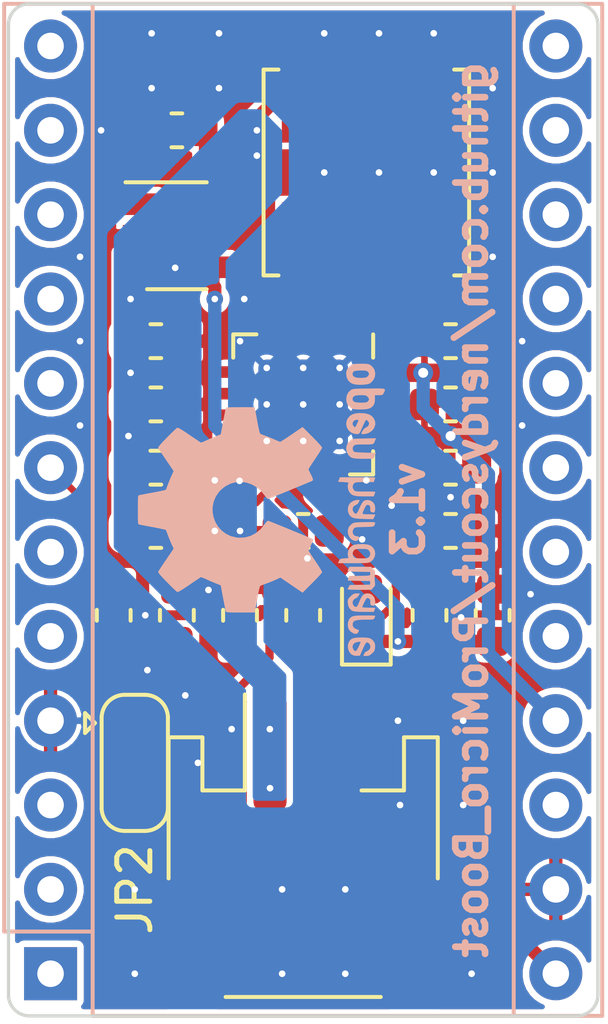
<source format=kicad_pcb>
(kicad_pcb (version 20171130) (host pcbnew 5.1.5-52549c5~84~ubuntu18.04.1)

  (general
    (thickness 0.8)
    (drawings 10)
    (tracks 137)
    (zones 0)
    (modules 24)
    (nets 15)
  )

  (page A4)
  (title_block
    (title ProMicro_Boost)
    (date 2020-02-07)
    (rev v1.3)
    (company https://twitter.com/nerdyscout84)
    (comment 1 "CERN Open Hardware Licence v1.2")
    (comment 2 http://github.com/nerdyscout/ProMicro_Boost)
  )

  (layers
    (0 F.Cu mixed)
    (31 B.Cu mixed)
    (32 B.Adhes user hide)
    (33 F.Adhes user hide)
    (34 B.Paste user hide)
    (35 F.Paste user)
    (36 B.SilkS user)
    (37 F.SilkS user)
    (38 B.Mask user hide)
    (39 F.Mask user)
    (40 Dwgs.User user hide)
    (41 Cmts.User user hide)
    (42 Eco1.User user hide)
    (43 Eco2.User user hide)
    (44 Edge.Cuts user)
    (45 Margin user hide)
    (46 B.CrtYd user hide)
    (47 F.CrtYd user)
    (48 B.Fab user hide)
    (49 F.Fab user hide)
  )

  (setup
    (last_trace_width 0.25)
    (user_trace_width 0.1)
    (user_trace_width 0.2)
    (user_trace_width 0.25)
    (user_trace_width 0.4)
    (trace_clearance 0.2)
    (zone_clearance 0.15)
    (zone_45_only yes)
    (trace_min 0.1)
    (via_size 0.5)
    (via_drill 0.2)
    (via_min_size 0.45)
    (via_min_drill 0.2)
    (user_via 0.45 0.2)
    (user_via 0.5 0.2)
    (user_via 0.6 0.3)
    (uvia_size 0.3)
    (uvia_drill 0.1)
    (uvias_allowed no)
    (uvia_min_size 0.2)
    (uvia_min_drill 0.1)
    (edge_width 0.1)
    (segment_width 0.2)
    (pcb_text_width 0.3)
    (pcb_text_size 1.5 1.5)
    (mod_edge_width 0.15)
    (mod_text_size 0.9 0.9)
    (mod_text_width 0.15)
    (pad_size 2.7 2.7)
    (pad_drill 0)
    (pad_to_mask_clearance 0)
    (aux_axis_origin 127 99.695)
    (visible_elements 7FFFFFFF)
    (pcbplotparams
      (layerselection 0x3d3ff_ffffffff)
      (usegerberextensions false)
      (usegerberattributes false)
      (usegerberadvancedattributes false)
      (creategerberjobfile false)
      (excludeedgelayer true)
      (linewidth 0.100000)
      (plotframeref false)
      (viasonmask false)
      (mode 1)
      (useauxorigin false)
      (hpglpennumber 1)
      (hpglpenspeed 20)
      (hpglpendiameter 15.000000)
      (psnegative false)
      (psa4output false)
      (plotreference true)
      (plotvalue false)
      (plotinvisibletext false)
      (padsonsilk false)
      (subtractmaskfromsilk false)
      (outputformat 1)
      (mirror false)
      (drillshape 0)
      (scaleselection 1)
      (outputdirectory "gerber"))
  )

  (net 0 "")
  (net 1 GND)
  (net 2 "Net-(L1-Pad2)")
  (net 3 "Net-(D1-Pad2)")
  (net 4 "Net-(R3-Pad2)")
  (net 5 "Net-(R5-Pad2)")
  (net 6 /BAT)
  (net 7 +5V)
  (net 8 VBUS)
  (net 9 D4)
  (net 10 "Net-(R7-Pad2)")
  (net 11 "Net-(JP2-Pad1)")
  (net 12 +3V3)
  (net 13 /PowerBoost/LBO)
  (net 14 /PowerBoost/EN)

  (net_class Default "This is the default net class."
    (clearance 0.2)
    (trace_width 0.25)
    (via_dia 0.5)
    (via_drill 0.2)
    (uvia_dia 0.3)
    (uvia_drill 0.1)
    (add_net +3V3)
    (add_net +5V)
    (add_net /BAT)
    (add_net /PowerBoost/EN)
    (add_net /PowerBoost/LBO)
    (add_net D4)
    (add_net GND)
    (add_net "Net-(D1-Pad2)")
    (add_net "Net-(JP2-Pad1)")
    (add_net "Net-(L1-Pad2)")
    (add_net "Net-(R3-Pad2)")
    (add_net "Net-(R5-Pad2)")
    (add_net "Net-(R7-Pad2)")
    (add_net VBUS)
  )

  (net_class Power ""
    (clearance 0.2)
    (trace_width 0.4)
    (via_dia 0.6)
    (via_drill 0.3)
    (uvia_dia 0.3)
    (uvia_drill 0.1)
  )

  (net_class small ""
    (clearance 0.2)
    (trace_width 0.2)
    (via_dia 0.5)
    (via_drill 0.2)
    (uvia_dia 0.3)
    (uvia_drill 0.1)
  )

  (net_class tiny ""
    (clearance 0.1)
    (trace_width 0.1)
    (via_dia 0.45)
    (via_drill 0.2)
    (uvia_dia 0.3)
    (uvia_drill 0.1)
  )

  (module Symbol:OSHW-Logo2_9.8x8mm_SilkScreen (layer B.Cu) (tedit 0) (tstamp 5E2CA853)
    (at 133.35 85.725 270)
    (descr "Open Source Hardware Symbol")
    (tags "Logo Symbol OSHW")
    (path /5E261452)
    (attr virtual)
    (fp_text reference LOGO1 (at 0 0 90) (layer B.SilkS) hide
      (effects (font (size 1 1) (thickness 0.15)) (justify mirror))
    )
    (fp_text value Logo_Open_Hardware_Small (at 0.75 0 90) (layer B.Fab) hide
      (effects (font (size 1 1) (thickness 0.15)) (justify mirror))
    )
    (fp_poly (pts (xy 0.139878 3.712224) (xy 0.245612 3.711645) (xy 0.322132 3.710078) (xy 0.374372 3.707028)
      (xy 0.407263 3.702004) (xy 0.425737 3.694511) (xy 0.434727 3.684056) (xy 0.439163 3.670147)
      (xy 0.439594 3.668346) (xy 0.446333 3.635855) (xy 0.458808 3.571748) (xy 0.475719 3.482849)
      (xy 0.495771 3.375981) (xy 0.517664 3.257967) (xy 0.518429 3.253822) (xy 0.540359 3.138169)
      (xy 0.560877 3.035986) (xy 0.578659 2.953402) (xy 0.592381 2.896544) (xy 0.600718 2.871542)
      (xy 0.601116 2.871099) (xy 0.625677 2.85889) (xy 0.676315 2.838544) (xy 0.742095 2.814455)
      (xy 0.742461 2.814326) (xy 0.825317 2.783182) (xy 0.923 2.743509) (xy 1.015077 2.703619)
      (xy 1.019434 2.701647) (xy 1.169407 2.63358) (xy 1.501498 2.860361) (xy 1.603374 2.929496)
      (xy 1.695657 2.991303) (xy 1.773003 3.042267) (xy 1.830064 3.078873) (xy 1.861495 3.097606)
      (xy 1.864479 3.098996) (xy 1.887321 3.09281) (xy 1.929982 3.062965) (xy 1.994128 3.008053)
      (xy 2.081421 2.926666) (xy 2.170535 2.840078) (xy 2.256441 2.754753) (xy 2.333327 2.676892)
      (xy 2.396564 2.611303) (xy 2.441523 2.562795) (xy 2.463576 2.536175) (xy 2.464396 2.534805)
      (xy 2.466834 2.516537) (xy 2.45765 2.486705) (xy 2.434574 2.441279) (xy 2.395337 2.37623)
      (xy 2.33767 2.28753) (xy 2.260795 2.173343) (xy 2.19257 2.072838) (xy 2.131582 1.982697)
      (xy 2.081356 1.908151) (xy 2.045416 1.854435) (xy 2.027287 1.826782) (xy 2.026146 1.824905)
      (xy 2.028359 1.79841) (xy 2.045138 1.746914) (xy 2.073142 1.680149) (xy 2.083122 1.658828)
      (xy 2.126672 1.563841) (xy 2.173134 1.456063) (xy 2.210877 1.362808) (xy 2.238073 1.293594)
      (xy 2.259675 1.240994) (xy 2.272158 1.213503) (xy 2.273709 1.211384) (xy 2.296668 1.207876)
      (xy 2.350786 1.198262) (xy 2.428868 1.183911) (xy 2.523719 1.166193) (xy 2.628143 1.146475)
      (xy 2.734944 1.126126) (xy 2.836926 1.106514) (xy 2.926894 1.089009) (xy 2.997653 1.074978)
      (xy 3.042006 1.065791) (xy 3.052885 1.063193) (xy 3.064122 1.056782) (xy 3.072605 1.042303)
      (xy 3.078714 1.014867) (xy 3.082832 0.969589) (xy 3.085341 0.90158) (xy 3.086621 0.805953)
      (xy 3.087054 0.67782) (xy 3.087077 0.625299) (xy 3.087077 0.198155) (xy 2.9845 0.177909)
      (xy 2.927431 0.16693) (xy 2.842269 0.150905) (xy 2.739372 0.131767) (xy 2.629096 0.111449)
      (xy 2.598615 0.105868) (xy 2.496855 0.086083) (xy 2.408205 0.066627) (xy 2.340108 0.049303)
      (xy 2.300004 0.035912) (xy 2.293323 0.031921) (xy 2.276919 0.003658) (xy 2.253399 -0.051109)
      (xy 2.227316 -0.121588) (xy 2.222142 -0.136769) (xy 2.187956 -0.230896) (xy 2.145523 -0.337101)
      (xy 2.103997 -0.432473) (xy 2.103792 -0.432916) (xy 2.03464 -0.582525) (xy 2.489512 -1.251617)
      (xy 2.1975 -1.544116) (xy 2.10918 -1.63117) (xy 2.028625 -1.707909) (xy 1.96036 -1.770237)
      (xy 1.908908 -1.814056) (xy 1.878794 -1.83527) (xy 1.874474 -1.836616) (xy 1.849111 -1.826016)
      (xy 1.797358 -1.796547) (xy 1.724868 -1.751705) (xy 1.637294 -1.694984) (xy 1.542612 -1.631462)
      (xy 1.446516 -1.566668) (xy 1.360837 -1.510287) (xy 1.291016 -1.465788) (xy 1.242494 -1.436639)
      (xy 1.220782 -1.426308) (xy 1.194293 -1.43505) (xy 1.144062 -1.458087) (xy 1.080451 -1.490631)
      (xy 1.073708 -1.494249) (xy 0.988046 -1.53721) (xy 0.929306 -1.558279) (xy 0.892772 -1.558503)
      (xy 0.873731 -1.538928) (xy 0.87362 -1.538654) (xy 0.864102 -1.515472) (xy 0.841403 -1.460441)
      (xy 0.807282 -1.377822) (xy 0.7635 -1.271872) (xy 0.711816 -1.146852) (xy 0.653992 -1.00702)
      (xy 0.597991 -0.871637) (xy 0.536447 -0.722234) (xy 0.479939 -0.583832) (xy 0.430161 -0.460673)
      (xy 0.388806 -0.357002) (xy 0.357568 -0.277059) (xy 0.338141 -0.225088) (xy 0.332154 -0.205692)
      (xy 0.347168 -0.183443) (xy 0.386439 -0.147982) (xy 0.438807 -0.108887) (xy 0.587941 0.014755)
      (xy 0.704511 0.156478) (xy 0.787118 0.313296) (xy 0.834366 0.482225) (xy 0.844857 0.660278)
      (xy 0.837231 0.742461) (xy 0.795682 0.912969) (xy 0.724123 1.063541) (xy 0.626995 1.192691)
      (xy 0.508734 1.298936) (xy 0.37378 1.38079) (xy 0.226571 1.436768) (xy 0.071544 1.465385)
      (xy -0.086861 1.465156) (xy -0.244206 1.434595) (xy -0.396054 1.372218) (xy -0.537965 1.27654)
      (xy -0.597197 1.222428) (xy -0.710797 1.08348) (xy -0.789894 0.931639) (xy -0.835014 0.771333)
      (xy -0.846684 0.606988) (xy -0.825431 0.443029) (xy -0.77178 0.283882) (xy -0.68626 0.133975)
      (xy -0.569395 -0.002267) (xy -0.438807 -0.108887) (xy -0.384412 -0.149642) (xy -0.345986 -0.184718)
      (xy -0.332154 -0.205726) (xy -0.339397 -0.228635) (xy -0.359995 -0.283365) (xy -0.392254 -0.365672)
      (xy -0.434479 -0.471315) (xy -0.484977 -0.59605) (xy -0.542052 -0.735636) (xy -0.598146 -0.87167)
      (xy -0.660033 -1.021201) (xy -0.717356 -1.159767) (xy -0.768356 -1.283107) (xy -0.811273 -1.386964)
      (xy -0.844347 -1.46708) (xy -0.865819 -1.519195) (xy -0.873775 -1.538654) (xy -0.892571 -1.558423)
      (xy -0.928926 -1.558365) (xy -0.987521 -1.537441) (xy -1.073032 -1.494613) (xy -1.073708 -1.494249)
      (xy -1.138093 -1.461012) (xy -1.190139 -1.436802) (xy -1.219488 -1.426404) (xy -1.220783 -1.426308)
      (xy -1.242876 -1.436855) (xy -1.291652 -1.466184) (xy -1.361669 -1.510827) (xy -1.447486 -1.567314)
      (xy -1.542612 -1.631462) (xy -1.63946 -1.696411) (xy -1.726747 -1.752896) (xy -1.798819 -1.797421)
      (xy -1.850023 -1.82649) (xy -1.874474 -1.836616) (xy -1.89699 -1.823307) (xy -1.942258 -1.786112)
      (xy -2.005756 -1.729128) (xy -2.082961 -1.656449) (xy -2.169349 -1.572171) (xy -2.197601 -1.544016)
      (xy -2.489713 -1.251416) (xy -2.267369 -0.925104) (xy -2.199798 -0.824897) (xy -2.140493 -0.734963)
      (xy -2.092783 -0.66051) (xy -2.059993 -0.606751) (xy -2.045452 -0.578894) (xy -2.045026 -0.576912)
      (xy -2.052692 -0.550655) (xy -2.073311 -0.497837) (xy -2.103315 -0.42731) (xy -2.124375 -0.380093)
      (xy -2.163752 -0.289694) (xy -2.200835 -0.198366) (xy -2.229585 -0.1212) (xy -2.237395 -0.097692)
      (xy -2.259583 -0.034916) (xy -2.281273 0.013589) (xy -2.293187 0.031921) (xy -2.319477 0.043141)
      (xy -2.376858 0.059046) (xy -2.457882 0.077833) (xy -2.555105 0.097701) (xy -2.598615 0.105868)
      (xy -2.709104 0.126171) (xy -2.815084 0.14583) (xy -2.906199 0.162912) (xy -2.972092 0.175482)
      (xy -2.9845 0.177909) (xy -3.087077 0.198155) (xy -3.087077 0.625299) (xy -3.086847 0.765754)
      (xy -3.085901 0.872021) (xy -3.083859 0.948987) (xy -3.080338 1.00154) (xy -3.074957 1.034567)
      (xy -3.067334 1.052955) (xy -3.057088 1.061592) (xy -3.052885 1.063193) (xy -3.02753 1.068873)
      (xy -2.971516 1.080205) (xy -2.892036 1.095821) (xy -2.796288 1.114353) (xy -2.691467 1.134431)
      (xy -2.584768 1.154688) (xy -2.483387 1.173754) (xy -2.394521 1.190261) (xy -2.325363 1.202841)
      (xy -2.283111 1.210125) (xy -2.27371 1.211384) (xy -2.265193 1.228237) (xy -2.24634 1.27313)
      (xy -2.220676 1.33757) (xy -2.210877 1.362808) (xy -2.171352 1.460314) (xy -2.124808 1.568041)
      (xy -2.083123 1.658828) (xy -2.05245 1.728247) (xy -2.032044 1.78529) (xy -2.025232 1.820223)
      (xy -2.026318 1.824905) (xy -2.040715 1.847009) (xy -2.073588 1.896169) (xy -2.12141 1.967152)
      (xy -2.180652 2.054722) (xy -2.247785 2.153643) (xy -2.261059 2.17317) (xy -2.338954 2.28886)
      (xy -2.396213 2.376956) (xy -2.435119 2.441514) (xy -2.457956 2.486589) (xy -2.467006 2.516237)
      (xy -2.464552 2.534515) (xy -2.464489 2.534631) (xy -2.445173 2.558639) (xy -2.402449 2.605053)
      (xy -2.340949 2.669063) (xy -2.265302 2.745855) (xy -2.180139 2.830618) (xy -2.170535 2.840078)
      (xy -2.06321 2.944011) (xy -1.980385 3.020325) (xy -1.920395 3.070429) (xy -1.881577 3.09573)
      (xy -1.86448 3.098996) (xy -1.839527 3.08475) (xy -1.787745 3.051844) (xy -1.71448 3.003792)
      (xy -1.62508 2.94411) (xy -1.524889 2.876312) (xy -1.501499 2.860361) (xy -1.169407 2.63358)
      (xy -1.019435 2.701647) (xy -0.92823 2.741315) (xy -0.830331 2.781209) (xy -0.746169 2.813017)
      (xy -0.742462 2.814326) (xy -0.676631 2.838424) (xy -0.625884 2.8588) (xy -0.601158 2.871064)
      (xy -0.601116 2.871099) (xy -0.593271 2.893266) (xy -0.579934 2.947783) (xy -0.56243 3.02852)
      (xy -0.542083 3.12935) (xy -0.520218 3.244144) (xy -0.518429 3.253822) (xy -0.496496 3.372096)
      (xy -0.47636 3.479458) (xy -0.45932 3.569083) (xy -0.446672 3.634149) (xy -0.439716 3.667832)
      (xy -0.439594 3.668346) (xy -0.435361 3.682675) (xy -0.427129 3.693493) (xy -0.409967 3.701294)
      (xy -0.378942 3.706571) (xy -0.329122 3.709818) (xy -0.255576 3.711528) (xy -0.153371 3.712193)
      (xy -0.017575 3.712307) (xy 0 3.712308) (xy 0.139878 3.712224)) (layer B.SilkS) (width 0.01))
    (fp_poly (pts (xy 4.245224 -2.647838) (xy 4.322528 -2.698361) (xy 4.359814 -2.74359) (xy 4.389353 -2.825663)
      (xy 4.391699 -2.890607) (xy 4.386385 -2.977445) (xy 4.186115 -3.065103) (xy 4.088739 -3.109887)
      (xy 4.025113 -3.145913) (xy 3.992029 -3.177117) (xy 3.98628 -3.207436) (xy 4.004658 -3.240805)
      (xy 4.024923 -3.262923) (xy 4.083889 -3.298393) (xy 4.148024 -3.300879) (xy 4.206926 -3.273235)
      (xy 4.250197 -3.21832) (xy 4.257936 -3.198928) (xy 4.295006 -3.138364) (xy 4.337654 -3.112552)
      (xy 4.396154 -3.090471) (xy 4.396154 -3.174184) (xy 4.390982 -3.23115) (xy 4.370723 -3.279189)
      (xy 4.328262 -3.334346) (xy 4.321951 -3.341514) (xy 4.27472 -3.390585) (xy 4.234121 -3.41692)
      (xy 4.183328 -3.429035) (xy 4.14122 -3.433003) (xy 4.065902 -3.433991) (xy 4.012286 -3.421466)
      (xy 3.978838 -3.402869) (xy 3.926268 -3.361975) (xy 3.889879 -3.317748) (xy 3.86685 -3.262126)
      (xy 3.854359 -3.187047) (xy 3.849587 -3.084449) (xy 3.849206 -3.032376) (xy 3.850501 -2.969948)
      (xy 3.968471 -2.969948) (xy 3.969839 -3.003438) (xy 3.973249 -3.008923) (xy 3.995753 -3.001472)
      (xy 4.044182 -2.981753) (xy 4.108908 -2.953718) (xy 4.122443 -2.947692) (xy 4.204244 -2.906096)
      (xy 4.249312 -2.869538) (xy 4.259217 -2.835296) (xy 4.235526 -2.800648) (xy 4.21596 -2.785339)
      (xy 4.14536 -2.754721) (xy 4.07928 -2.75978) (xy 4.023959 -2.797151) (xy 3.985636 -2.863473)
      (xy 3.973349 -2.916116) (xy 3.968471 -2.969948) (xy 3.850501 -2.969948) (xy 3.85173 -2.91072)
      (xy 3.861032 -2.82071) (xy 3.87946 -2.755167) (xy 3.90936 -2.706912) (xy 3.95308 -2.668767)
      (xy 3.972141 -2.65644) (xy 4.058726 -2.624336) (xy 4.153522 -2.622316) (xy 4.245224 -2.647838)) (layer B.SilkS) (width 0.01))
    (fp_poly (pts (xy 3.570807 -2.636782) (xy 3.594161 -2.646988) (xy 3.649902 -2.691134) (xy 3.697569 -2.754967)
      (xy 3.727048 -2.823087) (xy 3.731846 -2.85667) (xy 3.71576 -2.903556) (xy 3.680475 -2.928365)
      (xy 3.642644 -2.943387) (xy 3.625321 -2.946155) (xy 3.616886 -2.926066) (xy 3.60023 -2.882351)
      (xy 3.592923 -2.862598) (xy 3.551948 -2.794271) (xy 3.492622 -2.760191) (xy 3.416552 -2.761239)
      (xy 3.410918 -2.762581) (xy 3.370305 -2.781836) (xy 3.340448 -2.819375) (xy 3.320055 -2.879809)
      (xy 3.307836 -2.967751) (xy 3.3025 -3.087813) (xy 3.302 -3.151698) (xy 3.301752 -3.252403)
      (xy 3.300126 -3.321054) (xy 3.295801 -3.364673) (xy 3.287454 -3.390282) (xy 3.273765 -3.404903)
      (xy 3.253411 -3.415558) (xy 3.252234 -3.416095) (xy 3.213038 -3.432667) (xy 3.193619 -3.438769)
      (xy 3.190635 -3.420319) (xy 3.188081 -3.369323) (xy 3.18614 -3.292308) (xy 3.184997 -3.195805)
      (xy 3.184769 -3.125184) (xy 3.185932 -2.988525) (xy 3.190479 -2.884851) (xy 3.199999 -2.808108)
      (xy 3.216081 -2.752246) (xy 3.240313 -2.711212) (xy 3.274286 -2.678954) (xy 3.307833 -2.65644)
      (xy 3.388499 -2.626476) (xy 3.482381 -2.619718) (xy 3.570807 -2.636782)) (layer B.SilkS) (width 0.01))
    (fp_poly (pts (xy 2.887333 -2.633528) (xy 2.94359 -2.659117) (xy 2.987747 -2.690124) (xy 3.020101 -2.724795)
      (xy 3.042438 -2.76952) (xy 3.056546 -2.830692) (xy 3.064211 -2.914701) (xy 3.06722 -3.02794)
      (xy 3.067538 -3.102509) (xy 3.067538 -3.39342) (xy 3.017773 -3.416095) (xy 2.978576 -3.432667)
      (xy 2.959157 -3.438769) (xy 2.955442 -3.42061) (xy 2.952495 -3.371648) (xy 2.950691 -3.300153)
      (xy 2.950308 -3.243385) (xy 2.948661 -3.161371) (xy 2.944222 -3.096309) (xy 2.93774 -3.056467)
      (xy 2.93259 -3.048) (xy 2.897977 -3.056646) (xy 2.84364 -3.078823) (xy 2.780722 -3.108886)
      (xy 2.720368 -3.141192) (xy 2.673721 -3.170098) (xy 2.651926 -3.189961) (xy 2.651839 -3.190175)
      (xy 2.653714 -3.226935) (xy 2.670525 -3.262026) (xy 2.700039 -3.290528) (xy 2.743116 -3.300061)
      (xy 2.779932 -3.29895) (xy 2.832074 -3.298133) (xy 2.859444 -3.310349) (xy 2.875882 -3.342624)
      (xy 2.877955 -3.34871) (xy 2.885081 -3.394739) (xy 2.866024 -3.422687) (xy 2.816353 -3.436007)
      (xy 2.762697 -3.43847) (xy 2.666142 -3.42021) (xy 2.616159 -3.394131) (xy 2.554429 -3.332868)
      (xy 2.52169 -3.25767) (xy 2.518753 -3.178211) (xy 2.546424 -3.104167) (xy 2.588047 -3.057769)
      (xy 2.629604 -3.031793) (xy 2.694922 -2.998907) (xy 2.771038 -2.965557) (xy 2.783726 -2.960461)
      (xy 2.867333 -2.923565) (xy 2.91553 -2.891046) (xy 2.93103 -2.858718) (xy 2.91655 -2.822394)
      (xy 2.891692 -2.794) (xy 2.832939 -2.759039) (xy 2.768293 -2.756417) (xy 2.709008 -2.783358)
      (xy 2.666339 -2.837088) (xy 2.660739 -2.85095) (xy 2.628133 -2.901936) (xy 2.58053 -2.939787)
      (xy 2.520461 -2.97085) (xy 2.520461 -2.882768) (xy 2.523997 -2.828951) (xy 2.539156 -2.786534)
      (xy 2.572768 -2.741279) (xy 2.605035 -2.70642) (xy 2.655209 -2.657062) (xy 2.694193 -2.630547)
      (xy 2.736064 -2.619911) (xy 2.78346 -2.618154) (xy 2.887333 -2.633528)) (layer B.SilkS) (width 0.01))
    (fp_poly (pts (xy 2.395929 -2.636662) (xy 2.398911 -2.688068) (xy 2.401247 -2.766192) (xy 2.402749 -2.864857)
      (xy 2.403231 -2.968343) (xy 2.403231 -3.318533) (xy 2.341401 -3.380363) (xy 2.298793 -3.418462)
      (xy 2.26139 -3.433895) (xy 2.21027 -3.432918) (xy 2.189978 -3.430433) (xy 2.126554 -3.4232)
      (xy 2.074095 -3.419055) (xy 2.061308 -3.418672) (xy 2.018199 -3.421176) (xy 1.956544 -3.427462)
      (xy 1.932638 -3.430433) (xy 1.873922 -3.435028) (xy 1.834464 -3.425046) (xy 1.795338 -3.394228)
      (xy 1.781215 -3.380363) (xy 1.719385 -3.318533) (xy 1.719385 -2.663503) (xy 1.76915 -2.640829)
      (xy 1.812002 -2.624034) (xy 1.837073 -2.618154) (xy 1.843501 -2.636736) (xy 1.849509 -2.688655)
      (xy 1.854697 -2.768172) (xy 1.858664 -2.869546) (xy 1.860577 -2.955192) (xy 1.865923 -3.292231)
      (xy 1.91256 -3.298825) (xy 1.954976 -3.294214) (xy 1.97576 -3.279287) (xy 1.98157 -3.251377)
      (xy 1.98653 -3.191925) (xy 1.990246 -3.108466) (xy 1.992324 -3.008532) (xy 1.992624 -2.957104)
      (xy 1.992923 -2.661054) (xy 2.054454 -2.639604) (xy 2.098004 -2.62502) (xy 2.121694 -2.618219)
      (xy 2.122377 -2.618154) (xy 2.124754 -2.636642) (xy 2.127366 -2.687906) (xy 2.129995 -2.765649)
      (xy 2.132421 -2.863574) (xy 2.134115 -2.955192) (xy 2.139461 -3.292231) (xy 2.256692 -3.292231)
      (xy 2.262072 -2.984746) (xy 2.267451 -2.677261) (xy 2.324601 -2.647707) (xy 2.366797 -2.627413)
      (xy 2.39177 -2.618204) (xy 2.392491 -2.618154) (xy 2.395929 -2.636662)) (layer B.SilkS) (width 0.01))
    (fp_poly (pts (xy 1.602081 -2.780289) (xy 1.601833 -2.92632) (xy 1.600872 -3.038655) (xy 1.598794 -3.122678)
      (xy 1.595193 -3.183769) (xy 1.589665 -3.227309) (xy 1.581804 -3.258679) (xy 1.571207 -3.283262)
      (xy 1.563182 -3.297294) (xy 1.496728 -3.373388) (xy 1.41247 -3.421084) (xy 1.319249 -3.438199)
      (xy 1.2259 -3.422546) (xy 1.170312 -3.394418) (xy 1.111957 -3.34576) (xy 1.072186 -3.286333)
      (xy 1.04819 -3.208507) (xy 1.037161 -3.104652) (xy 1.035599 -3.028462) (xy 1.035809 -3.022986)
      (xy 1.172308 -3.022986) (xy 1.173141 -3.110355) (xy 1.176961 -3.168192) (xy 1.185746 -3.206029)
      (xy 1.201474 -3.233398) (xy 1.220266 -3.254042) (xy 1.283375 -3.29389) (xy 1.351137 -3.297295)
      (xy 1.415179 -3.264025) (xy 1.420164 -3.259517) (xy 1.441439 -3.236067) (xy 1.454779 -3.208166)
      (xy 1.462001 -3.166641) (xy 1.464923 -3.102316) (xy 1.465385 -3.0312) (xy 1.464383 -2.941858)
      (xy 1.460238 -2.882258) (xy 1.451236 -2.843089) (xy 1.435667 -2.81504) (xy 1.422902 -2.800144)
      (xy 1.3636 -2.762575) (xy 1.295301 -2.758057) (xy 1.23011 -2.786753) (xy 1.217528 -2.797406)
      (xy 1.196111 -2.821063) (xy 1.182744 -2.849251) (xy 1.175566 -2.891245) (xy 1.172719 -2.956319)
      (xy 1.172308 -3.022986) (xy 1.035809 -3.022986) (xy 1.040322 -2.905765) (xy 1.056362 -2.813577)
      (xy 1.086528 -2.744269) (xy 1.133629 -2.690211) (xy 1.170312 -2.662505) (xy 1.23699 -2.632572)
      (xy 1.314272 -2.618678) (xy 1.38611 -2.622397) (xy 1.426308 -2.6374) (xy 1.442082 -2.64167)
      (xy 1.45255 -2.62575) (xy 1.459856 -2.583089) (xy 1.465385 -2.518106) (xy 1.471437 -2.445732)
      (xy 1.479844 -2.402187) (xy 1.495141 -2.377287) (xy 1.521864 -2.360845) (xy 1.538654 -2.353564)
      (xy 1.602154 -2.326963) (xy 1.602081 -2.780289)) (layer B.SilkS) (width 0.01))
    (fp_poly (pts (xy 0.713362 -2.62467) (xy 0.802117 -2.657421) (xy 0.874022 -2.71535) (xy 0.902144 -2.756128)
      (xy 0.932802 -2.830954) (xy 0.932165 -2.885058) (xy 0.899987 -2.921446) (xy 0.888081 -2.927633)
      (xy 0.836675 -2.946925) (xy 0.810422 -2.941982) (xy 0.80153 -2.909587) (xy 0.801077 -2.891692)
      (xy 0.784797 -2.825859) (xy 0.742365 -2.779807) (xy 0.683388 -2.757564) (xy 0.617475 -2.763161)
      (xy 0.563895 -2.792229) (xy 0.545798 -2.80881) (xy 0.532971 -2.828925) (xy 0.524306 -2.859332)
      (xy 0.518696 -2.906788) (xy 0.515035 -2.97805) (xy 0.512215 -3.079875) (xy 0.511484 -3.112115)
      (xy 0.50882 -3.22241) (xy 0.505792 -3.300036) (xy 0.50125 -3.351396) (xy 0.494046 -3.38289)
      (xy 0.483033 -3.40092) (xy 0.46706 -3.411888) (xy 0.456834 -3.416733) (xy 0.413406 -3.433301)
      (xy 0.387842 -3.438769) (xy 0.379395 -3.420507) (xy 0.374239 -3.365296) (xy 0.372346 -3.272499)
      (xy 0.373689 -3.141478) (xy 0.374107 -3.121269) (xy 0.377058 -3.001733) (xy 0.380548 -2.914449)
      (xy 0.385514 -2.852591) (xy 0.392893 -2.809336) (xy 0.403624 -2.77786) (xy 0.418645 -2.751339)
      (xy 0.426502 -2.739975) (xy 0.471553 -2.689692) (xy 0.52194 -2.650581) (xy 0.528108 -2.647167)
      (xy 0.618458 -2.620212) (xy 0.713362 -2.62467)) (layer B.SilkS) (width 0.01))
    (fp_poly (pts (xy 0.053501 -2.626303) (xy 0.13006 -2.654733) (xy 0.130936 -2.655279) (xy 0.178285 -2.690127)
      (xy 0.213241 -2.730852) (xy 0.237825 -2.783925) (xy 0.254062 -2.855814) (xy 0.263975 -2.952992)
      (xy 0.269586 -3.081928) (xy 0.270077 -3.100298) (xy 0.277141 -3.377287) (xy 0.217695 -3.408028)
      (xy 0.174681 -3.428802) (xy 0.14871 -3.438646) (xy 0.147509 -3.438769) (xy 0.143014 -3.420606)
      (xy 0.139444 -3.371612) (xy 0.137248 -3.300031) (xy 0.136769 -3.242068) (xy 0.136758 -3.14817)
      (xy 0.132466 -3.089203) (xy 0.117503 -3.061079) (xy 0.085482 -3.059706) (xy 0.030014 -3.080998)
      (xy -0.053731 -3.120136) (xy -0.115311 -3.152643) (xy -0.146983 -3.180845) (xy -0.156294 -3.211582)
      (xy -0.156308 -3.213104) (xy -0.140943 -3.266054) (xy -0.095453 -3.29466) (xy -0.025834 -3.298803)
      (xy 0.024313 -3.298084) (xy 0.050754 -3.312527) (xy 0.067243 -3.347218) (xy 0.076733 -3.391416)
      (xy 0.063057 -3.416493) (xy 0.057907 -3.420082) (xy 0.009425 -3.434496) (xy -0.058469 -3.436537)
      (xy -0.128388 -3.426983) (xy -0.177932 -3.409522) (xy -0.24643 -3.351364) (xy -0.285366 -3.270408)
      (xy -0.293077 -3.20716) (xy -0.287193 -3.150111) (xy -0.265899 -3.103542) (xy -0.223735 -3.062181)
      (xy -0.155241 -3.020755) (xy -0.054956 -2.973993) (xy -0.048846 -2.97135) (xy 0.04149 -2.929617)
      (xy 0.097235 -2.895391) (xy 0.121129 -2.864635) (xy 0.115913 -2.833311) (xy 0.084328 -2.797383)
      (xy 0.074883 -2.789116) (xy 0.011617 -2.757058) (xy -0.053936 -2.758407) (xy -0.111028 -2.789838)
      (xy -0.148907 -2.848024) (xy -0.152426 -2.859446) (xy -0.1867 -2.914837) (xy -0.230191 -2.941518)
      (xy -0.293077 -2.96796) (xy -0.293077 -2.899548) (xy -0.273948 -2.80011) (xy -0.217169 -2.708902)
      (xy -0.187622 -2.678389) (xy -0.120458 -2.639228) (xy -0.035044 -2.6215) (xy 0.053501 -2.626303)) (layer B.SilkS) (width 0.01))
    (fp_poly (pts (xy -0.840154 -2.49212) (xy -0.834428 -2.57198) (xy -0.827851 -2.619039) (xy -0.818738 -2.639566)
      (xy -0.805402 -2.639829) (xy -0.801077 -2.637378) (xy -0.743556 -2.619636) (xy -0.668732 -2.620672)
      (xy -0.592661 -2.63891) (xy -0.545082 -2.662505) (xy -0.496298 -2.700198) (xy -0.460636 -2.742855)
      (xy -0.436155 -2.797057) (xy -0.420913 -2.869384) (xy -0.41297 -2.966419) (xy -0.410384 -3.094742)
      (xy -0.410338 -3.119358) (xy -0.410308 -3.39587) (xy -0.471839 -3.41732) (xy -0.515541 -3.431912)
      (xy -0.539518 -3.438706) (xy -0.540223 -3.438769) (xy -0.542585 -3.420345) (xy -0.544594 -3.369526)
      (xy -0.546099 -3.292993) (xy -0.546947 -3.19743) (xy -0.547077 -3.139329) (xy -0.547349 -3.024771)
      (xy -0.548748 -2.942667) (xy -0.552151 -2.886393) (xy -0.558433 -2.849326) (xy -0.568471 -2.824844)
      (xy -0.583139 -2.806325) (xy -0.592298 -2.797406) (xy -0.655211 -2.761466) (xy -0.723864 -2.758775)
      (xy -0.786152 -2.78917) (xy -0.797671 -2.800144) (xy -0.814567 -2.820779) (xy -0.826286 -2.845256)
      (xy -0.833767 -2.880647) (xy -0.837946 -2.934026) (xy -0.839763 -3.012466) (xy -0.840154 -3.120617)
      (xy -0.840154 -3.39587) (xy -0.901685 -3.41732) (xy -0.945387 -3.431912) (xy -0.969364 -3.438706)
      (xy -0.97007 -3.438769) (xy -0.971874 -3.420069) (xy -0.9735 -3.367322) (xy -0.974883 -3.285557)
      (xy -0.975958 -3.179805) (xy -0.97666 -3.055094) (xy -0.976923 -2.916455) (xy -0.976923 -2.381806)
      (xy -0.849923 -2.328236) (xy -0.840154 -2.49212)) (layer B.SilkS) (width 0.01))
    (fp_poly (pts (xy -2.465746 -2.599745) (xy -2.388714 -2.651567) (xy -2.329184 -2.726412) (xy -2.293622 -2.821654)
      (xy -2.286429 -2.891756) (xy -2.287246 -2.921009) (xy -2.294086 -2.943407) (xy -2.312888 -2.963474)
      (xy -2.349592 -2.985733) (xy -2.410138 -3.014709) (xy -2.500466 -3.054927) (xy -2.500923 -3.055129)
      (xy -2.584067 -3.09321) (xy -2.652247 -3.127025) (xy -2.698495 -3.152933) (xy -2.715842 -3.167295)
      (xy -2.715846 -3.167411) (xy -2.700557 -3.198685) (xy -2.664804 -3.233157) (xy -2.623758 -3.25799)
      (xy -2.602963 -3.262923) (xy -2.54623 -3.245862) (xy -2.497373 -3.203133) (xy -2.473535 -3.156155)
      (xy -2.450603 -3.121522) (xy -2.405682 -3.082081) (xy -2.352877 -3.048009) (xy -2.30629 -3.02948)
      (xy -2.296548 -3.028462) (xy -2.285582 -3.045215) (xy -2.284921 -3.088039) (xy -2.29298 -3.145781)
      (xy -2.308173 -3.207289) (xy -2.328914 -3.261409) (xy -2.329962 -3.26351) (xy -2.392379 -3.35066)
      (xy -2.473274 -3.409939) (xy -2.565144 -3.439034) (xy -2.660487 -3.435634) (xy -2.751802 -3.397428)
      (xy -2.755862 -3.394741) (xy -2.827694 -3.329642) (xy -2.874927 -3.244705) (xy -2.901066 -3.133021)
      (xy -2.904574 -3.101643) (xy -2.910787 -2.953536) (xy -2.903339 -2.884468) (xy -2.715846 -2.884468)
      (xy -2.71341 -2.927552) (xy -2.700086 -2.940126) (xy -2.666868 -2.930719) (xy -2.614506 -2.908483)
      (xy -2.555976 -2.88061) (xy -2.554521 -2.879872) (xy -2.504911 -2.853777) (xy -2.485 -2.836363)
      (xy -2.48991 -2.818107) (xy -2.510584 -2.79412) (xy -2.563181 -2.759406) (xy -2.619823 -2.756856)
      (xy -2.670631 -2.782119) (xy -2.705724 -2.830847) (xy -2.715846 -2.884468) (xy -2.903339 -2.884468)
      (xy -2.898008 -2.835036) (xy -2.865222 -2.741055) (xy -2.819579 -2.675215) (xy -2.737198 -2.608681)
      (xy -2.646454 -2.575676) (xy -2.553815 -2.573573) (xy -2.465746 -2.599745)) (layer B.SilkS) (width 0.01))
    (fp_poly (pts (xy -3.983114 -2.587256) (xy -3.891536 -2.635409) (xy -3.823951 -2.712905) (xy -3.799943 -2.762727)
      (xy -3.781262 -2.837533) (xy -3.771699 -2.932052) (xy -3.770792 -3.03521) (xy -3.778079 -3.135935)
      (xy -3.793097 -3.223153) (xy -3.815385 -3.285791) (xy -3.822235 -3.296579) (xy -3.903368 -3.377105)
      (xy -3.999734 -3.425336) (xy -4.104299 -3.43945) (xy -4.210032 -3.417629) (xy -4.239457 -3.404547)
      (xy -4.296759 -3.364231) (xy -4.34705 -3.310775) (xy -4.351803 -3.303995) (xy -4.371122 -3.271321)
      (xy -4.383892 -3.236394) (xy -4.391436 -3.190414) (xy -4.395076 -3.124584) (xy -4.396135 -3.030105)
      (xy -4.396154 -3.008923) (xy -4.396106 -3.002182) (xy -4.200769 -3.002182) (xy -4.199632 -3.091349)
      (xy -4.195159 -3.15052) (xy -4.185754 -3.188741) (xy -4.169824 -3.215053) (xy -4.161692 -3.223846)
      (xy -4.114942 -3.257261) (xy -4.069553 -3.255737) (xy -4.02366 -3.226752) (xy -3.996288 -3.195809)
      (xy -3.980077 -3.150643) (xy -3.970974 -3.07942) (xy -3.970349 -3.071114) (xy -3.968796 -2.942037)
      (xy -3.985035 -2.846172) (xy -4.018848 -2.784107) (xy -4.070016 -2.756432) (xy -4.08828 -2.754923)
      (xy -4.13624 -2.762513) (xy -4.169047 -2.788808) (xy -4.189105 -2.839095) (xy -4.198822 -2.918664)
      (xy -4.200769 -3.002182) (xy -4.396106 -3.002182) (xy -4.395426 -2.908249) (xy -4.392371 -2.837906)
      (xy -4.385678 -2.789163) (xy -4.37404 -2.753288) (xy -4.356147 -2.721548) (xy -4.352192 -2.715648)
      (xy -4.285733 -2.636104) (xy -4.213315 -2.589929) (xy -4.125151 -2.571599) (xy -4.095213 -2.570703)
      (xy -3.983114 -2.587256)) (layer B.SilkS) (width 0.01))
    (fp_poly (pts (xy -1.728336 -2.595089) (xy -1.665633 -2.631358) (xy -1.622039 -2.667358) (xy -1.590155 -2.705075)
      (xy -1.56819 -2.751199) (xy -1.554351 -2.812421) (xy -1.546847 -2.895431) (xy -1.543883 -3.006919)
      (xy -1.543539 -3.087062) (xy -1.543539 -3.382065) (xy -1.709615 -3.456515) (xy -1.719385 -3.133402)
      (xy -1.723421 -3.012729) (xy -1.727656 -2.925141) (xy -1.732903 -2.86465) (xy -1.739975 -2.825268)
      (xy -1.749689 -2.801007) (xy -1.762856 -2.78588) (xy -1.767081 -2.782606) (xy -1.831091 -2.757034)
      (xy -1.895792 -2.767153) (xy -1.934308 -2.794) (xy -1.949975 -2.813024) (xy -1.96082 -2.837988)
      (xy -1.967712 -2.875834) (xy -1.971521 -2.933502) (xy -1.973117 -3.017935) (xy -1.973385 -3.105928)
      (xy -1.973437 -3.216323) (xy -1.975328 -3.294463) (xy -1.981655 -3.347165) (xy -1.995017 -3.381242)
      (xy -2.018015 -3.403511) (xy -2.053246 -3.420787) (xy -2.100303 -3.438738) (xy -2.151697 -3.458278)
      (xy -2.145579 -3.111485) (xy -2.143116 -2.986468) (xy -2.140233 -2.894082) (xy -2.136102 -2.827881)
      (xy -2.129893 -2.78142) (xy -2.120774 -2.748256) (xy -2.107917 -2.721944) (xy -2.092416 -2.698729)
      (xy -2.017629 -2.624569) (xy -1.926372 -2.581684) (xy -1.827117 -2.571412) (xy -1.728336 -2.595089)) (layer B.SilkS) (width 0.01))
    (fp_poly (pts (xy -3.231114 -2.584505) (xy -3.156461 -2.621727) (xy -3.090569 -2.690261) (xy -3.072423 -2.715648)
      (xy -3.052655 -2.748866) (xy -3.039828 -2.784945) (xy -3.03249 -2.833098) (xy -3.029187 -2.902536)
      (xy -3.028462 -2.994206) (xy -3.031737 -3.11983) (xy -3.043123 -3.214154) (xy -3.064959 -3.284523)
      (xy -3.099581 -3.338286) (xy -3.14933 -3.382788) (xy -3.152986 -3.385423) (xy -3.202015 -3.412377)
      (xy -3.261055 -3.425712) (xy -3.336141 -3.429) (xy -3.458205 -3.429) (xy -3.458256 -3.547497)
      (xy -3.459392 -3.613492) (xy -3.466314 -3.652202) (xy -3.484402 -3.675419) (xy -3.519038 -3.694933)
      (xy -3.527355 -3.69892) (xy -3.56628 -3.717603) (xy -3.596417 -3.729403) (xy -3.618826 -3.730422)
      (xy -3.634567 -3.716761) (xy -3.644698 -3.684522) (xy -3.650277 -3.629804) (xy -3.652365 -3.548711)
      (xy -3.652019 -3.437344) (xy -3.6503 -3.291802) (xy -3.649763 -3.248269) (xy -3.647828 -3.098205)
      (xy -3.646096 -3.000042) (xy -3.458308 -3.000042) (xy -3.457252 -3.083364) (xy -3.452562 -3.13788)
      (xy -3.441949 -3.173837) (xy -3.423128 -3.201482) (xy -3.41035 -3.214965) (xy -3.35811 -3.254417)
      (xy -3.311858 -3.257628) (xy -3.264133 -3.225049) (xy -3.262923 -3.223846) (xy -3.243506 -3.198668)
      (xy -3.231693 -3.164447) (xy -3.225735 -3.111748) (xy -3.22388 -3.031131) (xy -3.223846 -3.013271)
      (xy -3.22833 -2.902175) (xy -3.242926 -2.825161) (xy -3.26935 -2.778147) (xy -3.309317 -2.75705)
      (xy -3.332416 -2.754923) (xy -3.387238 -2.7649) (xy -3.424842 -2.797752) (xy -3.447477 -2.857857)
      (xy -3.457394 -2.949598) (xy -3.458308 -3.000042) (xy -3.646096 -3.000042) (xy -3.645778 -2.98206)
      (xy -3.643127 -2.894679) (xy -3.639394 -2.830905) (xy -3.634093 -2.785582) (xy -3.626742 -2.753555)
      (xy -3.616857 -2.729668) (xy -3.603954 -2.708764) (xy -3.598421 -2.700898) (xy -3.525031 -2.626595)
      (xy -3.43224 -2.584467) (xy -3.324904 -2.572722) (xy -3.231114 -2.584505)) (layer B.SilkS) (width 0.01))
  )

  (module Module:Sparkfun_Pro_Micro (layer B.Cu) (tedit 5D5AC4F8) (tstamp 5E1CD49F)
    (at 127 99.695)
    (descr "Sparkfun Pro Micro, https://www.sparkfun.com/products/12587")
    (tags "Sparkfun Pro Micro")
    (path /5E0E2608)
    (fp_text reference A1 (at 2.54 0 90) (layer B.SilkS) hide
      (effects (font (size 1 1) (thickness 0.15)) (justify mirror))
    )
    (fp_text value Sparkfun_Pro_Micro_3V3 (at 8.89 -13.97 -90) (layer B.Fab)
      (effects (font (size 1 1) (thickness 0.15)) (justify mirror))
    )
    (fp_text user %R (at 6.096 -13.97 -90) (layer B.Fab)
      (effects (font (size 1 1) (thickness 0.15)) (justify mirror))
    )
    (fp_line (start -1.4 -1.27) (end -1.4 -29.21) (layer B.SilkS) (width 0.12))
    (fp_line (start 13.97 1.27) (end 13.97 -29.21) (layer B.SilkS) (width 0.12))
    (fp_line (start 1.27 -1.27) (end -1.4 -1.27) (layer B.SilkS) (width 0.12))
    (fp_line (start 1.27 1.27) (end 1.27 -29.21) (layer B.SilkS) (width 0.12))
    (fp_line (start -1.4 -29.21) (end 16.64 -29.21) (layer B.SilkS) (width 0.12))
    (fp_line (start 16.64 -29.21) (end 16.64 1.27) (layer B.SilkS) (width 0.12))
    (fp_line (start 16.64 1.27) (end 1.27 1.27) (layer B.SilkS) (width 0.12))
    (fp_line (start 16.5 -29.05) (end -1.27 -29.05) (layer B.Fab) (width 0.1))
    (fp_line (start -1.27 -29.05) (end -1.27 0.6) (layer B.Fab) (width 0.1))
    (fp_line (start -0.8 1.1) (end -1.27 0.6) (layer B.Fab) (width 0.1))
    (fp_line (start -0.8 1.1) (end 16.5 1.1) (layer B.Fab) (width 0.1))
    (fp_line (start 16.5 1.1) (end 16.5 -29.05) (layer B.Fab) (width 0.1))
    (fp_line (start -1.5 1.5) (end 16.8 1.5) (layer B.CrtYd) (width 0.05))
    (fp_line (start -1.5 1.5) (end -1.5 -29.3) (layer B.CrtYd) (width 0.05))
    (fp_line (start 16.8 -29.3) (end 16.8 1.5) (layer B.CrtYd) (width 0.05))
    (fp_line (start 16.8 -29.3) (end -1.5 -29.3) (layer B.CrtYd) (width 0.05))
    (pad 24 thru_hole oval (at 15.24 0) (size 1.6 1.6) (drill 0.8) (layers *.Cu *.Mask)
      (net 8 VBUS))
    (pad 23 thru_hole oval (at 15.24 -2.54) (size 1.6 1.6) (drill 0.8) (layers *.Cu *.Mask)
      (net 1 GND))
    (pad 22 thru_hole oval (at 15.24 -5.08) (size 1.6 1.6) (drill 0.8) (layers *.Cu *.Mask))
    (pad 12 thru_hole oval (at 0 -27.94) (size 1.6 1.6) (drill 0.8) (layers *.Cu *.Mask))
    (pad 21 thru_hole oval (at 15.24 -7.62) (size 1.6 1.6) (drill 0.8) (layers *.Cu *.Mask)
      (net 12 +3V3))
    (pad 11 thru_hole oval (at 0 -25.4) (size 1.6 1.6) (drill 0.8) (layers *.Cu *.Mask))
    (pad 20 thru_hole oval (at 15.24 -10.16) (size 1.6 1.6) (drill 0.8) (layers *.Cu *.Mask))
    (pad 10 thru_hole oval (at 0 -22.86) (size 1.6 1.6) (drill 0.8) (layers *.Cu *.Mask))
    (pad 19 thru_hole oval (at 15.24 -12.7) (size 1.6 1.6) (drill 0.8) (layers *.Cu *.Mask))
    (pad 9 thru_hole oval (at 0 -20.32) (size 1.6 1.6) (drill 0.8) (layers *.Cu *.Mask))
    (pad 18 thru_hole oval (at 15.24 -15.24) (size 1.6 1.6) (drill 0.8) (layers *.Cu *.Mask))
    (pad 8 thru_hole oval (at 0 -17.78) (size 1.6 1.6) (drill 0.8) (layers *.Cu *.Mask))
    (pad 17 thru_hole oval (at 15.24 -17.78) (size 1.6 1.6) (drill 0.8) (layers *.Cu *.Mask))
    (pad 7 thru_hole oval (at 0 -15.24) (size 1.6 1.6) (drill 0.8) (layers *.Cu *.Mask)
      (net 9 D4))
    (pad 16 thru_hole oval (at 15.24 -20.32) (size 1.6 1.6) (drill 0.8) (layers *.Cu *.Mask))
    (pad 6 thru_hole oval (at 0 -12.7) (size 1.6 1.6) (drill 0.8) (layers *.Cu *.Mask))
    (pad 15 thru_hole oval (at 15.24 -22.86) (size 1.6 1.6) (drill 0.8) (layers *.Cu *.Mask))
    (pad 5 thru_hole oval (at 0 -10.16) (size 1.6 1.6) (drill 0.8) (layers *.Cu *.Mask))
    (pad 14 thru_hole oval (at 15.24 -25.4) (size 1.6 1.6) (drill 0.8) (layers *.Cu *.Mask))
    (pad 4 thru_hole oval (at 0 -7.62) (size 1.6 1.6) (drill 0.8) (layers *.Cu *.Mask)
      (net 1 GND))
    (pad 13 thru_hole oval (at 15.24 -27.94) (size 1.6 1.6) (drill 0.8) (layers *.Cu *.Mask))
    (pad 3 thru_hole oval (at 0 -5.08) (size 1.6 1.6) (drill 0.8) (layers *.Cu *.Mask))
    (pad 2 thru_hole oval (at 0 -2.54) (size 1.6 1.6) (drill 0.8) (layers *.Cu *.Mask))
    (pad 1 thru_hole rect (at 0 0) (size 1.6 1.6) (drill 0.8) (layers *.Cu *.Mask))
    (model ${KISYS3DMOD}/Module.3dshapes/Sparkfun_Pro_Micro.wrl
      (at (xyz 0 0 0))
      (scale (xyz 1 1 1))
      (rotate (xyz 0 0 0))
    )
  )

  (module Jumper:SolderJumper-3_P1.3mm_Open_RoundedPad1.0x1.5mm (layer F.Cu) (tedit 5B391EB7) (tstamp 5DE3FD7F)
    (at 129.54 93.345 270)
    (descr "SMD Solder 3-pad Jumper, 1x1.5mm rounded Pads, 0.3mm gap, open")
    (tags "solder jumper open")
    (path /5DEB6812)
    (attr virtual)
    (fp_text reference JP2 (at 3.81 0 90) (layer F.SilkS)
      (effects (font (size 1 1) (thickness 0.15)))
    )
    (fp_text value SolderJumper_3_Open (at 0 0 90) (layer F.Fab)
      (effects (font (size 1 1) (thickness 0.15)))
    )
    (fp_arc (start -1.35 -0.3) (end -1.35 -1) (angle -90) (layer F.SilkS) (width 0.12))
    (fp_arc (start -1.35 0.3) (end -2.05 0.3) (angle -90) (layer F.SilkS) (width 0.12))
    (fp_arc (start 1.35 0.3) (end 1.35 1) (angle -90) (layer F.SilkS) (width 0.12))
    (fp_arc (start 1.35 -0.3) (end 2.05 -0.3) (angle -90) (layer F.SilkS) (width 0.12))
    (fp_line (start 2.3 1.25) (end -2.3 1.25) (layer F.CrtYd) (width 0.05))
    (fp_line (start 2.3 1.25) (end 2.3 -1.25) (layer F.CrtYd) (width 0.05))
    (fp_line (start -2.3 -1.25) (end -2.3 1.25) (layer F.CrtYd) (width 0.05))
    (fp_line (start -2.3 -1.25) (end 2.3 -1.25) (layer F.CrtYd) (width 0.05))
    (fp_line (start -1.4 -1) (end 1.4 -1) (layer F.SilkS) (width 0.12))
    (fp_line (start 2.05 -0.3) (end 2.05 0.3) (layer F.SilkS) (width 0.12))
    (fp_line (start 1.4 1) (end -1.4 1) (layer F.SilkS) (width 0.12))
    (fp_line (start -2.05 0.3) (end -2.05 -0.3) (layer F.SilkS) (width 0.12))
    (fp_line (start -1.2 1.2) (end -1.5 1.5) (layer F.SilkS) (width 0.12))
    (fp_line (start -1.5 1.5) (end -0.9 1.5) (layer F.SilkS) (width 0.12))
    (fp_line (start -1.2 1.2) (end -0.9 1.5) (layer F.SilkS) (width 0.12))
    (pad 2 smd rect (at 0 0 270) (size 1 1.5) (layers F.Cu F.Mask)
      (net 9 D4))
    (pad 3 smd custom (at 1.3 0 270) (size 1 0.5) (layers F.Cu F.Mask)
      (net 13 /PowerBoost/LBO) (zone_connect 2)
      (options (clearance outline) (anchor rect))
      (primitives
        (gr_circle (center 0 0.25) (end 0.5 0.25) (width 0))
        (gr_circle (center 0 -0.25) (end 0.5 -0.25) (width 0))
        (gr_poly (pts
           (xy -0.55 -0.75) (xy 0 -0.75) (xy 0 0.75) (xy -0.55 0.75)) (width 0))
      ))
    (pad 1 smd custom (at -1.3 0 270) (size 1 0.5) (layers F.Cu F.Mask)
      (net 11 "Net-(JP2-Pad1)") (zone_connect 2)
      (options (clearance outline) (anchor rect))
      (primitives
        (gr_circle (center 0 0.25) (end 0.5 0.25) (width 0))
        (gr_circle (center 0 -0.25) (end 0.5 -0.25) (width 0))
        (gr_poly (pts
           (xy 0.55 -0.75) (xy 0 -0.75) (xy 0 0.75) (xy 0.55 0.75)) (width 0))
      ))
  )

  (module Inductor_SMD:L_Bourns_SRN6045TA (layer F.Cu) (tedit 5B61DEEA) (tstamp 5DE40972)
    (at 136.525 75.565 270)
    (descr http://www.bourns.com/docs/product-datasheets/srn6045ta.pdf)
    (tags "Semi-shielded Power Inductor")
    (path /5D8095CD/5D818BE5)
    (attr smd)
    (fp_text reference L1 (at 0 0 180) (layer F.SilkS) hide
      (effects (font (size 1 1) (thickness 0.15)))
    )
    (fp_text value 6.8µ/2A (at 0 0 180) (layer F.Fab)
      (effects (font (size 1 1) (thickness 0.15)))
    )
    (fp_line (start -3.1 -3.1) (end -3.1 -2.65) (layer F.SilkS) (width 0.12))
    (fp_text user %R (at 0 0) (layer F.Fab)
      (effects (font (size 1 1) (thickness 0.15)))
    )
    (fp_line (start 3.5 -3.25) (end -3.5 -3.25) (layer F.CrtYd) (width 0.05))
    (fp_line (start -3.5 3.25) (end 3.5 3.25) (layer F.CrtYd) (width 0.05))
    (fp_line (start -3.5 -3.25) (end -3.5 3.25) (layer F.CrtYd) (width 0.05))
    (fp_line (start 3.5 3.25) (end 3.5 -3.25) (layer F.CrtYd) (width 0.05))
    (fp_line (start -3.1 3.1) (end -3.1 2.65) (layer F.SilkS) (width 0.12))
    (fp_line (start 3.1 3.1) (end 3.1 2.65) (layer F.SilkS) (width 0.12))
    (fp_line (start 3.1 3.1) (end -3.1 3.1) (layer F.SilkS) (width 0.12))
    (fp_line (start 3.1 -3.1) (end 3.1 -2.65) (layer F.SilkS) (width 0.12))
    (fp_line (start -3.1 -3.1) (end 3.1 -3.1) (layer F.SilkS) (width 0.12))
    (fp_line (start 3 3) (end 3 -3) (layer F.Fab) (width 0.1))
    (fp_line (start -3 3) (end 3 3) (layer F.Fab) (width 0.1))
    (fp_line (start -3 -3) (end -3 3) (layer F.Fab) (width 0.1))
    (fp_line (start -3 -3) (end 3 -3) (layer F.Fab) (width 0.1))
    (pad 2 smd rect (at 2.075 0 270) (size 2.35 5.1) (layers F.Cu F.Paste F.Mask)
      (net 2 "Net-(L1-Pad2)"))
    (pad 1 smd rect (at -2.075 0 270) (size 2.35 5.1) (layers F.Cu F.Paste F.Mask)
      (net 6 /BAT))
    (model ${KISYS3DMOD}/Inductor_SMD.3dshapes/L_Bourns_SRN6045TA.wrl
      (at (xyz 0 0 0))
      (scale (xyz 1 1 1))
      (rotate (xyz 0 0 0))
    )
  )

  (module Connector_JST:JST_PH_S2B-PH-SM4-TB_1x02-1MP_P2.00mm_Horizontal (layer F.Cu) (tedit 5B78AD87) (tstamp 5D9B4CBF)
    (at 134.62 95.885)
    (descr "JST PH series connector, S2B-PH-SM4-TB (http://www.jst-mfg.com/product/pdf/eng/ePH.pdf), generated with kicad-footprint-generator")
    (tags "connector JST PH top entry")
    (path /5D81BC29)
    (attr smd)
    (fp_text reference J1 (at 0 0) (layer F.SilkS) hide
      (effects (font (size 0.7 0.7) (thickness 0.1)))
    )
    (fp_text value JST (at 0 0) (layer F.Fab) hide
      (effects (font (size 1 1) (thickness 0.15)))
    )
    (fp_text user %R (at 0 1.5) (layer F.Fab) hide
      (effects (font (size 1 1) (thickness 0.15)))
    )
    (fp_line (start -1 -0.892893) (end -0.5 -1.6) (layer F.Fab) (width 0.1))
    (fp_line (start -1.5 -1.6) (end -1 -0.892893) (layer F.Fab) (width 0.1))
    (fp_line (start 4.6 -5.1) (end -4.6 -5.1) (layer F.CrtYd) (width 0.05))
    (fp_line (start 4.6 5.1) (end 4.6 -5.1) (layer F.CrtYd) (width 0.05))
    (fp_line (start -4.6 5.1) (end 4.6 5.1) (layer F.CrtYd) (width 0.05))
    (fp_line (start -4.6 -5.1) (end -4.6 5.1) (layer F.CrtYd) (width 0.05))
    (fp_line (start 3.95 -3.2) (end 3.95 4.4) (layer F.Fab) (width 0.1))
    (fp_line (start -3.95 -3.2) (end -3.95 4.4) (layer F.Fab) (width 0.1))
    (fp_line (start -3.95 4.4) (end 3.95 4.4) (layer F.Fab) (width 0.1))
    (fp_line (start -2.34 4.51) (end 2.34 4.51) (layer F.SilkS) (width 0.12))
    (fp_line (start 3.04 -1.71) (end 1.76 -1.71) (layer F.SilkS) (width 0.12))
    (fp_line (start 3.04 -3.31) (end 3.04 -1.71) (layer F.SilkS) (width 0.12))
    (fp_line (start 4.06 -3.31) (end 3.04 -3.31) (layer F.SilkS) (width 0.12))
    (fp_line (start 4.06 0.94) (end 4.06 -3.31) (layer F.SilkS) (width 0.12))
    (fp_line (start -1.76 -1.71) (end -1.76 -4.6) (layer F.SilkS) (width 0.12))
    (fp_line (start -3.04 -1.71) (end -1.76 -1.71) (layer F.SilkS) (width 0.12))
    (fp_line (start -3.04 -3.31) (end -3.04 -1.71) (layer F.SilkS) (width 0.12))
    (fp_line (start -4.06 -3.31) (end -3.04 -3.31) (layer F.SilkS) (width 0.12))
    (fp_line (start -4.06 0.94) (end -4.06 -3.31) (layer F.SilkS) (width 0.12))
    (fp_line (start 3.15 -3.2) (end 3.95 -3.2) (layer F.Fab) (width 0.1))
    (fp_line (start 3.15 -1.6) (end 3.15 -3.2) (layer F.Fab) (width 0.1))
    (fp_line (start -3.15 -1.6) (end 3.15 -1.6) (layer F.Fab) (width 0.1))
    (fp_line (start -3.15 -3.2) (end -3.15 -1.6) (layer F.Fab) (width 0.1))
    (fp_line (start -3.95 -3.2) (end -3.15 -3.2) (layer F.Fab) (width 0.1))
    (pad MP smd roundrect (at 3.35 2.9) (size 1.5 3.4) (layers F.Cu F.Paste F.Mask) (roundrect_rratio 0.166667))
    (pad MP smd roundrect (at -3.35 2.9) (size 1.5 3.4) (layers F.Cu F.Paste F.Mask) (roundrect_rratio 0.166667))
    (pad 2 smd roundrect (at 1 -2.85) (size 1 3.5) (layers F.Cu F.Paste F.Mask) (roundrect_rratio 0.25)
      (net 1 GND))
    (pad 1 smd roundrect (at -1 -2.85) (size 1 3.5) (layers F.Cu F.Paste F.Mask) (roundrect_rratio 0.25)
      (net 6 /BAT))
    (model ${KISYS3DMOD}/Connector_JST.3dshapes/JST_PH_S2B-PH-SM4-TB_1x02-1MP_P2.00mm_Horizontal.wrl
      (at (xyz 0 0 0))
      (scale (xyz 1 1 1))
      (rotate (xyz 0 0 0))
    )
  )

  (module Resistor_SMD:R_0603_1608Metric (layer F.Cu) (tedit 5B301BBD) (tstamp 5DE3E9FA)
    (at 128.905 88.9 90)
    (descr "Resistor SMD 0603 (1608 Metric), square (rectangular) end terminal, IPC_7351 nominal, (Body size source: http://www.tortai-tech.com/upload/download/2011102023233369053.pdf), generated with kicad-footprint-generator")
    (tags resistor)
    (path /5D84A26F)
    (attr smd)
    (fp_text reference R2 (at 0 0 90) (layer F.SilkS) hide
      (effects (font (size 0.7 0.7) (thickness 0.1)))
    )
    (fp_text value 200k (at 0 0 90) (layer F.Fab)
      (effects (font (size 1 1) (thickness 0.15)))
    )
    (fp_text user %R (at 0 0 90) (layer F.Fab)
      (effects (font (size 0.4 0.4) (thickness 0.06)))
    )
    (fp_line (start 1.48 0.73) (end -1.48 0.73) (layer F.CrtYd) (width 0.05))
    (fp_line (start 1.48 -0.73) (end 1.48 0.73) (layer F.CrtYd) (width 0.05))
    (fp_line (start -1.48 -0.73) (end 1.48 -0.73) (layer F.CrtYd) (width 0.05))
    (fp_line (start -1.48 0.73) (end -1.48 -0.73) (layer F.CrtYd) (width 0.05))
    (fp_line (start -0.162779 0.51) (end 0.162779 0.51) (layer F.SilkS) (width 0.12))
    (fp_line (start -0.162779 -0.51) (end 0.162779 -0.51) (layer F.SilkS) (width 0.12))
    (fp_line (start 0.8 0.4) (end -0.8 0.4) (layer F.Fab) (width 0.1))
    (fp_line (start 0.8 -0.4) (end 0.8 0.4) (layer F.Fab) (width 0.1))
    (fp_line (start -0.8 -0.4) (end 0.8 -0.4) (layer F.Fab) (width 0.1))
    (fp_line (start -0.8 0.4) (end -0.8 -0.4) (layer F.Fab) (width 0.1))
    (pad 2 smd roundrect (at 0.7875 0 90) (size 0.875 0.95) (layers F.Cu F.Paste F.Mask) (roundrect_rratio 0.25)
      (net 1 GND))
    (pad 1 smd roundrect (at -0.7875 0 90) (size 0.875 0.95) (layers F.Cu F.Paste F.Mask) (roundrect_rratio 0.25)
      (net 11 "Net-(JP2-Pad1)"))
    (model ${KISYS3DMOD}/Resistor_SMD.3dshapes/R_0603_1608Metric.wrl
      (at (xyz 0 0 0))
      (scale (xyz 1 1 1))
      (rotate (xyz 0 0 0))
    )
  )

  (module Resistor_SMD:R_0603_1608Metric (layer F.Cu) (tedit 5B301BBD) (tstamp 5D848D80)
    (at 130.81 88.9 270)
    (descr "Resistor SMD 0603 (1608 Metric), square (rectangular) end terminal, IPC_7351 nominal, (Body size source: http://www.tortai-tech.com/upload/download/2011102023233369053.pdf), generated with kicad-footprint-generator")
    (tags resistor)
    (path /5D849339)
    (attr smd)
    (fp_text reference R1 (at 0 0 90) (layer F.SilkS) hide
      (effects (font (size 0.7 0.7) (thickness 0.1)))
    )
    (fp_text value 1.1M (at 0.127 0 90) (layer F.Fab)
      (effects (font (size 1 1) (thickness 0.15)))
    )
    (fp_text user %R (at 0 0 90) (layer F.Fab)
      (effects (font (size 0.4 0.4) (thickness 0.06)))
    )
    (fp_line (start 1.48 0.73) (end -1.48 0.73) (layer F.CrtYd) (width 0.05))
    (fp_line (start 1.48 -0.73) (end 1.48 0.73) (layer F.CrtYd) (width 0.05))
    (fp_line (start -1.48 -0.73) (end 1.48 -0.73) (layer F.CrtYd) (width 0.05))
    (fp_line (start -1.48 0.73) (end -1.48 -0.73) (layer F.CrtYd) (width 0.05))
    (fp_line (start -0.162779 0.51) (end 0.162779 0.51) (layer F.SilkS) (width 0.12))
    (fp_line (start -0.162779 -0.51) (end 0.162779 -0.51) (layer F.SilkS) (width 0.12))
    (fp_line (start 0.8 0.4) (end -0.8 0.4) (layer F.Fab) (width 0.1))
    (fp_line (start 0.8 -0.4) (end 0.8 0.4) (layer F.Fab) (width 0.1))
    (fp_line (start -0.8 -0.4) (end 0.8 -0.4) (layer F.Fab) (width 0.1))
    (fp_line (start -0.8 0.4) (end -0.8 -0.4) (layer F.Fab) (width 0.1))
    (pad 2 smd roundrect (at 0.7875 0 270) (size 0.875 0.95) (layers F.Cu F.Paste F.Mask) (roundrect_rratio 0.25)
      (net 11 "Net-(JP2-Pad1)"))
    (pad 1 smd roundrect (at -0.7875 0 270) (size 0.875 0.95) (layers F.Cu F.Paste F.Mask) (roundrect_rratio 0.25)
      (net 6 /BAT))
    (model ${KISYS3DMOD}/Resistor_SMD.3dshapes/R_0603_1608Metric.wrl
      (at (xyz 0 0 0))
      (scale (xyz 1 1 1))
      (rotate (xyz 0 0 0))
    )
  )

  (module Capacitor_SMD:C_0603_1608Metric (layer F.Cu) (tedit 5B301BBE) (tstamp 5DA850F7)
    (at 130.175 80.645 180)
    (descr "Capacitor SMD 0603 (1608 Metric), square (rectangular) end terminal, IPC_7351 nominal, (Body size source: http://www.tortai-tech.com/upload/download/2011102023233369053.pdf), generated with kicad-footprint-generator")
    (tags capacitor)
    (path /5D8095CD/5D889CFB)
    (attr smd)
    (fp_text reference C3 (at 0 0) (layer F.SilkS) hide
      (effects (font (size 0.7 0.7) (thickness 0.1)))
    )
    (fp_text value 4.7µ (at 0 0) (layer F.Fab)
      (effects (font (size 1 1) (thickness 0.15)))
    )
    (fp_text user %R (at 0 0) (layer F.Fab)
      (effects (font (size 0.4 0.4) (thickness 0.06)))
    )
    (fp_line (start 1.48 0.73) (end -1.48 0.73) (layer F.CrtYd) (width 0.05))
    (fp_line (start 1.48 -0.73) (end 1.48 0.73) (layer F.CrtYd) (width 0.05))
    (fp_line (start -1.48 -0.73) (end 1.48 -0.73) (layer F.CrtYd) (width 0.05))
    (fp_line (start -1.48 0.73) (end -1.48 -0.73) (layer F.CrtYd) (width 0.05))
    (fp_line (start -0.162779 0.51) (end 0.162779 0.51) (layer F.SilkS) (width 0.12))
    (fp_line (start -0.162779 -0.51) (end 0.162779 -0.51) (layer F.SilkS) (width 0.12))
    (fp_line (start 0.8 0.4) (end -0.8 0.4) (layer F.Fab) (width 0.1))
    (fp_line (start 0.8 -0.4) (end 0.8 0.4) (layer F.Fab) (width 0.1))
    (fp_line (start -0.8 -0.4) (end 0.8 -0.4) (layer F.Fab) (width 0.1))
    (fp_line (start -0.8 0.4) (end -0.8 -0.4) (layer F.Fab) (width 0.1))
    (pad 2 smd roundrect (at 0.7875 0 180) (size 0.875 0.95) (layers F.Cu F.Paste F.Mask) (roundrect_rratio 0.25)
      (net 6 /BAT))
    (pad 1 smd roundrect (at -0.7875 0 180) (size 0.875 0.95) (layers F.Cu F.Paste F.Mask) (roundrect_rratio 0.25)
      (net 1 GND))
    (model ${KISYS3DMOD}/Capacitor_SMD.3dshapes/C_0603_1608Metric.wrl
      (at (xyz 0 0 0))
      (scale (xyz 1 1 1))
      (rotate (xyz 0 0 0))
    )
  )

  (module Capacitor_SMD:C_0603_1608Metric (layer F.Cu) (tedit 5B301BBE) (tstamp 5D84395F)
    (at 139.065 80.645)
    (descr "Capacitor SMD 0603 (1608 Metric), square (rectangular) end terminal, IPC_7351 nominal, (Body size source: http://www.tortai-tech.com/upload/download/2011102023233369053.pdf), generated with kicad-footprint-generator")
    (tags capacitor)
    (path /5D8095CD/5D90BE7B)
    (attr smd)
    (fp_text reference C6 (at 0 0) (layer F.SilkS) hide
      (effects (font (size 0.7 0.7) (thickness 0.1)))
    )
    (fp_text value 1µ (at 0 0) (layer F.Fab)
      (effects (font (size 1 1) (thickness 0.15)))
    )
    (fp_text user %R (at 0 0) (layer F.Fab)
      (effects (font (size 0.4 0.4) (thickness 0.06)))
    )
    (fp_line (start 1.48 0.73) (end -1.48 0.73) (layer F.CrtYd) (width 0.05))
    (fp_line (start 1.48 -0.73) (end 1.48 0.73) (layer F.CrtYd) (width 0.05))
    (fp_line (start -1.48 -0.73) (end 1.48 -0.73) (layer F.CrtYd) (width 0.05))
    (fp_line (start -1.48 0.73) (end -1.48 -0.73) (layer F.CrtYd) (width 0.05))
    (fp_line (start -0.162779 0.51) (end 0.162779 0.51) (layer F.SilkS) (width 0.12))
    (fp_line (start -0.162779 -0.51) (end 0.162779 -0.51) (layer F.SilkS) (width 0.12))
    (fp_line (start 0.8 0.4) (end -0.8 0.4) (layer F.Fab) (width 0.1))
    (fp_line (start 0.8 -0.4) (end 0.8 0.4) (layer F.Fab) (width 0.1))
    (fp_line (start -0.8 -0.4) (end 0.8 -0.4) (layer F.Fab) (width 0.1))
    (fp_line (start -0.8 0.4) (end -0.8 -0.4) (layer F.Fab) (width 0.1))
    (pad 2 smd roundrect (at 0.7875 0) (size 0.875 0.95) (layers F.Cu F.Paste F.Mask) (roundrect_rratio 0.25)
      (net 1 GND))
    (pad 1 smd roundrect (at -0.7875 0) (size 0.875 0.95) (layers F.Cu F.Paste F.Mask) (roundrect_rratio 0.25)
      (net 12 +3V3))
    (model ${KISYS3DMOD}/Capacitor_SMD.3dshapes/C_0603_1608Metric.wrl
      (at (xyz 0 0 0))
      (scale (xyz 1 1 1))
      (rotate (xyz 0 0 0))
    )
  )

  (module Capacitor_SMD:C_0603_1608Metric (layer F.Cu) (tedit 5B301BBE) (tstamp 5D9F66EB)
    (at 139.065 82.55)
    (descr "Capacitor SMD 0603 (1608 Metric), square (rectangular) end terminal, IPC_7351 nominal, (Body size source: http://www.tortai-tech.com/upload/download/2011102023233369053.pdf), generated with kicad-footprint-generator")
    (tags capacitor)
    (path /5D8095CD/5D80DDD8)
    (attr smd)
    (fp_text reference C7 (at 0 0) (layer F.SilkS) hide
      (effects (font (size 0.7 0.7) (thickness 0.1)))
    )
    (fp_text value 4.7µ (at 0 0) (layer F.Fab)
      (effects (font (size 1 1) (thickness 0.15)))
    )
    (fp_text user %R (at 0 0) (layer F.Fab)
      (effects (font (size 0.4 0.4) (thickness 0.06)))
    )
    (fp_line (start 1.48 0.73) (end -1.48 0.73) (layer F.CrtYd) (width 0.05))
    (fp_line (start 1.48 -0.73) (end 1.48 0.73) (layer F.CrtYd) (width 0.05))
    (fp_line (start -1.48 -0.73) (end 1.48 -0.73) (layer F.CrtYd) (width 0.05))
    (fp_line (start -1.48 0.73) (end -1.48 -0.73) (layer F.CrtYd) (width 0.05))
    (fp_line (start -0.162779 0.51) (end 0.162779 0.51) (layer F.SilkS) (width 0.12))
    (fp_line (start -0.162779 -0.51) (end 0.162779 -0.51) (layer F.SilkS) (width 0.12))
    (fp_line (start 0.8 0.4) (end -0.8 0.4) (layer F.Fab) (width 0.1))
    (fp_line (start 0.8 -0.4) (end 0.8 0.4) (layer F.Fab) (width 0.1))
    (fp_line (start -0.8 -0.4) (end 0.8 -0.4) (layer F.Fab) (width 0.1))
    (fp_line (start -0.8 0.4) (end -0.8 -0.4) (layer F.Fab) (width 0.1))
    (pad 2 smd roundrect (at 0.7875 0) (size 0.875 0.95) (layers F.Cu F.Paste F.Mask) (roundrect_rratio 0.25)
      (net 1 GND))
    (pad 1 smd roundrect (at -0.7875 0) (size 0.875 0.95) (layers F.Cu F.Paste F.Mask) (roundrect_rratio 0.25)
      (net 12 +3V3))
    (model ${KISYS3DMOD}/Capacitor_SMD.3dshapes/C_0603_1608Metric.wrl
      (at (xyz 0 0 0))
      (scale (xyz 1 1 1))
      (rotate (xyz 0 0 0))
    )
  )

  (module Capacitor_SMD:C_0603_1608Metric (layer F.Cu) (tedit 5B301BBE) (tstamp 5D9F5823)
    (at 132.715 88.9 270)
    (descr "Capacitor SMD 0603 (1608 Metric), square (rectangular) end terminal, IPC_7351 nominal, (Body size source: http://www.tortai-tech.com/upload/download/2011102023233369053.pdf), generated with kicad-footprint-generator")
    (tags capacitor)
    (path /5D8095CD/5D816D12)
    (attr smd)
    (fp_text reference C5 (at 0 0 90) (layer F.SilkS) hide
      (effects (font (size 0.7 0.7) (thickness 0.1)))
    )
    (fp_text value 100n (at 0 0 90) (layer F.Fab) hide
      (effects (font (size 1 1) (thickness 0.15)))
    )
    (fp_text user %R (at 0 0 90) (layer F.Fab)
      (effects (font (size 0.4 0.4) (thickness 0.06)))
    )
    (fp_line (start 1.48 0.73) (end -1.48 0.73) (layer F.CrtYd) (width 0.05))
    (fp_line (start 1.48 -0.73) (end 1.48 0.73) (layer F.CrtYd) (width 0.05))
    (fp_line (start -1.48 -0.73) (end 1.48 -0.73) (layer F.CrtYd) (width 0.05))
    (fp_line (start -1.48 0.73) (end -1.48 -0.73) (layer F.CrtYd) (width 0.05))
    (fp_line (start -0.162779 0.51) (end 0.162779 0.51) (layer F.SilkS) (width 0.12))
    (fp_line (start -0.162779 -0.51) (end 0.162779 -0.51) (layer F.SilkS) (width 0.12))
    (fp_line (start 0.8 0.4) (end -0.8 0.4) (layer F.Fab) (width 0.1))
    (fp_line (start 0.8 -0.4) (end 0.8 0.4) (layer F.Fab) (width 0.1))
    (fp_line (start -0.8 -0.4) (end 0.8 -0.4) (layer F.Fab) (width 0.1))
    (fp_line (start -0.8 0.4) (end -0.8 -0.4) (layer F.Fab) (width 0.1))
    (pad 2 smd roundrect (at 0.7875 0 270) (size 0.875 0.95) (layers F.Cu F.Paste F.Mask) (roundrect_rratio 0.25)
      (net 1 GND))
    (pad 1 smd roundrect (at -0.7875 0 270) (size 0.875 0.95) (layers F.Cu F.Paste F.Mask) (roundrect_rratio 0.25)
      (net 6 /BAT))
    (model ${KISYS3DMOD}/Capacitor_SMD.3dshapes/C_0603_1608Metric.wrl
      (at (xyz 0 0 0))
      (scale (xyz 1 1 1))
      (rotate (xyz 0 0 0))
    )
  )

  (module Capacitor_SMD:C_0603_1608Metric (layer F.Cu) (tedit 5B301BBE) (tstamp 5DA850C7)
    (at 130.175 82.55 180)
    (descr "Capacitor SMD 0603 (1608 Metric), square (rectangular) end terminal, IPC_7351 nominal, (Body size source: http://www.tortai-tech.com/upload/download/2011102023233369053.pdf), generated with kicad-footprint-generator")
    (tags capacitor)
    (path /5D8095CD/5D81730E)
    (attr smd)
    (fp_text reference C4 (at 0 0 180) (layer F.SilkS) hide
      (effects (font (size 0.7 0.7) (thickness 0.1)))
    )
    (fp_text value 10µ (at 0 0) (layer F.Fab)
      (effects (font (size 1 1) (thickness 0.15)))
    )
    (fp_text user %R (at 0 0) (layer F.Fab)
      (effects (font (size 0.4 0.4) (thickness 0.06)))
    )
    (fp_line (start 1.48 0.73) (end -1.48 0.73) (layer F.CrtYd) (width 0.05))
    (fp_line (start 1.48 -0.73) (end 1.48 0.73) (layer F.CrtYd) (width 0.05))
    (fp_line (start -1.48 -0.73) (end 1.48 -0.73) (layer F.CrtYd) (width 0.05))
    (fp_line (start -1.48 0.73) (end -1.48 -0.73) (layer F.CrtYd) (width 0.05))
    (fp_line (start -0.162779 0.51) (end 0.162779 0.51) (layer F.SilkS) (width 0.12))
    (fp_line (start -0.162779 -0.51) (end 0.162779 -0.51) (layer F.SilkS) (width 0.12))
    (fp_line (start 0.8 0.4) (end -0.8 0.4) (layer F.Fab) (width 0.1))
    (fp_line (start 0.8 -0.4) (end 0.8 0.4) (layer F.Fab) (width 0.1))
    (fp_line (start -0.8 -0.4) (end 0.8 -0.4) (layer F.Fab) (width 0.1))
    (fp_line (start -0.8 0.4) (end -0.8 -0.4) (layer F.Fab) (width 0.1))
    (pad 2 smd roundrect (at 0.7875 0 180) (size 0.875 0.95) (layers F.Cu F.Paste F.Mask) (roundrect_rratio 0.25)
      (net 6 /BAT))
    (pad 1 smd roundrect (at -0.7875 0 180) (size 0.875 0.95) (layers F.Cu F.Paste F.Mask) (roundrect_rratio 0.25)
      (net 1 GND))
    (model ${KISYS3DMOD}/Capacitor_SMD.3dshapes/C_0603_1608Metric.wrl
      (at (xyz 0 0 0))
      (scale (xyz 1 1 1))
      (rotate (xyz 0 0 0))
    )
  )

  (module Capacitor_SMD:C_0603_1608Metric (layer F.Cu) (tedit 5B301BBE) (tstamp 5D81B67C)
    (at 138.43 88.9 90)
    (descr "Capacitor SMD 0603 (1608 Metric), square (rectangular) end terminal, IPC_7351 nominal, (Body size source: http://www.tortai-tech.com/upload/download/2011102023233369053.pdf), generated with kicad-footprint-generator")
    (tags capacitor)
    (path /5D8F9742)
    (attr smd)
    (fp_text reference C1 (at 0 0 90) (layer F.SilkS) hide
      (effects (font (size 0.7 0.7) (thickness 0.1)))
    )
    (fp_text value 10µ (at 0 0 90) (layer F.Fab) hide
      (effects (font (size 1 1) (thickness 0.15)))
    )
    (fp_text user %R (at 0 0 90) (layer F.Fab)
      (effects (font (size 0.4 0.4) (thickness 0.06)))
    )
    (fp_line (start 1.48 0.73) (end -1.48 0.73) (layer F.CrtYd) (width 0.05))
    (fp_line (start 1.48 -0.73) (end 1.48 0.73) (layer F.CrtYd) (width 0.05))
    (fp_line (start -1.48 -0.73) (end 1.48 -0.73) (layer F.CrtYd) (width 0.05))
    (fp_line (start -1.48 0.73) (end -1.48 -0.73) (layer F.CrtYd) (width 0.05))
    (fp_line (start -0.162779 0.51) (end 0.162779 0.51) (layer F.SilkS) (width 0.12))
    (fp_line (start -0.162779 -0.51) (end 0.162779 -0.51) (layer F.SilkS) (width 0.12))
    (fp_line (start 0.8 0.4) (end -0.8 0.4) (layer F.Fab) (width 0.1))
    (fp_line (start 0.8 -0.4) (end 0.8 0.4) (layer F.Fab) (width 0.1))
    (fp_line (start -0.8 -0.4) (end 0.8 -0.4) (layer F.Fab) (width 0.1))
    (fp_line (start -0.8 0.4) (end -0.8 -0.4) (layer F.Fab) (width 0.1))
    (pad 2 smd roundrect (at 0.7875 0 90) (size 0.875 0.95) (layers F.Cu F.Paste F.Mask) (roundrect_rratio 0.25)
      (net 1 GND))
    (pad 1 smd roundrect (at -0.7875 0 90) (size 0.875 0.95) (layers F.Cu F.Paste F.Mask) (roundrect_rratio 0.25)
      (net 7 +5V))
    (model ${KISYS3DMOD}/Capacitor_SMD.3dshapes/C_0603_1608Metric.wrl
      (at (xyz 0 0 0))
      (scale (xyz 1 1 1))
      (rotate (xyz 0 0 0))
    )
  )

  (module Fuse:Fuse_0603_1608Metric (layer F.Cu) (tedit 5B301BBE) (tstamp 5D8946CB)
    (at 134.62 88.9 90)
    (descr "Fuse SMD 0603 (1608 Metric), square (rectangular) end terminal, IPC_7351 nominal, (Body size source: http://www.tortai-tech.com/upload/download/2011102023233369053.pdf), generated with kicad-footprint-generator")
    (tags resistor)
    (path /5D82DE24)
    (attr smd)
    (fp_text reference F1 (at 0 0 90) (layer F.SilkS) hide
      (effects (font (size 0.7 0.7) (thickness 0.1)))
    )
    (fp_text value 500mA (at 0 0 90) (layer F.Fab) hide
      (effects (font (size 1 1) (thickness 0.15)))
    )
    (fp_text user %R (at 0 0 90) (layer F.Fab)
      (effects (font (size 0.4 0.4) (thickness 0.06)))
    )
    (fp_line (start 1.48 0.73) (end -1.48 0.73) (layer F.CrtYd) (width 0.05))
    (fp_line (start 1.48 -0.73) (end 1.48 0.73) (layer F.CrtYd) (width 0.05))
    (fp_line (start -1.48 -0.73) (end 1.48 -0.73) (layer F.CrtYd) (width 0.05))
    (fp_line (start -1.48 0.73) (end -1.48 -0.73) (layer F.CrtYd) (width 0.05))
    (fp_line (start -0.162779 0.51) (end 0.162779 0.51) (layer F.SilkS) (width 0.12))
    (fp_line (start -0.162779 -0.51) (end 0.162779 -0.51) (layer F.SilkS) (width 0.12))
    (fp_line (start 0.8 0.4) (end -0.8 0.4) (layer F.Fab) (width 0.1))
    (fp_line (start 0.8 -0.4) (end 0.8 0.4) (layer F.Fab) (width 0.1))
    (fp_line (start -0.8 -0.4) (end 0.8 -0.4) (layer F.Fab) (width 0.1))
    (fp_line (start -0.8 0.4) (end -0.8 -0.4) (layer F.Fab) (width 0.1))
    (pad 2 smd roundrect (at 0.7875 0 90) (size 0.875 0.95) (layers F.Cu F.Paste F.Mask) (roundrect_rratio 0.25)
      (net 3 "Net-(D1-Pad2)"))
    (pad 1 smd roundrect (at -0.7875 0 90) (size 0.875 0.95) (layers F.Cu F.Paste F.Mask) (roundrect_rratio 0.25)
      (net 8 VBUS))
    (model ${KISYS3DMOD}/Fuse.3dshapes/Fuse_0603_1608Metric.wrl
      (at (xyz 0 0 0))
      (scale (xyz 1 1 1))
      (rotate (xyz 0 0 0))
    )
  )

  (module Resistor_SMD:R_0603_1608Metric (layer F.Cu) (tedit 5B301BBD) (tstamp 5D8438CF)
    (at 139.065 86.36)
    (descr "Resistor SMD 0603 (1608 Metric), square (rectangular) end terminal, IPC_7351 nominal, (Body size source: http://www.tortai-tech.com/upload/download/2011102023233369053.pdf), generated with kicad-footprint-generator")
    (tags resistor)
    (path /5D8095CD/5D80F17D)
    (attr smd)
    (fp_text reference R8 (at 0 0) (layer F.SilkS) hide
      (effects (font (size 0.7 0.7) (thickness 0.1)))
    )
    (fp_text value 200k (at 0 0) (layer F.Fab)
      (effects (font (size 1 1) (thickness 0.15)))
    )
    (fp_text user %R (at 0 0) (layer F.Fab)
      (effects (font (size 0.4 0.4) (thickness 0.06)))
    )
    (fp_line (start 1.48 0.73) (end -1.48 0.73) (layer F.CrtYd) (width 0.05))
    (fp_line (start 1.48 -0.73) (end 1.48 0.73) (layer F.CrtYd) (width 0.05))
    (fp_line (start -1.48 -0.73) (end 1.48 -0.73) (layer F.CrtYd) (width 0.05))
    (fp_line (start -1.48 0.73) (end -1.48 -0.73) (layer F.CrtYd) (width 0.05))
    (fp_line (start -0.162779 0.51) (end 0.162779 0.51) (layer F.SilkS) (width 0.12))
    (fp_line (start -0.162779 -0.51) (end 0.162779 -0.51) (layer F.SilkS) (width 0.12))
    (fp_line (start 0.8 0.4) (end -0.8 0.4) (layer F.Fab) (width 0.1))
    (fp_line (start 0.8 -0.4) (end 0.8 0.4) (layer F.Fab) (width 0.1))
    (fp_line (start -0.8 -0.4) (end 0.8 -0.4) (layer F.Fab) (width 0.1))
    (fp_line (start -0.8 0.4) (end -0.8 -0.4) (layer F.Fab) (width 0.1))
    (pad 2 smd roundrect (at 0.7875 0) (size 0.875 0.95) (layers F.Cu F.Paste F.Mask) (roundrect_rratio 0.25)
      (net 1 GND))
    (pad 1 smd roundrect (at -0.7875 0) (size 0.875 0.95) (layers F.Cu F.Paste F.Mask) (roundrect_rratio 0.25)
      (net 10 "Net-(R7-Pad2)"))
    (model ${KISYS3DMOD}/Resistor_SMD.3dshapes/R_0603_1608Metric.wrl
      (at (xyz 0 0 0))
      (scale (xyz 1 1 1))
      (rotate (xyz 0 0 0))
    )
  )

  (module Resistor_SMD:R_0603_1608Metric (layer F.Cu) (tedit 5B301BBD) (tstamp 5D843AAF)
    (at 139.065 84.455 180)
    (descr "Resistor SMD 0603 (1608 Metric), square (rectangular) end terminal, IPC_7351 nominal, (Body size source: http://www.tortai-tech.com/upload/download/2011102023233369053.pdf), generated with kicad-footprint-generator")
    (tags resistor)
    (path /5D8095CD/5D80FABB)
    (attr smd)
    (fp_text reference R7 (at 0 0) (layer F.SilkS) hide
      (effects (font (size 0.7 0.7) (thickness 0.1)))
    )
    (fp_text value 1.1M (at 0 0) (layer F.Fab)
      (effects (font (size 1 1) (thickness 0.15)))
    )
    (fp_text user %R (at 0 0) (layer F.Fab)
      (effects (font (size 0.4 0.4) (thickness 0.06)))
    )
    (fp_line (start 1.48 0.73) (end -1.48 0.73) (layer F.CrtYd) (width 0.05))
    (fp_line (start 1.48 -0.73) (end 1.48 0.73) (layer F.CrtYd) (width 0.05))
    (fp_line (start -1.48 -0.73) (end 1.48 -0.73) (layer F.CrtYd) (width 0.05))
    (fp_line (start -1.48 0.73) (end -1.48 -0.73) (layer F.CrtYd) (width 0.05))
    (fp_line (start -0.162779 0.51) (end 0.162779 0.51) (layer F.SilkS) (width 0.12))
    (fp_line (start -0.162779 -0.51) (end 0.162779 -0.51) (layer F.SilkS) (width 0.12))
    (fp_line (start 0.8 0.4) (end -0.8 0.4) (layer F.Fab) (width 0.1))
    (fp_line (start 0.8 -0.4) (end 0.8 0.4) (layer F.Fab) (width 0.1))
    (fp_line (start -0.8 -0.4) (end 0.8 -0.4) (layer F.Fab) (width 0.1))
    (fp_line (start -0.8 0.4) (end -0.8 -0.4) (layer F.Fab) (width 0.1))
    (pad 2 smd roundrect (at 0.7875 0 180) (size 0.875 0.95) (layers F.Cu F.Paste F.Mask) (roundrect_rratio 0.25)
      (net 10 "Net-(R7-Pad2)"))
    (pad 1 smd roundrect (at -0.7875 0 180) (size 0.875 0.95) (layers F.Cu F.Paste F.Mask) (roundrect_rratio 0.25)
      (net 12 +3V3))
    (model ${KISYS3DMOD}/Resistor_SMD.3dshapes/R_0603_1608Metric.wrl
      (at (xyz 0 0 0))
      (scale (xyz 1 1 1))
      (rotate (xyz 0 0 0))
    )
  )

  (module Resistor_SMD:R_0603_1608Metric (layer F.Cu) (tedit 5B301BBD) (tstamp 5DA85097)
    (at 130.175 84.455)
    (descr "Resistor SMD 0603 (1608 Metric), square (rectangular) end terminal, IPC_7351 nominal, (Body size source: http://www.tortai-tech.com/upload/download/2011102023233369053.pdf), generated with kicad-footprint-generator")
    (tags resistor)
    (path /5D8095CD/5D812F01)
    (attr smd)
    (fp_text reference R6 (at 0 0 180) (layer F.SilkS) hide
      (effects (font (size 0.7 0.7) (thickness 0.1)))
    )
    (fp_text value 390k (at 0 0) (layer F.Fab)
      (effects (font (size 1 1) (thickness 0.15)))
    )
    (fp_text user %R (at 0 0) (layer F.Fab)
      (effects (font (size 0.4 0.4) (thickness 0.06)))
    )
    (fp_line (start 1.48 0.73) (end -1.48 0.73) (layer F.CrtYd) (width 0.05))
    (fp_line (start 1.48 -0.73) (end 1.48 0.73) (layer F.CrtYd) (width 0.05))
    (fp_line (start -1.48 -0.73) (end 1.48 -0.73) (layer F.CrtYd) (width 0.05))
    (fp_line (start -1.48 0.73) (end -1.48 -0.73) (layer F.CrtYd) (width 0.05))
    (fp_line (start -0.162779 0.51) (end 0.162779 0.51) (layer F.SilkS) (width 0.12))
    (fp_line (start -0.162779 -0.51) (end 0.162779 -0.51) (layer F.SilkS) (width 0.12))
    (fp_line (start 0.8 0.4) (end -0.8 0.4) (layer F.Fab) (width 0.1))
    (fp_line (start 0.8 -0.4) (end 0.8 0.4) (layer F.Fab) (width 0.1))
    (fp_line (start -0.8 -0.4) (end 0.8 -0.4) (layer F.Fab) (width 0.1))
    (fp_line (start -0.8 0.4) (end -0.8 -0.4) (layer F.Fab) (width 0.1))
    (pad 2 smd roundrect (at 0.7875 0) (size 0.875 0.95) (layers F.Cu F.Paste F.Mask) (roundrect_rratio 0.25)
      (net 1 GND))
    (pad 1 smd roundrect (at -0.7875 0) (size 0.875 0.95) (layers F.Cu F.Paste F.Mask) (roundrect_rratio 0.25)
      (net 5 "Net-(R5-Pad2)"))
    (model ${KISYS3DMOD}/Resistor_SMD.3dshapes/R_0603_1608Metric.wrl
      (at (xyz 0 0 0))
      (scale (xyz 1 1 1))
      (rotate (xyz 0 0 0))
    )
  )

  (module Resistor_SMD:R_0603_1608Metric (layer F.Cu) (tedit 5B301BBD) (tstamp 5D896503)
    (at 130.175 86.36 180)
    (descr "Resistor SMD 0603 (1608 Metric), square (rectangular) end terminal, IPC_7351 nominal, (Body size source: http://www.tortai-tech.com/upload/download/2011102023233369053.pdf), generated with kicad-footprint-generator")
    (tags resistor)
    (path /5D8095CD/5D8127E1)
    (attr smd)
    (fp_text reference R5 (at 0 0) (layer F.SilkS) hide
      (effects (font (size 0.7 0.7) (thickness 0.1)))
    )
    (fp_text value 2.4M (at 0 0 180) (layer F.Fab)
      (effects (font (size 1 1) (thickness 0.15)))
    )
    (fp_text user %R (at 0 0 180) (layer F.Fab)
      (effects (font (size 0.4 0.4) (thickness 0.06)))
    )
    (fp_line (start 1.48 0.73) (end -1.48 0.73) (layer F.CrtYd) (width 0.05))
    (fp_line (start 1.48 -0.73) (end 1.48 0.73) (layer F.CrtYd) (width 0.05))
    (fp_line (start -1.48 -0.73) (end 1.48 -0.73) (layer F.CrtYd) (width 0.05))
    (fp_line (start -1.48 0.73) (end -1.48 -0.73) (layer F.CrtYd) (width 0.05))
    (fp_line (start -0.162779 0.51) (end 0.162779 0.51) (layer F.SilkS) (width 0.12))
    (fp_line (start -0.162779 -0.51) (end 0.162779 -0.51) (layer F.SilkS) (width 0.12))
    (fp_line (start 0.8 0.4) (end -0.8 0.4) (layer F.Fab) (width 0.1))
    (fp_line (start 0.8 -0.4) (end 0.8 0.4) (layer F.Fab) (width 0.1))
    (fp_line (start -0.8 -0.4) (end 0.8 -0.4) (layer F.Fab) (width 0.1))
    (fp_line (start -0.8 0.4) (end -0.8 -0.4) (layer F.Fab) (width 0.1))
    (pad 2 smd roundrect (at 0.7875 0 180) (size 0.875 0.95) (layers F.Cu F.Paste F.Mask) (roundrect_rratio 0.25)
      (net 5 "Net-(R5-Pad2)"))
    (pad 1 smd roundrect (at -0.7875 0 180) (size 0.875 0.95) (layers F.Cu F.Paste F.Mask) (roundrect_rratio 0.25)
      (net 6 /BAT))
    (model ${KISYS3DMOD}/Resistor_SMD.3dshapes/R_0603_1608Metric.wrl
      (at (xyz 0 0 0))
      (scale (xyz 1 1 1))
      (rotate (xyz 0 0 0))
    )
  )

  (module Resistor_SMD:R_0603_1608Metric (layer F.Cu) (tedit 5B301BBD) (tstamp 5D88DF88)
    (at 134.62 86.36 180)
    (descr "Resistor SMD 0603 (1608 Metric), square (rectangular) end terminal, IPC_7351 nominal, (Body size source: http://www.tortai-tech.com/upload/download/2011102023233369053.pdf), generated with kicad-footprint-generator")
    (tags resistor)
    (path /5D8095CD/5D8197DE)
    (attr smd)
    (fp_text reference R4 (at 0 0) (layer F.SilkS) hide
      (effects (font (size 0.7 0.7) (thickness 0.1)))
    )
    (fp_text value 200k (at 0 0) (layer F.Fab)
      (effects (font (size 1 1) (thickness 0.15)))
    )
    (fp_text user %R (at 0 0) (layer F.Fab)
      (effects (font (size 0.4 0.4) (thickness 0.06)))
    )
    (fp_line (start 1.48 0.73) (end -1.48 0.73) (layer F.CrtYd) (width 0.05))
    (fp_line (start 1.48 -0.73) (end 1.48 0.73) (layer F.CrtYd) (width 0.05))
    (fp_line (start -1.48 -0.73) (end 1.48 -0.73) (layer F.CrtYd) (width 0.05))
    (fp_line (start -1.48 0.73) (end -1.48 -0.73) (layer F.CrtYd) (width 0.05))
    (fp_line (start -0.162779 0.51) (end 0.162779 0.51) (layer F.SilkS) (width 0.12))
    (fp_line (start -0.162779 -0.51) (end 0.162779 -0.51) (layer F.SilkS) (width 0.12))
    (fp_line (start 0.8 0.4) (end -0.8 0.4) (layer F.Fab) (width 0.1))
    (fp_line (start 0.8 -0.4) (end 0.8 0.4) (layer F.Fab) (width 0.1))
    (fp_line (start -0.8 -0.4) (end 0.8 -0.4) (layer F.Fab) (width 0.1))
    (fp_line (start -0.8 0.4) (end -0.8 -0.4) (layer F.Fab) (width 0.1))
    (pad 2 smd roundrect (at 0.7875 0 180) (size 0.875 0.95) (layers F.Cu F.Paste F.Mask) (roundrect_rratio 0.25)
      (net 6 /BAT))
    (pad 1 smd roundrect (at -0.7875 0 180) (size 0.875 0.95) (layers F.Cu F.Paste F.Mask) (roundrect_rratio 0.25)
      (net 14 /PowerBoost/EN))
    (model ${KISYS3DMOD}/Resistor_SMD.3dshapes/R_0603_1608Metric.wrl
      (at (xyz 0 0 0))
      (scale (xyz 1 1 1))
      (rotate (xyz 0 0 0))
    )
  )

  (module Resistor_SMD:R_0603_1608Metric (layer F.Cu) (tedit 5B301BBD) (tstamp 5DE4079C)
    (at 130.81 74.295)
    (descr "Resistor SMD 0603 (1608 Metric), square (rectangular) end terminal, IPC_7351 nominal, (Body size source: http://www.tortai-tech.com/upload/download/2011102023233369053.pdf), generated with kicad-footprint-generator")
    (tags resistor)
    (path /5D8095CD/5D82FFF0)
    (attr smd)
    (fp_text reference R3 (at 0 0 180) (layer F.SilkS) hide
      (effects (font (size 0.7 0.7) (thickness 0.1)))
    )
    (fp_text value 2k (at 0 0 180) (layer F.Fab)
      (effects (font (size 1 1) (thickness 0.15)))
    )
    (fp_text user %R (at 0 0 180) (layer F.Fab)
      (effects (font (size 0.4 0.4) (thickness 0.06)))
    )
    (fp_line (start 1.48 0.73) (end -1.48 0.73) (layer F.CrtYd) (width 0.05))
    (fp_line (start 1.48 -0.73) (end 1.48 0.73) (layer F.CrtYd) (width 0.05))
    (fp_line (start -1.48 -0.73) (end 1.48 -0.73) (layer F.CrtYd) (width 0.05))
    (fp_line (start -1.48 0.73) (end -1.48 -0.73) (layer F.CrtYd) (width 0.05))
    (fp_line (start -0.162779 0.51) (end 0.162779 0.51) (layer F.SilkS) (width 0.12))
    (fp_line (start -0.162779 -0.51) (end 0.162779 -0.51) (layer F.SilkS) (width 0.12))
    (fp_line (start 0.8 0.4) (end -0.8 0.4) (layer F.Fab) (width 0.1))
    (fp_line (start 0.8 -0.4) (end 0.8 0.4) (layer F.Fab) (width 0.1))
    (fp_line (start -0.8 -0.4) (end 0.8 -0.4) (layer F.Fab) (width 0.1))
    (fp_line (start -0.8 0.4) (end -0.8 -0.4) (layer F.Fab) (width 0.1))
    (pad 2 smd roundrect (at 0.7875 0) (size 0.875 0.95) (layers F.Cu F.Paste F.Mask) (roundrect_rratio 0.25)
      (net 4 "Net-(R3-Pad2)"))
    (pad 1 smd roundrect (at -0.7875 0) (size 0.875 0.95) (layers F.Cu F.Paste F.Mask) (roundrect_rratio 0.25)
      (net 1 GND))
    (model ${KISYS3DMOD}/Resistor_SMD.3dshapes/R_0603_1608Metric.wrl
      (at (xyz 0 0 0))
      (scale (xyz 1 1 1))
      (rotate (xyz 0 0 0))
    )
  )

  (module Diode_SMD:D_0603_1608Metric (layer F.Cu) (tedit 5B301BBE) (tstamp 5D8A91C2)
    (at 136.525 88.9 90)
    (descr "Diode SMD 0603 (1608 Metric), square (rectangular) end terminal, IPC_7351 nominal, (Body size source: http://www.tortai-tech.com/upload/download/2011102023233369053.pdf), generated with kicad-footprint-generator")
    (tags diode)
    (path /5D82E4CD)
    (attr smd)
    (fp_text reference D1 (at 0 0 90) (layer F.SilkS) hide
      (effects (font (size 0.7 0.7) (thickness 0.1)))
    )
    (fp_text value D (at 0 0 90) (layer F.Fab)
      (effects (font (size 1 1) (thickness 0.15)))
    )
    (fp_text user %R (at 0 0 90) (layer F.Fab)
      (effects (font (size 0.4 0.4) (thickness 0.06)))
    )
    (fp_line (start 1.48 0.73) (end -1.48 0.73) (layer F.CrtYd) (width 0.05))
    (fp_line (start 1.48 -0.73) (end 1.48 0.73) (layer F.CrtYd) (width 0.05))
    (fp_line (start -1.48 -0.73) (end 1.48 -0.73) (layer F.CrtYd) (width 0.05))
    (fp_line (start -1.48 0.73) (end -1.48 -0.73) (layer F.CrtYd) (width 0.05))
    (fp_line (start -1.485 0.735) (end 0.8 0.735) (layer F.SilkS) (width 0.12))
    (fp_line (start -1.485 -0.735) (end -1.485 0.735) (layer F.SilkS) (width 0.12))
    (fp_line (start 0.8 -0.735) (end -1.485 -0.735) (layer F.SilkS) (width 0.12))
    (fp_line (start 0.8 0.4) (end 0.8 -0.4) (layer F.Fab) (width 0.1))
    (fp_line (start -0.8 0.4) (end 0.8 0.4) (layer F.Fab) (width 0.1))
    (fp_line (start -0.8 -0.1) (end -0.8 0.4) (layer F.Fab) (width 0.1))
    (fp_line (start -0.5 -0.4) (end -0.8 -0.1) (layer F.Fab) (width 0.1))
    (fp_line (start 0.8 -0.4) (end -0.5 -0.4) (layer F.Fab) (width 0.1))
    (pad 2 smd roundrect (at 0.7875 0 90) (size 0.875 0.95) (layers F.Cu F.Paste F.Mask) (roundrect_rratio 0.25)
      (net 3 "Net-(D1-Pad2)"))
    (pad 1 smd roundrect (at -0.7875 0 90) (size 0.875 0.95) (layers F.Cu F.Paste F.Mask) (roundrect_rratio 0.25)
      (net 7 +5V))
    (model ${KISYS3DMOD}/Diode_SMD.3dshapes/D_0603_1608Metric.wrl
      (at (xyz 0 0 0))
      (scale (xyz 1 1 1))
      (rotate (xyz 0 0 0))
    )
  )

  (module Capacitor_SMD:C_0603_1608Metric (layer F.Cu) (tedit 5B301BBE) (tstamp 5D80DC59)
    (at 140.335 88.9 270)
    (descr "Capacitor SMD 0603 (1608 Metric), square (rectangular) end terminal, IPC_7351 nominal, (Body size source: http://www.tortai-tech.com/upload/download/2011102023233369053.pdf), generated with kicad-footprint-generator")
    (tags capacitor)
    (path /5D898929)
    (attr smd)
    (fp_text reference C2 (at 0 0 90) (layer F.SilkS) hide
      (effects (font (size 0.7 0.7) (thickness 0.1)))
    )
    (fp_text value 100n (at 0 0 90) (layer F.Fab) hide
      (effects (font (size 1 1) (thickness 0.15)))
    )
    (fp_text user %R (at 0 0 90) (layer F.Fab)
      (effects (font (size 0.4 0.4) (thickness 0.06)))
    )
    (fp_line (start 1.48 0.73) (end -1.48 0.73) (layer F.CrtYd) (width 0.05))
    (fp_line (start 1.48 -0.73) (end 1.48 0.73) (layer F.CrtYd) (width 0.05))
    (fp_line (start -1.48 -0.73) (end 1.48 -0.73) (layer F.CrtYd) (width 0.05))
    (fp_line (start -1.48 0.73) (end -1.48 -0.73) (layer F.CrtYd) (width 0.05))
    (fp_line (start -0.162779 0.51) (end 0.162779 0.51) (layer F.SilkS) (width 0.12))
    (fp_line (start -0.162779 -0.51) (end 0.162779 -0.51) (layer F.SilkS) (width 0.12))
    (fp_line (start 0.8 0.4) (end -0.8 0.4) (layer F.Fab) (width 0.1))
    (fp_line (start 0.8 -0.4) (end 0.8 0.4) (layer F.Fab) (width 0.1))
    (fp_line (start -0.8 -0.4) (end 0.8 -0.4) (layer F.Fab) (width 0.1))
    (fp_line (start -0.8 0.4) (end -0.8 -0.4) (layer F.Fab) (width 0.1))
    (pad 2 smd roundrect (at 0.7875 0 270) (size 0.875 0.95) (layers F.Cu F.Paste F.Mask) (roundrect_rratio 0.25)
      (net 7 +5V))
    (pad 1 smd roundrect (at -0.7875 0 270) (size 0.875 0.95) (layers F.Cu F.Paste F.Mask) (roundrect_rratio 0.25)
      (net 1 GND))
    (model ${KISYS3DMOD}/Capacitor_SMD.3dshapes/C_0603_1608Metric.wrl
      (at (xyz 0 0 0))
      (scale (xyz 1 1 1))
      (rotate (xyz 0 0 0))
    )
  )

  (module Package_DFN_QFN:Texas_S-PVQFN-N16_EP2.7x2.7mm_ThermalVias (layer F.Cu) (tedit 5E4032CC) (tstamp 5D897BF0)
    (at 134.62 82.55 270)
    (descr "QFN, 16 Pin (http://www.ti.com/lit/ds/symlink/msp430g2001.pdf#page=43), generated with kicad-footprint-generator ipc_noLead_generator.py")
    (tags "QFN NoLead")
    (path /5D8095CD/5D80AFBF)
    (clearance 0.2)
    (zone_connect 1)
    (attr smd)
    (fp_text reference U2 (at 0 0 180) (layer F.SilkS) hide
      (effects (font (size 0.7 0.7) (thickness 0.1)))
    )
    (fp_text value TPS61090 (at 0 0 270) (layer F.Fab)
      (effects (font (size 1 1) (thickness 0.15)))
    )
    (fp_text user %R (at 0 0 270) (layer F.Fab)
      (effects (font (size 1 1) (thickness 0.15)))
    )
    (fp_line (start 2.62 -2.62) (end -2.62 -2.62) (layer F.CrtYd) (width 0.05))
    (fp_line (start 2.62 2.62) (end 2.62 -2.62) (layer F.CrtYd) (width 0.05))
    (fp_line (start -2.62 2.62) (end 2.62 2.62) (layer F.CrtYd) (width 0.05))
    (fp_line (start -2.62 -2.62) (end -2.62 2.62) (layer F.CrtYd) (width 0.05))
    (fp_line (start -2 -1) (end -1 -2) (layer F.Fab) (width 0.1))
    (fp_line (start -2 2) (end -2 -1) (layer F.Fab) (width 0.1))
    (fp_line (start 2 2) (end -2 2) (layer F.Fab) (width 0.1))
    (fp_line (start 2 -2) (end 2 2) (layer F.Fab) (width 0.1))
    (fp_line (start -1 -2) (end 2 -2) (layer F.Fab) (width 0.1))
    (fp_line (start -1.41 -2.11) (end -2.11 -2.11) (layer F.SilkS) (width 0.12))
    (fp_line (start 2.11 2.11) (end 2.11 1.41) (layer F.SilkS) (width 0.12))
    (fp_line (start 1.41 2.11) (end 2.11 2.11) (layer F.SilkS) (width 0.12))
    (fp_line (start -2.11 2.11) (end -2.11 1.41) (layer F.SilkS) (width 0.12))
    (fp_line (start -1.41 2.11) (end -2.11 2.11) (layer F.SilkS) (width 0.12))
    (fp_line (start 2.11 -2.11) (end 2.11 -1.41) (layer F.SilkS) (width 0.12))
    (fp_line (start 1.41 -2.11) (end 2.11 -2.11) (layer F.SilkS) (width 0.12))
    (pad 16 smd roundrect (at -0.975 -1.9625 270) (size 0.35 0.825) (layers F.Cu F.Paste F.Mask) (roundrect_rratio 0.25)
      (net 12 +3V3) (zone_connect 1))
    (pad 15 smd roundrect (at -0.325 -1.9625 270) (size 0.35 0.825) (layers F.Cu F.Paste F.Mask) (roundrect_rratio 0.25)
      (net 12 +3V3) (zone_connect 1))
    (pad 14 smd roundrect (at 0.325 -1.9625 270) (size 0.35 0.825) (layers F.Cu F.Paste F.Mask) (roundrect_rratio 0.25)
      (net 10 "Net-(R7-Pad2)") (zone_connect 1))
    (pad 13 smd roundrect (at 0.975 -1.9625 270) (size 0.35 0.825) (layers F.Cu F.Paste F.Mask) (roundrect_rratio 0.25)
      (net 1 GND) (zone_connect 1))
    (pad 12 smd roundrect (at 1.9625 -0.975 270) (size 0.825 0.35) (layers F.Cu F.Paste F.Mask) (roundrect_rratio 0.25)
      (net 13 /PowerBoost/LBO) (zone_connect 1))
    (pad 11 smd roundrect (at 1.9625 -0.325 270) (size 0.825 0.35) (layers F.Cu F.Paste F.Mask) (roundrect_rratio 0.25)
      (net 14 /PowerBoost/EN) (zone_connect 1))
    (pad 10 smd roundrect (at 1.9625 0.325 270) (size 0.825 0.35) (layers F.Cu F.Paste F.Mask) (roundrect_rratio 0.25)
      (net 1 GND) (zone_connect 1))
    (pad 9 smd roundrect (at 1.9625 0.975 270) (size 0.825 0.35) (layers F.Cu F.Paste F.Mask) (roundrect_rratio 0.25)
      (net 5 "Net-(R5-Pad2)") (zone_connect 1))
    (pad 8 smd roundrect (at 0.975 1.9625 270) (size 0.35 0.825) (layers F.Cu F.Paste F.Mask) (roundrect_rratio 0.25)
      (net 6 /BAT) (zone_connect 1))
    (pad 7 smd roundrect (at 0.325 1.9625 270) (size 0.35 0.825) (layers F.Cu F.Paste F.Mask) (roundrect_rratio 0.25)
      (net 1 GND) (zone_connect 1))
    (pad 6 smd roundrect (at -0.325 1.9625 270) (size 0.35 0.825) (layers F.Cu F.Paste F.Mask) (roundrect_rratio 0.25)
      (net 1 GND) (zone_connect 1))
    (pad 5 smd roundrect (at -0.975 1.9625 270) (size 0.35 0.825) (layers F.Cu F.Paste F.Mask) (roundrect_rratio 0.25)
      (net 1 GND) (zone_connect 1))
    (pad 4 smd roundrect (at -1.9625 0.975 270) (size 0.825 0.35) (layers F.Cu F.Paste F.Mask) (roundrect_rratio 0.25)
      (net 2 "Net-(L1-Pad2)") (zone_connect 1))
    (pad 3 smd roundrect (at -1.9625 0.325 270) (size 0.825 0.35) (layers F.Cu F.Paste F.Mask) (roundrect_rratio 0.25)
      (net 2 "Net-(L1-Pad2)") (zone_connect 1))
    (pad 2 smd roundrect (at -1.9625 -0.325 270) (size 0.825 0.35) (layers F.Cu F.Paste F.Mask) (roundrect_rratio 0.25)
      (zone_connect 1))
    (pad 1 smd roundrect (at -1.9625 -0.975 270) (size 0.825 0.35) (layers F.Cu F.Paste F.Mask) (roundrect_rratio 0.25)
      (net 12 +3V3) (zone_connect 1))
    (pad "" smd roundrect (at 0.55 0.55 270) (size 0.954594 0.954594) (layers F.Paste) (roundrect_rratio 0.25)
      (zone_connect 1))
    (pad "" smd roundrect (at 0.55 -0.55 270) (size 0.954594 0.954594) (layers F.Paste) (roundrect_rratio 0.25)
      (zone_connect 1))
    (pad "" smd roundrect (at -0.55 0.55 270) (size 0.954594 0.954594) (layers F.Paste) (roundrect_rratio 0.25)
      (zone_connect 1))
    (pad "" smd roundrect (at -0.55 -0.55 270) (size 0.954594 0.954594) (layers F.Paste) (roundrect_rratio 0.25)
      (zone_connect 1))
    (pad 17 smd roundrect (at 0 0 270) (size 2.7 2.7) (layers B.Cu) (roundrect_rratio 0.09300000000000001)
      (net 1 GND) (zone_connect 2))
    (pad 17 thru_hole circle (at 1.1 1.1 270) (size 0.5 0.5) (drill 0.2) (layers *.Cu)
      (net 1 GND) (zone_connect 1))
    (pad 17 thru_hole circle (at 0 1.1 270) (size 0.5 0.5) (drill 0.2) (layers *.Cu)
      (net 1 GND) (zone_connect 1))
    (pad 17 thru_hole circle (at -1.1 1.1 270) (size 0.5 0.5) (drill 0.2) (layers *.Cu)
      (net 1 GND) (zone_connect 1))
    (pad 17 thru_hole circle (at 1.1 0 270) (size 0.5 0.5) (drill 0.2) (layers *.Cu)
      (net 1 GND) (zone_connect 1))
    (pad 17 thru_hole circle (at 0 0 270) (size 0.5 0.5) (drill 0.2) (layers *.Cu)
      (net 1 GND) (zone_connect 1))
    (pad 17 thru_hole circle (at -1.1 0 270) (size 0.5 0.5) (drill 0.2) (layers *.Cu)
      (net 1 GND) (zone_connect 1))
    (pad 17 thru_hole circle (at 1.1 -1.1 270) (size 0.5 0.5) (drill 0.2) (layers *.Cu)
      (net 1 GND) (zone_connect 1))
    (pad 17 thru_hole circle (at 0 -1.1 270) (size 0.5 0.5) (drill 0.2) (layers *.Cu)
      (net 1 GND) (zone_connect 1))
    (pad 17 thru_hole circle (at -1.1 -1.1 270) (size 0.5 0.5) (drill 0.2) (layers *.Cu)
      (net 1 GND) (zone_connect 1))
    (pad 17 smd roundrect (at 0 0 270) (size 2.7 2.7) (layers F.Cu F.Mask) (roundrect_rratio 0.09259299999999999)
      (net 1 GND) (zone_connect 1))
    (model ${KISYS3DMOD}/Package_DFN_QFN.3dshapes/Texas_S-PVQFN-N16_EP2.7x2.7mm.wrl
      (at (xyz 0 0 0))
      (scale (xyz 1 1 1))
      (rotate (xyz 0 0 0))
    )
  )

  (module Package_TO_SOT_SMD:SOT-23-5 (layer F.Cu) (tedit 5A02FF57) (tstamp 5D8933E3)
    (at 130.81 77.47)
    (descr "5-pin SOT23 package")
    (tags SOT-23-5)
    (path /5D8095CD/5D8097BE)
    (attr smd)
    (fp_text reference U1 (at 0 0 180) (layer F.SilkS) hide
      (effects (font (size 0.7 0.7) (thickness 0.1)))
    )
    (fp_text value MCP73831-2-OT (at 0 0 90) (layer F.Fab)
      (effects (font (size 1 1) (thickness 0.15)))
    )
    (fp_line (start 0.9 -1.55) (end 0.9 1.55) (layer F.Fab) (width 0.1))
    (fp_line (start 0.9 1.55) (end -0.9 1.55) (layer F.Fab) (width 0.1))
    (fp_line (start -0.9 -0.9) (end -0.9 1.55) (layer F.Fab) (width 0.1))
    (fp_line (start 0.9 -1.55) (end -0.25 -1.55) (layer F.Fab) (width 0.1))
    (fp_line (start -0.9 -0.9) (end -0.25 -1.55) (layer F.Fab) (width 0.1))
    (fp_line (start -1.9 1.8) (end -1.9 -1.8) (layer F.CrtYd) (width 0.05))
    (fp_line (start 1.9 1.8) (end -1.9 1.8) (layer F.CrtYd) (width 0.05))
    (fp_line (start 1.9 -1.8) (end 1.9 1.8) (layer F.CrtYd) (width 0.05))
    (fp_line (start -1.9 -1.8) (end 1.9 -1.8) (layer F.CrtYd) (width 0.05))
    (fp_line (start 0.9 -1.61) (end -1.55 -1.61) (layer F.SilkS) (width 0.12))
    (fp_line (start -0.9 1.61) (end 0.9 1.61) (layer F.SilkS) (width 0.12))
    (fp_text user %R (at 0 0 90) (layer F.Fab)
      (effects (font (size 0.5 0.5) (thickness 0.075)))
    )
    (pad 5 smd rect (at 1.1 -0.95) (size 1.06 0.65) (layers F.Cu F.Paste F.Mask)
      (net 4 "Net-(R3-Pad2)"))
    (pad 4 smd rect (at 1.1 0.95) (size 1.06 0.65) (layers F.Cu F.Paste F.Mask)
      (net 7 +5V))
    (pad 3 smd rect (at -1.1 0.95) (size 1.06 0.65) (layers F.Cu F.Paste F.Mask)
      (net 6 /BAT))
    (pad 2 smd rect (at -1.1 0) (size 1.06 0.65) (layers F.Cu F.Paste F.Mask)
      (net 1 GND))
    (pad 1 smd rect (at -1.1 -0.95) (size 1.06 0.65) (layers F.Cu F.Paste F.Mask))
    (model ${KISYS3DMOD}/Package_TO_SOT_SMD.3dshapes/SOT-23-5.wrl
      (at (xyz 0 0 0))
      (scale (xyz 1 1 1))
      (rotate (xyz 0 0 0))
    )
  )

  (gr_text v1.3 (at 137.795 85.725 90) (layer B.SilkS) (tstamp 5E3229D1)
    (effects (font (size 0.9 0.9) (thickness 0.2)) (justify mirror))
  )
  (gr_arc (start 142.875 100.33) (end 142.875 100.965) (angle -90) (layer Edge.Cuts) (width 0.1))
  (gr_arc (start 126.365 100.33) (end 125.73 100.33) (angle -90) (layer Edge.Cuts) (width 0.1))
  (gr_arc (start 126.365 71.12) (end 126.365 70.485) (angle -90) (layer Edge.Cuts) (width 0.1))
  (gr_arc (start 142.875 71.12) (end 143.51 71.12) (angle -90) (layer Edge.Cuts) (width 0.1))
  (gr_text github.com/nerdyscout/ProMicro_Boost (at 139.7 85.725 90) (layer B.SilkS) (tstamp 5DE482F1)
    (effects (font (size 0.9 0.9) (thickness 0.2)) (justify mirror))
  )
  (gr_line (start 143.51 71.12) (end 143.51 100.33) (layer Edge.Cuts) (width 0.1) (tstamp 5D7F4A51))
  (gr_line (start 142.875 70.485) (end 126.365 70.485) (layer Edge.Cuts) (width 0.1))
  (gr_line (start 125.73 100.33) (end 125.73 71.12) (layer Edge.Cuts) (width 0.1))
  (gr_line (start 126.365 100.965) (end 142.875 100.965) (layer Edge.Cuts) (width 0.1))

  (via (at 131.445 93.345) (size 0.5) (drill 0.2) (layers F.Cu B.Cu) (net 1))
  (via (at 131.064 91.313) (size 0.5) (drill 0.2) (layers F.Cu B.Cu) (net 1))
  (via (at 129.921 90.551) (size 0.5) (drill 0.2) (layers F.Cu B.Cu) (net 1))
  (via (at 127.889 78.105) (size 0.5) (drill 0.2) (layers F.Cu B.Cu) (net 1))
  (via (at 134.747 87.1855) (size 0.45) (drill 0.2) (layers F.Cu B.Cu) (net 1) (tstamp 5E320D57))
  (via (at 132.08 71.374) (size 0.5) (drill 0.2) (layers F.Cu B.Cu) (net 1))
  (via (at 130.048 71.374) (size 0.5) (drill 0.2) (layers F.Cu B.Cu) (net 1))
  (via (at 138.557 71.374) (size 0.5) (drill 0.2) (layers F.Cu B.Cu) (net 1))
  (via (at 135.255 71.374) (size 0.5) (drill 0.2) (layers F.Cu B.Cu) (net 1))
  (via (at 136.906 71.374) (size 0.5) (drill 0.2) (layers F.Cu B.Cu) (net 1))
  (via (at 140.335 73.025) (size 0.5) (drill 0.2) (layers F.Cu B.Cu) (net 1))
  (via (at 140.335 78.105) (size 0.5) (drill 0.2) (layers F.Cu B.Cu) (net 1))
  (via (at 132.461 92.329) (size 0.5) (drill 0.2) (layers F.Cu B.Cu) (net 1))
  (via (at 129.8575 88.9) (size 0.5) (drill 0.2) (layers F.Cu B.Cu) (net 1))
  (via (at 139.3825 88.9635) (size 0.5) (drill 0.2) (layers F.Cu B.Cu) (net 1))
  (via (at 135.89 99.695) (size 0.5) (drill 0.2) (layers F.Cu B.Cu) (net 1))
  (via (at 133.985 99.695) (size 0.5) (drill 0.2) (layers F.Cu B.Cu) (net 1))
  (via (at 133.985 97.155) (size 0.5) (drill 0.2) (layers F.Cu B.Cu) (net 1))
  (via (at 140.335 75.565) (size 0.5) (drill 0.2) (layers F.Cu B.Cu) (net 1))
  (via (at 132.08 73.025) (size 0.5) (drill 0.2) (layers F.Cu B.Cu) (net 1))
  (via (at 139.7 99.695) (size 0.5) (drill 0.2) (layers F.Cu B.Cu) (net 1))
  (via (at 129.54 97.155) (size 0.5) (drill 0.2) (layers F.Cu B.Cu) (net 1))
  (via (at 129.54 99.695) (size 0.5) (drill 0.2) (layers F.Cu B.Cu) (net 1))
  (via (at 136.525 84.836) (size 0.5) (drill 0.2) (layers F.Cu B.Cu) (net 1))
  (via (at 137.287 85.598) (size 0.5) (drill 0.2) (layers F.Cu B.Cu) (net 1))
  (via (at 139.065 85.344) (size 0.5) (drill 0.2) (layers F.Cu B.Cu) (net 1))
  (via (at 137.541 94.615) (size 0.5) (drill 0.2) (layers F.Cu B.Cu) (net 1))
  (via (at 137.4775 92.075) (size 0.5) (drill 0.2) (layers F.Cu B.Cu) (net 1))
  (via (at 132.715 80.645) (size 0.5) (drill 0.2) (layers F.Cu B.Cu) (net 1))
  (via (at 132.842 79.375) (size 0.5) (drill 0.2) (layers F.Cu B.Cu) (net 1))
  (via (at 136.906 75.565) (size 0.5) (drill 0.2) (layers F.Cu B.Cu) (net 1))
  (via (at 135.255 75.565) (size 0.5) (drill 0.2) (layers F.Cu B.Cu) (net 1))
  (via (at 138.557 75.565) (size 0.5) (drill 0.2) (layers F.Cu B.Cu) (net 1))
  (via (at 130.048 73.025) (size 0.5) (drill 0.2) (layers F.Cu B.Cu) (net 1))
  (via (at 128.524 74.295) (size 0.5) (drill 0.2) (layers F.Cu B.Cu) (net 1))
  (via (at 141.224 80.645) (size 0.5) (drill 0.2) (layers F.Cu B.Cu) (net 1))
  (via (at 141.224 83.185) (size 0.5) (drill 0.2) (layers F.Cu B.Cu) (net 1))
  (via (at 127.889 83.185) (size 0.5) (drill 0.2) (layers F.Cu B.Cu) (net 1))
  (via (at 127.889 80.645) (size 0.5) (drill 0.2) (layers F.Cu B.Cu) (net 1))
  (via (at 135.89 97.155) (size 0.5) (drill 0.2) (layers F.Cu B.Cu) (net 1))
  (via (at 136.398 86.614) (size 0.5) (drill 0.2) (layers F.Cu B.Cu) (net 1))
  (via (at 141.478 88.265) (size 0.5) (drill 0.2) (layers F.Cu B.Cu) (net 1))
  (via (at 139.446 94.615) (size 0.5) (drill 0.2) (layers F.Cu B.Cu) (net 1))
  (via (at 139.446 92.075) (size 0.5) (drill 0.2) (layers F.Cu B.Cu) (net 1))
  (segment (start 134.62 88.1125) (end 134.6532 88.1457) (width 0.25) (layer F.Cu) (net 3))
  (segment (start 136.4918 88.1457) (end 136.525 88.1125) (width 0.25) (layer F.Cu) (net 3))
  (segment (start 134.6532 88.1457) (end 136.4918 88.1457) (width 0.25) (layer F.Cu) (net 3))
  (segment (start 131.5975 74.295) (end 131.5975 75.1255) (width 0.25) (layer F.Cu) (net 4))
  (segment (start 131.91 75.438) (end 131.91 76.52) (width 0.25) (layer F.Cu) (net 4))
  (segment (start 131.5975 75.1255) (end 131.91 75.438) (width 0.25) (layer F.Cu) (net 4))
  (segment (start 133.645 85.049) (end 133.1975 85.4965) (width 0.25) (layer F.Cu) (net 5))
  (segment (start 133.645 84.5125) (end 133.645 85.049) (width 0.25) (layer F.Cu) (net 5))
  (segment (start 129.3875 85.4965) (end 133.1975 85.4965) (width 0.25) (layer F.Cu) (net 5) (tstamp 5E3582CA))
  (segment (start 129.3875 85.4965) (end 129.3875 84.455) (width 0.25) (layer F.Cu) (net 5))
  (segment (start 129.3875 86.36) (end 129.3875 85.4965) (width 0.25) (layer F.Cu) (net 5))
  (via (at 132.699873 84.851127) (size 0.5) (drill 0.2) (layers F.Cu B.Cu) (net 6))
  (segment (start 133.223 74.295) (end 133.223 75.057) (width 0.4) (layer F.Cu) (net 6))
  (via (at 133.223 75.057) (size 0.5) (drill 0.2) (layers F.Cu B.Cu) (net 6))
  (segment (start 129.71 78.42) (end 130.744 78.42) (width 0.25) (layer F.Cu) (net 6))
  (via (at 130.7592 78.4352) (size 0.5) (drill 0.2) (layers F.Cu B.Cu) (net 6))
  (segment (start 130.744 78.42) (end 130.7592 78.4352) (width 0.25) (layer F.Cu) (net 6))
  (via (at 131.7625 88.138) (size 0.5) (drill 0.2) (layers F.Cu B.Cu) (net 6))
  (via (at 129.413 81.5975) (size 0.5) (drill 0.2) (layers F.Cu B.Cu) (net 6))
  (via (at 131.953 84.836) (size 0.5) (drill 0.2) (layers F.Cu B.Cu) (net 6))
  (via (at 129.3495 83.5025) (size 0.5) (drill 0.2) (layers F.Cu B.Cu) (net 6))
  (via (at 131.953 86.36) (size 0.5) (drill 0.2) (layers F.Cu B.Cu) (net 6))
  (via (at 132.715 86.36) (size 0.5) (drill 0.2) (layers F.Cu B.Cu) (net 6))
  (segment (start 133.223 73.942) (end 133.223 74.295) (width 0.4) (layer F.Cu) (net 6) (status 8000))
  (segment (start 136.525 73.49) (end 133.675 73.49) (width 0.4) (layer F.Cu) (net 6) (status 8000))
  (segment (start 133.675 73.49) (end 133.223 73.942) (width 0.4) (layer F.Cu) (net 6) (status 8000))
  (via (at 129.413 79.375) (size 0.5) (drill 0.2) (layers F.Cu B.Cu) (net 6))
  (via (at 133.223 74.295) (size 0.5) (drill 0.2) (layers F.Cu B.Cu) (net 6))
  (via (at 133.61416 92.329) (size 0.5) (drill 0.2) (layers F.Cu B.Cu) (net 6))
  (via (at 133.61924 94.107) (size 0.5) (drill 0.2) (layers F.Cu B.Cu) (net 6) (tstamp 5E372B16))
  (segment (start 131.953 79.375) (end 131.953 83.185) (width 0.4) (layer B.Cu) (net 7))
  (segment (start 131.953 83.185) (end 137.4775 88.7095) (width 0.4) (layer B.Cu) (net 7))
  (segment (start 137.4775 88.7095) (end 137.4775 89.6875) (width 0.4) (layer B.Cu) (net 7))
  (segment (start 138.43 89.6875) (end 137.5155 89.6875) (width 0.4) (layer F.Cu) (net 7))
  (segment (start 136.525 89.6875) (end 137.4395 89.6875) (width 0.4) (layer F.Cu) (net 7))
  (segment (start 138.43 89.6875) (end 139.2935 89.6875) (width 0.4) (layer F.Cu) (net 7))
  (segment (start 140.335 89.6875) (end 139.4205 89.6875) (width 0.4) (layer F.Cu) (net 7))
  (segment (start 139.4205 89.6875) (end 139.2935 89.6875) (width 0.4) (layer F.Cu) (net 7) (tstamp 5DE404FE))
  (segment (start 137.5155 89.6875) (end 137.4395 89.6875) (width 0.4) (layer F.Cu) (net 7) (tstamp 5DE40500))
  (via (at 137.4775 89.6875) (size 0.5) (drill 0.2) (layers F.Cu B.Cu) (net 7))
  (via (at 131.953 79.375) (size 0.5) (drill 0.2) (layers F.Cu B.Cu) (net 7))
  (segment (start 131.925553 78.994) (end 131.8895 78.994) (width 0.4) (layer F.Cu) (net 7))
  (segment (start 131.953 79.021447) (end 131.925553 78.994) (width 0.4) (layer F.Cu) (net 7))
  (segment (start 131.953 79.375) (end 131.953 79.021447) (width 0.4) (layer F.Cu) (net 7))
  (segment (start 131.91 78.42) (end 131.8895 78.994) (width 0.4) (layer F.Cu) (net 7))
  (segment (start 138.303 95.758) (end 142.24 99.695) (width 0.4) (layer F.Cu) (net 8) (status 8000))
  (segment (start 135.382 95.758) (end 138.303 95.758) (width 0.4) (layer F.Cu) (net 8) (status 8000))
  (segment (start 134.62 89.6875) (end 134.62 94.996) (width 0.4) (layer F.Cu) (net 8) (status 8000))
  (segment (start 134.62 94.996) (end 135.382 95.758) (width 0.4) (layer F.Cu) (net 8) (status 8000))
  (segment (start 128.100001 89.006999) (end 128.016 88.922998) (width 0.2) (layer F.Cu) (net 9))
  (segment (start 128.100001 90.5195) (end 128.100001 89.006999) (width 0.2) (layer F.Cu) (net 9))
  (segment (start 128.397 90.816499) (end 128.100001 90.5195) (width 0.2) (layer F.Cu) (net 9))
  (segment (start 128.397 93.102) (end 128.397 90.816499) (width 0.2) (layer F.Cu) (net 9))
  (segment (start 128.64 93.345) (end 128.397 93.102) (width 0.2) (layer F.Cu) (net 9))
  (segment (start 129.54 93.345) (end 128.64 93.345) (width 0.2) (layer F.Cu) (net 9))
  (segment (start 128.016 88.922998) (end 128.016 87.607002) (width 0.2) (layer F.Cu) (net 9))
  (segment (start 128.016 87.607002) (end 128.100001 87.523001) (width 0.2) (layer F.Cu) (net 9))
  (segment (start 128.100001 87.523001) (end 128.100001 85.555001) (width 0.2) (layer F.Cu) (net 9))
  (segment (start 128.100001 85.555001) (end 127 84.455) (width 0.2) (layer F.Cu) (net 9))
  (segment (start 137.541 84.455) (end 137.3505 84.2645) (width 0.25) (layer F.Cu) (net 10))
  (segment (start 138.2775 84.455) (end 137.541 84.455) (width 0.25) (layer F.Cu) (net 10))
  (segment (start 137.3505 84.2645) (end 137.3505 83.1215) (width 0.25) (layer F.Cu) (net 10))
  (segment (start 137.3505 83.1215) (end 137.104 82.875) (width 0.25) (layer F.Cu) (net 10))
  (segment (start 137.104 82.875) (end 136.5825 82.875) (width 0.25) (layer F.Cu) (net 10))
  (segment (start 138.2775 84.455) (end 138.2775 86.36) (width 0.25) (layer F.Cu) (net 10) (tstamp 5E3582B8))
  (segment (start 128.905 89.6875) (end 130.335 89.6875) (width 0.25) (layer F.Cu) (net 11))
  (segment (start 129.54 91.186) (end 129.54 92.045) (width 0.25) (layer F.Cu) (net 11) (status 8000))
  (segment (start 128.905 89.6875) (end 128.905 90.551) (width 0.25) (layer F.Cu) (net 11) (status 8000))
  (segment (start 128.905 90.551) (end 129.54 91.186) (width 0.25) (layer F.Cu) (net 11) (status 8000))
  (via (at 138.2395 81.5975) (size 0.6) (drill 0.3) (layers F.Cu B.Cu) (net 12))
  (via (at 139.065 83.5025) (size 0.6) (drill 0.3) (layers F.Cu B.Cu) (net 12))
  (segment (start 138.2395 82.677) (end 138.2395 81.5975) (width 0.4) (layer B.Cu) (net 12))
  (segment (start 140.208 84.6455) (end 138.2395 82.677) (width 0.4) (layer B.Cu) (net 12))
  (segment (start 142.24 92.075) (end 140.208 90.043) (width 0.4) (layer B.Cu) (net 12))
  (segment (start 140.208 90.043) (end 140.208 84.6455) (width 0.4) (layer B.Cu) (net 12))
  (segment (start 130.526 94.645) (end 129.54 94.645) (width 0.25) (layer F.Cu) (net 13))
  (segment (start 133.985 88.9) (end 133.604 89.281) (width 0.25) (layer F.Cu) (net 13))
  (segment (start 130.683 93.091) (end 130.683 94.488) (width 0.25) (layer F.Cu) (net 13))
  (segment (start 137.033 88.9) (end 133.985 88.9) (width 0.25) (layer F.Cu) (net 13))
  (segment (start 137.414 88.519) (end 137.033 88.9) (width 0.25) (layer F.Cu) (net 13))
  (segment (start 137.414 87.503) (end 137.414 88.519) (width 0.25) (layer F.Cu) (net 13))
  (segment (start 135.595 85.2395) (end 135.9535 85.598) (width 0.25) (layer F.Cu) (net 13))
  (segment (start 136.3345 85.598) (end 137.033 86.2965) (width 0.25) (layer F.Cu) (net 13))
  (segment (start 133.604 89.281) (end 133.604 90.17) (width 0.25) (layer F.Cu) (net 13))
  (segment (start 135.595 84.5125) (end 135.595 85.2395) (width 0.25) (layer F.Cu) (net 13))
  (segment (start 130.683 94.488) (end 130.526 94.645) (width 0.25) (layer F.Cu) (net 13))
  (segment (start 137.033 87.122) (end 137.414 87.503) (width 0.25) (layer F.Cu) (net 13))
  (segment (start 133.604 90.17) (end 130.683 93.091) (width 0.25) (layer F.Cu) (net 13))
  (segment (start 135.9535 85.598) (end 136.3345 85.598) (width 0.25) (layer F.Cu) (net 13))
  (segment (start 137.033 86.2965) (end 137.033 87.122) (width 0.25) (layer F.Cu) (net 13))
  (segment (start 135.4075 85.7505) (end 135.4075 86.36) (width 0.25) (layer F.Cu) (net 14))
  (segment (start 134.945 84.5125) (end 134.945 85.288) (width 0.25) (layer F.Cu) (net 14))
  (segment (start 134.945 85.288) (end 135.4075 85.7505) (width 0.25) (layer F.Cu) (net 14))

  (zone (net 1) (net_name GND) (layer F.Cu) (tstamp 0) (hatch edge 0.508)
    (connect_pads (clearance 0.15))
    (min_thickness 0.15)
    (fill yes (arc_segments 32) (thermal_gap 0.2) (thermal_bridge_width 0.4))
    (polygon
      (pts
        (xy 125.73 70.485) (xy 143.51 70.485) (xy 143.51 100.965) (xy 125.73 100.965)
      )
    )
    (filled_polygon
      (pts
        (xy 141.220479 99.347231) (xy 141.206312 99.381434) (xy 141.165 99.589122) (xy 141.165 99.800878) (xy 141.206312 100.008566)
        (xy 141.287348 100.204203) (xy 141.404993 100.380272) (xy 141.554728 100.530007) (xy 141.730797 100.647652) (xy 141.833033 100.69)
        (xy 138.729911 100.69) (xy 138.762413 100.672627) (xy 138.842172 100.607172) (xy 138.907627 100.527413) (xy 138.956266 100.436418)
        (xy 138.986217 100.337682) (xy 138.99633 100.235) (xy 138.99633 97.335) (xy 138.986217 97.232318) (xy 138.956266 97.133582)
        (xy 138.907627 97.042587) (xy 138.87006 96.996811)
      )
    )
    (filled_polygon
      (pts
        (xy 126.047348 90.044203) (xy 126.164993 90.220272) (xy 126.314728 90.370007) (xy 126.490797 90.487652) (xy 126.686434 90.568688)
        (xy 126.894122 90.61) (xy 127.105878 90.61) (xy 127.313566 90.568688) (xy 127.509203 90.487652) (xy 127.685272 90.370007)
        (xy 127.725001 90.330278) (xy 127.725001 90.501084) (xy 127.723187 90.5195) (xy 127.725001 90.537916) (xy 127.725001 90.537918)
        (xy 127.730427 90.593012) (xy 127.75187 90.663699) (xy 127.786692 90.728846) (xy 127.833553 90.785948) (xy 127.847867 90.797695)
        (xy 128.022001 90.97183) (xy 128.022001 91.741613) (xy 128.021969 91.741509) (xy 127.937271 91.548541) (xy 127.816555 91.375804)
        (xy 127.664459 91.229937) (xy 127.486828 91.116545) (xy 127.290488 91.039986) (xy 127.125 91.076036) (xy 127.125 91.95)
        (xy 127.145 91.95) (xy 127.145 92.2) (xy 127.125 92.2) (xy 127.125 93.073964) (xy 127.290488 93.110014)
        (xy 127.486828 93.033455) (xy 127.664459 92.920063) (xy 127.816555 92.774196) (xy 127.937271 92.601459) (xy 128.021969 92.408491)
        (xy 128.022 92.408388) (xy 128.022 93.083584) (xy 128.020186 93.102) (xy 128.022 93.120416) (xy 128.022 93.120418)
        (xy 128.027426 93.175512) (xy 128.048869 93.246199) (xy 128.083691 93.311346) (xy 128.130552 93.368448) (xy 128.144866 93.380195)
        (xy 128.361805 93.597134) (xy 128.373552 93.611448) (xy 128.430653 93.658309) (xy 128.4958 93.693131) (xy 128.51367 93.698552)
        (xy 128.51367 93.845) (xy 128.51898 93.898909) (xy 128.534704 93.950747) (xy 128.544995 93.969999) (xy 128.534703 93.989253)
        (xy 128.518979 94.04109) (xy 128.513669 94.095) (xy 128.513669 94.645) (xy 128.516077 94.669447) (xy 128.516077 94.694009)
        (xy 128.521387 94.747918) (xy 128.540509 94.844051) (xy 128.556233 94.895888) (xy 128.593742 94.986444) (xy 128.619278 95.034219)
        (xy 128.673734 95.115718) (xy 128.708099 95.157593) (xy 128.777407 95.226901) (xy 128.819282 95.261266) (xy 128.900781 95.315722)
        (xy 128.948556 95.341258) (xy 129.039112 95.378767) (xy 129.090949 95.394491) (xy 129.187082 95.413613) (xy 129.240991 95.418923)
        (xy 129.265553 95.418923) (xy 129.29 95.421331) (xy 129.79 95.421331) (xy 129.814447 95.418923) (xy 129.839009 95.418923)
        (xy 129.892918 95.413613) (xy 129.989051 95.394491) (xy 130.040888 95.378767) (xy 130.131444 95.341258) (xy 130.179219 95.315722)
        (xy 130.260718 95.261266) (xy 130.302593 95.226901) (xy 130.371901 95.157593) (xy 130.406266 95.115718) (xy 130.453518 95.045)
        (xy 130.506354 95.045) (xy 130.526 95.046935) (xy 130.545646 95.045) (xy 130.545647 95.045) (xy 130.604414 95.039212)
        (xy 130.679814 95.01634) (xy 130.749303 94.979197) (xy 130.810211 94.929211) (xy 130.822738 94.913947) (xy 130.951943 94.784741)
        (xy 130.967211 94.772211) (xy 131.017197 94.711303) (xy 131.05434 94.641814) (xy 131.077212 94.566414) (xy 131.083 94.507647)
        (xy 131.084935 94.488) (xy 131.083 94.468353) (xy 131.083 93.256685) (xy 132.847929 91.491757) (xy 132.84367 91.535)
        (xy 132.84367 94.535) (xy 132.853783 94.637682) (xy 132.883734 94.736418) (xy 132.932373 94.827413) (xy 132.997828 94.907172)
        (xy 133.077587 94.972627) (xy 133.168582 95.021266) (xy 133.267318 95.051217) (xy 133.37 95.06133) (xy 133.87 95.06133)
        (xy 133.972682 95.051217) (xy 134.071418 95.021266) (xy 134.144037 94.98245) (xy 134.142702 94.996) (xy 134.151873 95.089116)
        (xy 134.172646 95.157593) (xy 134.179035 95.178654) (xy 134.223142 95.261173) (xy 134.2825 95.333501) (xy 134.300629 95.348379)
        (xy 135.029625 96.077377) (xy 135.044499 96.095501) (xy 135.116827 96.154859) (xy 135.194817 96.196545) (xy 135.199346 96.198966)
        (xy 135.288884 96.226127) (xy 135.382 96.235298) (xy 135.405332 96.233) (xy 138.10625 96.233) (xy 138.808189 96.93494)
        (xy 138.762413 96.897373) (xy 138.671418 96.848734) (xy 138.572682 96.818783) (xy 138.47 96.80867) (xy 137.47 96.80867)
        (xy 137.367318 96.818783) (xy 137.268582 96.848734) (xy 137.177587 96.897373) (xy 137.097828 96.962828) (xy 137.032373 97.042587)
        (xy 136.983734 97.133582) (xy 136.953783 97.232318) (xy 136.94367 97.335) (xy 136.94367 100.235) (xy 136.953783 100.337682)
        (xy 136.983734 100.436418) (xy 137.032373 100.527413) (xy 137.097828 100.607172) (xy 137.177587 100.672627) (xy 137.210089 100.69)
        (xy 132.029911 100.69) (xy 132.062413 100.672627) (xy 132.142172 100.607172) (xy 132.207627 100.527413) (xy 132.256266 100.436418)
        (xy 132.286217 100.337682) (xy 132.29633 100.235) (xy 132.29633 97.335) (xy 132.286217 97.232318) (xy 132.256266 97.133582)
        (xy 132.207627 97.042587) (xy 132.142172 96.962828) (xy 132.062413 96.897373) (xy 131.971418 96.848734) (xy 131.872682 96.818783)
        (xy 131.77 96.80867) (xy 130.77 96.80867) (xy 130.667318 96.818783) (xy 130.568582 96.848734) (xy 130.477587 96.897373)
        (xy 130.397828 96.962828) (xy 130.332373 97.042587) (xy 130.283734 97.133582) (xy 130.253783 97.232318) (xy 130.24367 97.335)
        (xy 130.24367 100.235) (xy 130.253783 100.337682) (xy 130.283734 100.436418) (xy 130.332373 100.527413) (xy 130.397828 100.607172)
        (xy 130.477587 100.672627) (xy 130.510089 100.69) (xy 127.995719 100.69) (xy 128.02976 100.648521) (xy 128.055296 100.600747)
        (xy 128.07102 100.548909) (xy 128.07633 100.495) (xy 128.07633 98.895) (xy 128.07102 98.841091) (xy 128.055296 98.789253)
        (xy 128.02976 98.741479) (xy 127.995395 98.699605) (xy 127.953521 98.66524) (xy 127.905747 98.639704) (xy 127.853909 98.62398)
        (xy 127.8 98.61867) (xy 126.2 98.61867) (xy 126.146091 98.62398) (xy 126.094253 98.639704) (xy 126.046479 98.66524)
        (xy 126.005 98.699281) (xy 126.005 97.561967) (xy 126.047348 97.664203) (xy 126.164993 97.840272) (xy 126.314728 97.990007)
        (xy 126.490797 98.107652) (xy 126.686434 98.188688) (xy 126.894122 98.23) (xy 127.105878 98.23) (xy 127.313566 98.188688)
        (xy 127.509203 98.107652) (xy 127.685272 97.990007) (xy 127.835007 97.840272) (xy 127.952652 97.664203) (xy 128.033688 97.468566)
        (xy 128.075 97.260878) (xy 128.075 97.049122) (xy 128.033688 96.841434) (xy 127.952652 96.645797) (xy 127.835007 96.469728)
        (xy 127.685272 96.319993) (xy 127.509203 96.202348) (xy 127.313566 96.121312) (xy 127.105878 96.08) (xy 126.894122 96.08)
        (xy 126.686434 96.121312) (xy 126.490797 96.202348) (xy 126.314728 96.319993) (xy 126.164993 96.469728) (xy 126.047348 96.645797)
        (xy 126.005 96.748033) (xy 126.005 95.021967) (xy 126.047348 95.124203) (xy 126.164993 95.300272) (xy 126.314728 95.450007)
        (xy 126.490797 95.567652) (xy 126.686434 95.648688) (xy 126.894122 95.69) (xy 127.105878 95.69) (xy 127.313566 95.648688)
        (xy 127.509203 95.567652) (xy 127.685272 95.450007) (xy 127.835007 95.300272) (xy 127.952652 95.124203) (xy 128.033688 94.928566)
        (xy 128.075 94.720878) (xy 128.075 94.509122) (xy 128.033688 94.301434) (xy 127.952652 94.105797) (xy 127.835007 93.929728)
        (xy 127.685272 93.779993) (xy 127.509203 93.662348) (xy 127.313566 93.581312) (xy 127.105878 93.54) (xy 126.894122 93.54)
        (xy 126.686434 93.581312) (xy 126.490797 93.662348) (xy 126.314728 93.779993) (xy 126.164993 93.929728) (xy 126.047348 94.105797)
        (xy 126.005 94.208033) (xy 126.005 92.469935) (xy 126.062729 92.601459) (xy 126.183445 92.774196) (xy 126.335541 92.920063)
        (xy 126.513172 93.033455) (xy 126.709512 93.110014) (xy 126.875 93.073964) (xy 126.875 92.2) (xy 126.855 92.2)
        (xy 126.855 91.95) (xy 126.875 91.95) (xy 126.875 91.076036) (xy 126.709512 91.039986) (xy 126.513172 91.116545)
        (xy 126.335541 91.229937) (xy 126.183445 91.375804) (xy 126.062729 91.548541) (xy 126.005 91.680065) (xy 126.005 89.941967)
      )
    )
    (filled_polygon
      (pts
        (xy 141.730797 70.802348) (xy 141.554728 70.919993) (xy 141.404993 71.069728) (xy 141.287348 71.245797) (xy 141.206312 71.441434)
        (xy 141.165 71.649122) (xy 141.165 71.860878) (xy 141.206312 72.068566) (xy 141.287348 72.264203) (xy 141.404993 72.440272)
        (xy 141.554728 72.590007) (xy 141.730797 72.707652) (xy 141.926434 72.788688) (xy 142.134122 72.83) (xy 142.345878 72.83)
        (xy 142.553566 72.788688) (xy 142.749203 72.707652) (xy 142.925272 72.590007) (xy 143.075007 72.440272) (xy 143.192652 72.264203)
        (xy 143.235 72.161967) (xy 143.235 73.888033) (xy 143.192652 73.785797) (xy 143.075007 73.609728) (xy 142.925272 73.459993)
        (xy 142.749203 73.342348) (xy 142.553566 73.261312) (xy 142.345878 73.22) (xy 142.134122 73.22) (xy 141.926434 73.261312)
        (xy 141.730797 73.342348) (xy 141.554728 73.459993) (xy 141.404993 73.609728) (xy 141.287348 73.785797) (xy 141.206312 73.981434)
        (xy 141.165 74.189122) (xy 141.165 74.400878) (xy 141.206312 74.608566) (xy 141.287348 74.804203) (xy 141.404993 74.980272)
        (xy 141.554728 75.130007) (xy 141.730797 75.247652) (xy 141.926434 75.328688) (xy 142.134122 75.37) (xy 142.345878 75.37)
        (xy 142.553566 75.328688) (xy 142.749203 75.247652) (xy 142.925272 75.130007) (xy 143.075007 74.980272) (xy 143.192652 74.804203)
        (xy 143.235 74.701967) (xy 143.235 76.428033) (xy 143.192652 76.325797) (xy 143.075007 76.149728) (xy 142.925272 75.999993)
        (xy 142.749203 75.882348) (xy 142.553566 75.801312) (xy 142.345878 75.76) (xy 142.134122 75.76) (xy 141.926434 75.801312)
        (xy 141.730797 75.882348) (xy 141.554728 75.999993) (xy 141.404993 76.149728) (xy 141.287348 76.325797) (xy 141.206312 76.521434)
        (xy 141.165 76.729122) (xy 141.165 76.940878) (xy 141.206312 77.148566) (xy 141.287348 77.344203) (xy 141.404993 77.520272)
        (xy 141.554728 77.670007) (xy 141.730797 77.787652) (xy 141.926434 77.868688) (xy 142.134122 77.91) (xy 142.345878 77.91)
        (xy 142.553566 77.868688) (xy 142.749203 77.787652) (xy 142.925272 77.670007) (xy 143.075007 77.520272) (xy 143.192652 77.344203)
        (xy 143.235 77.241967) (xy 143.235 78.968033) (xy 143.192652 78.865797) (xy 143.075007 78.689728) (xy 142.925272 78.539993)
        (xy 142.749203 78.422348) (xy 142.553566 78.341312) (xy 142.345878 78.3) (xy 142.134122 78.3) (xy 141.926434 78.341312)
        (xy 141.730797 78.422348) (xy 141.554728 78.539993) (xy 141.404993 78.689728) (xy 141.287348 78.865797) (xy 141.206312 79.061434)
        (xy 141.165 79.269122) (xy 141.165 79.480878) (xy 141.206312 79.688566) (xy 141.287348 79.884203) (xy 141.404993 80.060272)
        (xy 141.554728 80.210007) (xy 141.730797 80.327652) (xy 141.926434 80.408688) (xy 142.134122 80.45) (xy 142.345878 80.45)
        (xy 142.553566 80.408688) (xy 142.749203 80.327652) (xy 142.925272 80.210007) (xy 143.075007 80.060272) (xy 143.192652 79.884203)
        (xy 143.235 79.781967) (xy 143.235 81.508033) (xy 143.192652 81.405797) (xy 143.075007 81.229728) (xy 142.925272 81.079993)
        (xy 142.749203 80.962348) (xy 142.553566 80.881312) (xy 142.345878 80.84) (xy 142.134122 80.84) (xy 141.926434 80.881312)
        (xy 141.730797 80.962348) (xy 141.554728 81.079993) (xy 141.404993 81.229728) (xy 141.287348 81.405797) (xy 141.206312 81.601434)
        (xy 141.165 81.809122) (xy 141.165 82.020878) (xy 141.206312 82.228566) (xy 141.287348 82.424203) (xy 141.404993 82.600272)
        (xy 141.554728 82.750007) (xy 141.730797 82.867652) (xy 141.926434 82.948688) (xy 142.134122 82.99) (xy 142.345878 82.99)
        (xy 142.553566 82.948688) (xy 142.749203 82.867652) (xy 142.925272 82.750007) (xy 143.075007 82.600272) (xy 143.192652 82.424203)
        (xy 143.235 82.321967) (xy 143.235 84.048035) (xy 143.192652 83.945797) (xy 143.075007 83.769728) (xy 142.925272 83.619993)
        (xy 142.749203 83.502348) (xy 142.553566 83.421312) (xy 142.345878 83.38) (xy 142.134122 83.38) (xy 141.926434 83.421312)
        (xy 141.730797 83.502348) (xy 141.554728 83.619993) (xy 141.404993 83.769728) (xy 141.287348 83.945797) (xy 141.206312 84.141434)
        (xy 141.165 84.349122) (xy 141.165 84.560878) (xy 141.206312 84.768566) (xy 141.287348 84.964203) (xy 141.404993 85.140272)
        (xy 141.554728 85.290007) (xy 141.730797 85.407652) (xy 141.926434 85.488688) (xy 142.134122 85.53) (xy 142.345878 85.53)
        (xy 142.553566 85.488688) (xy 142.749203 85.407652) (xy 142.925272 85.290007) (xy 143.075007 85.140272) (xy 143.192652 84.964203)
        (xy 143.235 84.861965) (xy 143.235001 86.588035) (xy 143.192652 86.485797) (xy 143.075007 86.309728) (xy 142.925272 86.159993)
        (xy 142.749203 86.042348) (xy 142.553566 85.961312) (xy 142.345878 85.92) (xy 142.134122 85.92) (xy 141.926434 85.961312)
        (xy 141.730797 86.042348) (xy 141.554728 86.159993) (xy 141.404993 86.309728) (xy 141.287348 86.485797) (xy 141.206312 86.681434)
        (xy 141.165 86.889122) (xy 141.165 87.100878) (xy 141.206312 87.308566) (xy 141.287348 87.504203) (xy 141.404993 87.680272)
        (xy 141.554728 87.830007) (xy 141.730797 87.947652) (xy 141.926434 88.028688) (xy 142.134122 88.07) (xy 142.345878 88.07)
        (xy 142.553566 88.028688) (xy 142.749203 87.947652) (xy 142.925272 87.830007) (xy 143.075007 87.680272) (xy 143.192652 87.504203)
        (xy 143.235001 87.401965) (xy 143.235001 89.128035) (xy 143.192652 89.025797) (xy 143.075007 88.849728) (xy 142.925272 88.699993)
        (xy 142.749203 88.582348) (xy 142.553566 88.501312) (xy 142.345878 88.46) (xy 142.134122 88.46) (xy 141.926434 88.501312)
        (xy 141.730797 88.582348) (xy 141.554728 88.699993) (xy 141.404993 88.849728) (xy 141.287348 89.025797) (xy 141.206312 89.221434)
        (xy 141.165 89.429122) (xy 141.165 89.640878) (xy 141.206312 89.848566) (xy 141.287348 90.044203) (xy 141.404993 90.220272)
        (xy 141.554728 90.370007) (xy 141.730797 90.487652) (xy 141.926434 90.568688) (xy 142.134122 90.61) (xy 142.345878 90.61)
        (xy 142.553566 90.568688) (xy 142.749203 90.487652) (xy 142.925272 90.370007) (xy 143.075007 90.220272) (xy 143.192652 90.044203)
        (xy 143.235001 89.941965) (xy 143.235001 91.668035) (xy 143.192652 91.565797) (xy 143.075007 91.389728) (xy 142.925272 91.239993)
        (xy 142.749203 91.122348) (xy 142.553566 91.041312) (xy 142.345878 91) (xy 142.134122 91) (xy 141.926434 91.041312)
        (xy 141.730797 91.122348) (xy 141.554728 91.239993) (xy 141.404993 91.389728) (xy 141.287348 91.565797) (xy 141.206312 91.761434)
        (xy 141.165 91.969122) (xy 141.165 92.180878) (xy 141.206312 92.388566) (xy 141.287348 92.584203) (xy 141.404993 92.760272)
        (xy 141.554728 92.910007) (xy 141.730797 93.027652) (xy 141.926434 93.108688) (xy 142.134122 93.15) (xy 142.345878 93.15)
        (xy 142.553566 93.108688) (xy 142.749203 93.027652) (xy 142.925272 92.910007) (xy 143.075007 92.760272) (xy 143.192652 92.584203)
        (xy 143.235001 92.481965) (xy 143.235001 94.208035) (xy 143.192652 94.105797) (xy 143.075007 93.929728) (xy 142.925272 93.779993)
        (xy 142.749203 93.662348) (xy 142.553566 93.581312) (xy 142.345878 93.54) (xy 142.134122 93.54) (xy 141.926434 93.581312)
        (xy 141.730797 93.662348) (xy 141.554728 93.779993) (xy 141.404993 93.929728) (xy 141.287348 94.105797) (xy 141.206312 94.301434)
        (xy 141.165 94.509122) (xy 141.165 94.720878) (xy 141.206312 94.928566) (xy 141.287348 95.124203) (xy 141.404993 95.300272)
        (xy 141.554728 95.450007) (xy 141.730797 95.567652) (xy 141.926434 95.648688) (xy 142.134122 95.69) (xy 142.345878 95.69)
        (xy 142.553566 95.648688) (xy 142.749203 95.567652) (xy 142.925272 95.450007) (xy 143.075007 95.300272) (xy 143.192652 95.124203)
        (xy 143.235001 95.021965) (xy 143.235001 96.760067) (xy 143.177271 96.628541) (xy 143.056555 96.455804) (xy 142.904459 96.309937)
        (xy 142.726828 96.196545) (xy 142.530488 96.119986) (xy 142.365 96.156036) (xy 142.365 97.03) (xy 142.385 97.03)
        (xy 142.385 97.28) (xy 142.365 97.28) (xy 142.365 98.153964) (xy 142.530488 98.190014) (xy 142.726828 98.113455)
        (xy 142.904459 98.000063) (xy 143.056555 97.854196) (xy 143.177271 97.681459) (xy 143.235001 97.549933) (xy 143.235001 99.288036)
        (xy 143.192652 99.185797) (xy 143.075007 99.009728) (xy 142.925272 98.859993) (xy 142.749203 98.742348) (xy 142.553566 98.661312)
        (xy 142.345878 98.62) (xy 142.134122 98.62) (xy 141.926434 98.661312) (xy 141.892231 98.675479) (xy 140.662239 97.445487)
        (xy 141.204992 97.445487) (xy 141.218031 97.488491) (xy 141.302729 97.681459) (xy 141.423445 97.854196) (xy 141.575541 98.000063)
        (xy 141.753172 98.113455) (xy 141.949512 98.190014) (xy 142.115 98.153964) (xy 142.115 97.28) (xy 141.241544 97.28)
        (xy 141.204992 97.445487) (xy 140.662239 97.445487) (xy 140.081265 96.864513) (xy 141.204992 96.864513) (xy 141.241544 97.03)
        (xy 142.115 97.03) (xy 142.115 96.156036) (xy 141.949512 96.119986) (xy 141.753172 96.196545) (xy 141.575541 96.309937)
        (xy 141.423445 96.455804) (xy 141.302729 96.628541) (xy 141.218031 96.821509) (xy 141.204992 96.864513) (xy 140.081265 96.864513)
        (xy 138.655384 95.438634) (xy 138.640501 95.420499) (xy 138.568173 95.361141) (xy 138.485654 95.317034) (xy 138.396116 95.289873)
        (xy 138.326332 95.283) (xy 138.303 95.280702) (xy 138.279668 95.283) (xy 135.578752 95.283) (xy 135.356056 95.060305)
        (xy 135.42625 95.06) (xy 135.495 94.99125) (xy 135.495 93.16) (xy 135.745 93.16) (xy 135.745 94.99125)
        (xy 135.81375 95.06) (xy 136.12 95.061331) (xy 136.17391 95.056021) (xy 136.225747 95.040297) (xy 136.273521 95.014761)
        (xy 136.315396 94.980396) (xy 136.349761 94.938521) (xy 136.375297 94.890747) (xy 136.391021 94.83891) (xy 136.396331 94.785)
        (xy 136.395 93.22875) (xy 136.32625 93.16) (xy 135.745 93.16) (xy 135.495 93.16) (xy 135.475 93.16)
        (xy 135.475 92.91) (xy 135.495 92.91) (xy 135.495 91.07875) (xy 135.745 91.07875) (xy 135.745 92.91)
        (xy 136.32625 92.91) (xy 136.395 92.84125) (xy 136.396331 91.285) (xy 136.391021 91.23109) (xy 136.375297 91.179253)
        (xy 136.349761 91.131479) (xy 136.315396 91.089604) (xy 136.273521 91.055239) (xy 136.225747 91.029703) (xy 136.17391 91.013979)
        (xy 136.12 91.008669) (xy 135.81375 91.01) (xy 135.745 91.07875) (xy 135.495 91.07875) (xy 135.42625 91.01)
        (xy 135.12 91.008669) (xy 135.095 91.011131) (xy 135.095 90.347988) (xy 135.151302 90.317894) (xy 135.226324 90.256324)
        (xy 135.287894 90.181302) (xy 135.333644 90.095709) (xy 135.361817 90.002835) (xy 135.37133 89.90625) (xy 135.37133 89.46875)
        (xy 135.361817 89.372165) (xy 135.339926 89.3) (xy 135.805074 89.3) (xy 135.783183 89.372165) (xy 135.77367 89.46875)
        (xy 135.77367 89.90625) (xy 135.783183 90.002835) (xy 135.811356 90.095709) (xy 135.857106 90.181302) (xy 135.918676 90.256324)
        (xy 135.993698 90.317894) (xy 136.079291 90.363644) (xy 136.172165 90.391817) (xy 136.26875 90.40133) (xy 136.78125 90.40133)
        (xy 136.877835 90.391817) (xy 136.970709 90.363644) (xy 137.056302 90.317894) (xy 137.131324 90.256324) (xy 137.192894 90.181302)
        (xy 137.202944 90.1625) (xy 137.25236 90.1625) (xy 137.324363 90.192324) (xy 137.425792 90.2125) (xy 137.529208 90.2125)
        (xy 137.630637 90.192324) (xy 137.70264 90.1625) (xy 137.752056 90.1625) (xy 137.762106 90.181302) (xy 137.823676 90.256324)
        (xy 137.898698 90.317894) (xy 137.984291 90.363644) (xy 138.077165 90.391817) (xy 138.17375 90.40133) (xy 138.68625 90.40133)
        (xy 138.782835 90.391817) (xy 138.875709 90.363644) (xy 138.961302 90.317894) (xy 139.036324 90.256324) (xy 139.097894 90.181302)
        (xy 139.107944 90.1625) (xy 139.657056 90.1625) (xy 139.667106 90.181302) (xy 139.728676 90.256324) (xy 139.803698 90.317894)
        (xy 139.889291 90.363644) (xy 139.982165 90.391817) (xy 140.07875 90.40133) (xy 140.59125 90.40133) (xy 140.687835 90.391817)
        (xy 140.780709 90.363644) (xy 140.866302 90.317894) (xy 140.941324 90.256324) (xy 141.002894 90.181302) (xy 141.048644 90.095709)
        (xy 141.076817 90.002835) (xy 141.08633 89.90625) (xy 141.08633 89.46875) (xy 141.076817 89.372165) (xy 141.048644 89.279291)
        (xy 141.002894 89.193698) (xy 140.941324 89.118676) (xy 140.866302 89.057106) (xy 140.780709 89.011356) (xy 140.687835 88.983183)
        (xy 140.59125 88.97367) (xy 140.07875 88.97367) (xy 139.982165 88.983183) (xy 139.889291 89.011356) (xy 139.803698 89.057106)
        (xy 139.728676 89.118676) (xy 139.667106 89.193698) (xy 139.657056 89.2125) (xy 139.107944 89.2125) (xy 139.097894 89.193698)
        (xy 139.036324 89.118676) (xy 138.961302 89.057106) (xy 138.875709 89.011356) (xy 138.782835 88.983183) (xy 138.68625 88.97367)
        (xy 138.17375 88.97367) (xy 138.077165 88.983183) (xy 137.984291 89.011356) (xy 137.898698 89.057106) (xy 137.823676 89.118676)
        (xy 137.762106 89.193698) (xy 137.752056 89.2125) (xy 137.70264 89.2125) (xy 137.630637 89.182676) (xy 137.529208 89.1625)
        (xy 137.425792 89.1625) (xy 137.324363 89.182676) (xy 137.313699 89.187093) (xy 137.317211 89.184211) (xy 137.329737 89.168948)
        (xy 137.682948 88.815737) (xy 137.698211 88.803211) (xy 137.748197 88.742303) (xy 137.751695 88.735759) (xy 137.759604 88.745396)
        (xy 137.801479 88.779761) (xy 137.849253 88.805297) (xy 137.90109 88.821021) (xy 137.955 88.826331) (xy 138.23625 88.825)
        (xy 138.305 88.75625) (xy 138.305 88.2375) (xy 138.555 88.2375) (xy 138.555 88.75625) (xy 138.62375 88.825)
        (xy 138.905 88.826331) (xy 138.95891 88.821021) (xy 139.010747 88.805297) (xy 139.058521 88.779761) (xy 139.100396 88.745396)
        (xy 139.134761 88.703521) (xy 139.160297 88.655747) (xy 139.176021 88.60391) (xy 139.181331 88.55) (xy 139.583669 88.55)
        (xy 139.588979 88.60391) (xy 139.604703 88.655747) (xy 139.630239 88.703521) (xy 139.664604 88.745396) (xy 139.706479 88.779761)
        (xy 139.754253 88.805297) (xy 139.80609 88.821021) (xy 139.86 88.826331) (xy 140.14125 88.825) (xy 140.21 88.75625)
        (xy 140.21 88.2375) (xy 140.46 88.2375) (xy 140.46 88.75625) (xy 140.52875 88.825) (xy 140.81 88.826331)
        (xy 140.86391 88.821021) (xy 140.915747 88.805297) (xy 140.963521 88.779761) (xy 141.005396 88.745396) (xy 141.039761 88.703521)
        (xy 141.065297 88.655747) (xy 141.081021 88.60391) (xy 141.086331 88.55) (xy 141.085 88.30625) (xy 141.01625 88.2375)
        (xy 140.46 88.2375) (xy 140.21 88.2375) (xy 139.65375 88.2375) (xy 139.585 88.30625) (xy 139.583669 88.55)
        (xy 139.181331 88.55) (xy 139.18 88.30625) (xy 139.11125 88.2375) (xy 138.555 88.2375) (xy 138.305 88.2375)
        (xy 138.285 88.2375) (xy 138.285 87.9875) (xy 138.305 87.9875) (xy 138.305 87.46875) (xy 138.555 87.46875)
        (xy 138.555 87.9875) (xy 139.11125 87.9875) (xy 139.18 87.91875) (xy 139.181331 87.675) (xy 139.583669 87.675)
        (xy 139.585 87.91875) (xy 139.65375 87.9875) (xy 140.21 87.9875) (xy 140.21 87.46875) (xy 140.46 87.46875)
        (xy 140.46 87.9875) (xy 141.01625 87.9875) (xy 141.085 87.91875) (xy 141.086331 87.675) (xy 141.081021 87.62109)
        (xy 141.065297 87.569253) (xy 141.039761 87.521479) (xy 141.005396 87.479604) (xy 140.963521 87.445239) (xy 140.915747 87.419703)
        (xy 140.86391 87.403979) (xy 140.81 87.398669) (xy 140.52875 87.4) (xy 140.46 87.46875) (xy 140.21 87.46875)
        (xy 140.14125 87.4) (xy 139.86 87.398669) (xy 139.80609 87.403979) (xy 139.754253 87.419703) (xy 139.706479 87.445239)
        (xy 139.664604 87.479604) (xy 139.630239 87.521479) (xy 139.604703 87.569253) (xy 139.588979 87.62109) (xy 139.583669 87.675)
        (xy 139.181331 87.675) (xy 139.176021 87.62109) (xy 139.160297 87.569253) (xy 139.134761 87.521479) (xy 139.100396 87.479604)
        (xy 139.058521 87.445239) (xy 139.010747 87.419703) (xy 138.95891 87.403979) (xy 138.905 87.398669) (xy 138.62375 87.4)
        (xy 138.555 87.46875) (xy 138.305 87.46875) (xy 138.23625 87.4) (xy 137.955 87.398669) (xy 137.90109 87.403979)
        (xy 137.849253 87.419703) (xy 137.809808 87.440787) (xy 137.808212 87.424586) (xy 137.78534 87.349186) (xy 137.748197 87.279697)
        (xy 137.698211 87.218789) (xy 137.682949 87.206264) (xy 137.433 86.956315) (xy 137.433 86.316135) (xy 137.434934 86.296499)
        (xy 137.433 86.276863) (xy 137.433 86.276853) (xy 137.427212 86.218086) (xy 137.40434 86.142686) (xy 137.367197 86.073197)
        (xy 137.355941 86.059482) (xy 137.329735 86.027549) (xy 137.329733 86.027547) (xy 137.317211 86.012289) (xy 137.301954 85.999768)
        (xy 136.631235 85.32905) (xy 136.618711 85.313789) (xy 136.557803 85.263803) (xy 136.488314 85.22666) (xy 136.412914 85.203788)
        (xy 136.354147 85.198) (xy 136.354146 85.198) (xy 136.3345 85.196065) (xy 136.314854 85.198) (xy 136.119185 85.198)
        (xy 135.995 85.073815) (xy 135.995 85.02095) (xy 136.018635 84.976732) (xy 136.039339 84.90848) (xy 136.04633 84.8375)
        (xy 136.04633 84.1875) (xy 136.044104 84.164896) (xy 136.075747 84.155297) (xy 136.123521 84.129761) (xy 136.165396 84.095396)
        (xy 136.199761 84.053521) (xy 136.225297 84.005747) (xy 136.234339 83.97594) (xy 136.38875 83.975) (xy 136.4575 83.90625)
        (xy 136.4575 83.625) (xy 136.4375 83.625) (xy 136.4375 83.425) (xy 136.4575 83.425) (xy 136.4575 83.38)
        (xy 136.7075 83.38) (xy 136.7075 83.425) (xy 136.7275 83.425) (xy 136.7275 83.625) (xy 136.7075 83.625)
        (xy 136.7075 83.90625) (xy 136.77625 83.975) (xy 136.9505 83.97606) (xy 136.9505 84.244853) (xy 136.948565 84.2645)
        (xy 136.9505 84.284146) (xy 136.956288 84.342913) (xy 136.97916 84.418313) (xy 137.016303 84.487802) (xy 137.066289 84.548711)
        (xy 137.081553 84.561238) (xy 137.244259 84.723943) (xy 137.256789 84.739211) (xy 137.317697 84.789197) (xy 137.352566 84.807835)
        (xy 137.387186 84.82634) (xy 137.462586 84.849212) (xy 137.541 84.856935) (xy 137.560647 84.855) (xy 137.58749 84.855)
        (xy 137.601356 84.900709) (xy 137.647106 84.986302) (xy 137.708676 85.061324) (xy 137.783698 85.122894) (xy 137.869291 85.168644)
        (xy 137.8775 85.171134) (xy 137.877501 85.643866) (xy 137.869291 85.646356) (xy 137.783698 85.692106) (xy 137.708676 85.753676)
        (xy 137.647106 85.828698) (xy 137.601356 85.914291) (xy 137.573183 86.007165) (xy 137.56367 86.10375) (xy 137.56367 86.61625)
        (xy 137.573183 86.712835) (xy 137.601356 86.805709) (xy 137.647106 86.891302) (xy 137.708676 86.966324) (xy 137.783698 87.027894)
        (xy 137.869291 87.073644) (xy 137.962165 87.101817) (xy 138.05875 87.11133) (xy 138.49625 87.11133) (xy 138.592835 87.101817)
        (xy 138.685709 87.073644) (xy 138.771302 87.027894) (xy 138.846324 86.966324) (xy 138.907894 86.891302) (xy 138.937987 86.835)
        (xy 139.138669 86.835) (xy 139.143979 86.88891) (xy 139.159703 86.940747) (xy 139.185239 86.988521) (xy 139.219604 87.030396)
        (xy 139.261479 87.064761) (xy 139.309253 87.090297) (xy 139.36109 87.106021) (xy 139.415 87.111331) (xy 139.65875 87.11)
        (xy 139.7275 87.04125) (xy 139.7275 86.485) (xy 139.9775 86.485) (xy 139.9775 87.04125) (xy 140.04625 87.11)
        (xy 140.29 87.111331) (xy 140.34391 87.106021) (xy 140.395747 87.090297) (xy 140.443521 87.064761) (xy 140.485396 87.030396)
        (xy 140.519761 86.988521) (xy 140.545297 86.940747) (xy 140.561021 86.88891) (xy 140.566331 86.835) (xy 140.565 86.55375)
        (xy 140.49625 86.485) (xy 139.9775 86.485) (xy 139.7275 86.485) (xy 139.20875 86.485) (xy 139.14 86.55375)
        (xy 139.138669 86.835) (xy 138.937987 86.835) (xy 138.953644 86.805709) (xy 138.981817 86.712835) (xy 138.99133 86.61625)
        (xy 138.99133 86.10375) (xy 138.981817 86.007165) (xy 138.953644 85.914291) (xy 138.937988 85.885) (xy 139.138669 85.885)
        (xy 139.14 86.16625) (xy 139.20875 86.235) (xy 139.7275 86.235) (xy 139.7275 85.67875) (xy 139.9775 85.67875)
        (xy 139.9775 86.235) (xy 140.49625 86.235) (xy 140.565 86.16625) (xy 140.566331 85.885) (xy 140.561021 85.83109)
        (xy 140.545297 85.779253) (xy 140.519761 85.731479) (xy 140.485396 85.689604) (xy 140.443521 85.655239) (xy 140.395747 85.629703)
        (xy 140.34391 85.613979) (xy 140.29 85.608669) (xy 140.04625 85.61) (xy 139.9775 85.67875) (xy 139.7275 85.67875)
        (xy 139.65875 85.61) (xy 139.415 85.608669) (xy 139.36109 85.613979) (xy 139.309253 85.629703) (xy 139.261479 85.655239)
        (xy 139.219604 85.689604) (xy 139.185239 85.731479) (xy 139.159703 85.779253) (xy 139.143979 85.83109) (xy 139.138669 85.885)
        (xy 138.937988 85.885) (xy 138.907894 85.828698) (xy 138.846324 85.753676) (xy 138.771302 85.692106) (xy 138.685709 85.646356)
        (xy 138.6775 85.643866) (xy 138.6775 85.171134) (xy 138.685709 85.168644) (xy 138.771302 85.122894) (xy 138.846324 85.061324)
        (xy 138.907894 84.986302) (xy 138.953644 84.900709) (xy 138.966903 84.857) (xy 139.163097 84.857) (xy 139.176356 84.900709)
        (xy 139.222106 84.986302) (xy 139.283676 85.061324) (xy 139.358698 85.122894) (xy 139.444291 85.168644) (xy 139.537165 85.196817)
        (xy 139.63375 85.20633) (xy 140.07125 85.20633) (xy 140.167835 85.196817) (xy 140.260709 85.168644) (xy 140.346302 85.122894)
        (xy 140.421324 85.061324) (xy 140.482894 84.986302) (xy 140.528644 84.900709) (xy 140.556817 84.807835) (xy 140.564093 84.73396)
        (xy 140.589067 84.687238) (xy 140.604716 84.63565) (xy 140.61 84.582) (xy 140.61 84.074) (xy 140.604716 84.02035)
        (xy 140.589067 83.968762) (xy 140.563654 83.921218) (xy 140.529454 83.879546) (xy 139.949908 83.3) (xy 139.977502 83.3)
        (xy 139.977502 83.231252) (xy 140.04625 83.3) (xy 140.29 83.301331) (xy 140.34391 83.296021) (xy 140.395747 83.280297)
        (xy 140.443521 83.254761) (xy 140.485396 83.220396) (xy 140.519761 83.178521) (xy 140.545297 83.130747) (xy 140.561021 83.07891)
        (xy 140.566331 83.025) (xy 140.565 82.74375) (xy 140.49625 82.675) (xy 139.9775 82.675) (xy 139.9775 82.695)
        (xy 139.7275 82.695) (xy 139.7275 82.675) (xy 139.7075 82.675) (xy 139.7075 82.425) (xy 139.7275 82.425)
        (xy 139.7275 81.86875) (xy 139.9775 81.86875) (xy 139.9775 82.425) (xy 140.49625 82.425) (xy 140.565 82.35625)
        (xy 140.566331 82.075) (xy 140.561021 82.02109) (xy 140.545297 81.969253) (xy 140.519761 81.921479) (xy 140.485396 81.879604)
        (xy 140.443521 81.845239) (xy 140.395747 81.819703) (xy 140.34391 81.803979) (xy 140.29 81.798669) (xy 140.04625 81.8)
        (xy 139.9775 81.86875) (xy 139.7275 81.86875) (xy 139.65875 81.8) (xy 139.467 81.798953) (xy 139.467 81.396047)
        (xy 139.65875 81.395) (xy 139.7275 81.32625) (xy 139.7275 80.77) (xy 139.9775 80.77) (xy 139.9775 81.32625)
        (xy 140.04625 81.395) (xy 140.29 81.396331) (xy 140.34391 81.391021) (xy 140.395747 81.375297) (xy 140.443521 81.349761)
        (xy 140.485396 81.315396) (xy 140.519761 81.273521) (xy 140.545297 81.225747) (xy 140.561021 81.17391) (xy 140.566331 81.12)
        (xy 140.565 80.83875) (xy 140.49625 80.77) (xy 139.9775 80.77) (xy 139.7275 80.77) (xy 139.7075 80.77)
        (xy 139.7075 80.52) (xy 139.7275 80.52) (xy 139.7275 79.96375) (xy 139.9775 79.96375) (xy 139.9775 80.52)
        (xy 140.49625 80.52) (xy 140.565 80.45125) (xy 140.566331 80.17) (xy 140.561021 80.11609) (xy 140.545297 80.064253)
        (xy 140.519761 80.016479) (xy 140.485396 79.974604) (xy 140.443521 79.940239) (xy 140.395747 79.914703) (xy 140.34391 79.898979)
        (xy 140.29 79.893669) (xy 140.04625 79.895) (xy 139.9775 79.96375) (xy 139.7275 79.96375) (xy 139.65875 79.895)
        (xy 139.440211 79.893807) (xy 139.420654 79.857218) (xy 139.386454 79.815546) (xy 139.005454 79.434546) (xy 138.963782 79.400346)
        (xy 138.916238 79.374933) (xy 138.86465 79.359284) (xy 138.811 79.354) (xy 136.927 79.354) (xy 136.927 79.09133)
        (xy 139.075 79.09133) (xy 139.128909 79.08602) (xy 139.180747 79.070296) (xy 139.228521 79.04476) (xy 139.270395 79.010395)
        (xy 139.30476 78.968521) (xy 139.330296 78.920747) (xy 139.34602 78.868909) (xy 139.35133 78.815) (xy 139.35133 76.465)
        (xy 139.34602 76.411091) (xy 139.330296 76.359253) (xy 139.30476 76.311479) (xy 139.270395 76.269605) (xy 139.228521 76.23524)
        (xy 139.180747 76.209704) (xy 139.128909 76.19398) (xy 139.075 76.18867) (xy 133.975 76.18867) (xy 133.921091 76.19398)
        (xy 133.869253 76.209704) (xy 133.821479 76.23524) (xy 133.779605 76.269605) (xy 133.74524 76.311479) (xy 133.719704 76.359253)
        (xy 133.70398 76.411091) (xy 133.69867 76.465) (xy 133.69867 77.195) (xy 133.477 77.195) (xy 133.42335 77.200284)
        (xy 133.371762 77.215933) (xy 133.324218 77.241346) (xy 133.282546 77.275546) (xy 133.248346 77.317218) (xy 133.222933 77.364762)
        (xy 133.207284 77.41635) (xy 133.202 77.47) (xy 133.202 80.187106) (xy 133.200661 80.19152) (xy 133.19367 80.2625)
        (xy 133.19367 80.9125) (xy 133.195896 80.935104) (xy 133.164253 80.944703) (xy 133.116479 80.970239) (xy 133.074604 81.004604)
        (xy 133.040239 81.046479) (xy 133.014703 81.094253) (xy 133.005661 81.12406) (xy 132.85125 81.125) (xy 132.7825 81.19375)
        (xy 132.7825 81.475) (xy 132.8025 81.475) (xy 132.8025 81.675) (xy 132.7825 81.675) (xy 132.7825 82.125)
        (xy 132.8025 82.125) (xy 132.8025 82.325) (xy 132.7825 82.325) (xy 132.7825 82.775) (xy 132.8025 82.775)
        (xy 132.8025 82.91) (xy 132.334 82.91) (xy 132.28035 82.915284) (xy 132.228762 82.930933) (xy 132.181218 82.956346)
        (xy 132.158488 82.975) (xy 132.03875 82.975) (xy 131.97 83.04375) (xy 131.968669 83.05) (xy 131.973979 83.10391)
        (xy 131.986129 83.143963) (xy 131.885546 83.244546) (xy 131.851346 83.286218) (xy 131.825933 83.333762) (xy 131.810284 83.38535)
        (xy 131.805 83.439) (xy 131.805 84.087092) (xy 131.67521 84.216882) (xy 131.676331 83.98) (xy 131.671021 83.92609)
        (xy 131.655297 83.874253) (xy 131.629761 83.826479) (xy 131.595396 83.784604) (xy 131.553521 83.750239) (xy 131.505747 83.724703)
        (xy 131.45391 83.708979) (xy 131.4 83.703669) (xy 131.15625 83.705) (xy 131.0875 83.77375) (xy 131.0875 84.33)
        (xy 131.1075 84.33) (xy 131.1075 84.561) (xy 130.923908 84.561) (xy 130.8175 84.454592) (xy 130.8175 84.33)
        (xy 130.8375 84.33) (xy 130.8375 83.77375) (xy 130.76875 83.705) (xy 130.704 83.704646) (xy 130.704 83.300354)
        (xy 130.76875 83.3) (xy 130.8375 83.23125) (xy 130.8375 82.675) (xy 131.0875 82.675) (xy 131.0875 83.23125)
        (xy 131.15625 83.3) (xy 131.4 83.301331) (xy 131.45391 83.296021) (xy 131.505747 83.280297) (xy 131.553521 83.254761)
        (xy 131.595396 83.220396) (xy 131.629761 83.178521) (xy 131.655297 83.130747) (xy 131.671021 83.07891) (xy 131.676331 83.025)
        (xy 131.675 82.74375) (xy 131.60625 82.675) (xy 131.0875 82.675) (xy 130.8375 82.675) (xy 130.8175 82.675)
        (xy 130.8175 82.425) (xy 130.8375 82.425) (xy 130.8375 81.86875) (xy 131.0875 81.86875) (xy 131.0875 82.425)
        (xy 131.60625 82.425) (xy 131.63125 82.4) (xy 131.968669 82.4) (xy 131.973979 82.45391) (xy 131.989703 82.505747)
        (xy 132.013357 82.55) (xy 131.989703 82.594253) (xy 131.973979 82.64609) (xy 131.968669 82.7) (xy 131.97 82.70625)
        (xy 132.03875 82.775) (xy 132.5325 82.775) (xy 132.5325 82.325) (xy 132.03875 82.325) (xy 131.97 82.39375)
        (xy 131.968669 82.4) (xy 131.63125 82.4) (xy 131.675 82.35625) (xy 131.676331 82.075) (xy 131.671021 82.02109)
        (xy 131.655297 81.969253) (xy 131.629761 81.921479) (xy 131.595396 81.879604) (xy 131.553521 81.845239) (xy 131.505747 81.819703)
        (xy 131.45391 81.803979) (xy 131.4 81.798669) (xy 131.15625 81.8) (xy 131.0875 81.86875) (xy 130.8375 81.86875)
        (xy 130.76875 81.8) (xy 130.704 81.799646) (xy 130.704 81.75) (xy 131.968669 81.75) (xy 131.973979 81.80391)
        (xy 131.989703 81.855747) (xy 132.013357 81.9) (xy 131.989703 81.944253) (xy 131.973979 81.99609) (xy 131.968669 82.05)
        (xy 131.97 82.05625) (xy 132.03875 82.125) (xy 132.5325 82.125) (xy 132.5325 81.675) (xy 132.03875 81.675)
        (xy 131.97 81.74375) (xy 131.968669 81.75) (xy 130.704 81.75) (xy 130.704 81.4) (xy 131.968669 81.4)
        (xy 131.97 81.40625) (xy 132.03875 81.475) (xy 132.5325 81.475) (xy 132.5325 81.19375) (xy 132.46375 81.125)
        (xy 132.245 81.123669) (xy 132.19109 81.128979) (xy 132.139253 81.144703) (xy 132.091479 81.170239) (xy 132.049604 81.204604)
        (xy 132.015239 81.246479) (xy 131.989703 81.294253) (xy 131.973979 81.34609) (xy 131.968669 81.4) (xy 130.704 81.4)
        (xy 130.704 81.395354) (xy 130.76875 81.395) (xy 130.8375 81.32625) (xy 130.8375 80.77) (xy 131.0875 80.77)
        (xy 131.0875 81.32625) (xy 131.15625 81.395) (xy 131.4 81.396331) (xy 131.45391 81.391021) (xy 131.505747 81.375297)
        (xy 131.553521 81.349761) (xy 131.595396 81.315396) (xy 131.629761 81.273521) (xy 131.655297 81.225747) (xy 131.671021 81.17391)
        (xy 131.676331 81.12) (xy 131.675 80.83875) (xy 131.60625 80.77) (xy 131.0875 80.77) (xy 130.8375 80.77)
        (xy 130.8175 80.77) (xy 130.8175 80.52) (xy 130.8375 80.52) (xy 130.8375 79.96375) (xy 131.0875 79.96375)
        (xy 131.0875 80.52) (xy 131.60625 80.52) (xy 131.675 80.45125) (xy 131.676331 80.17) (xy 131.671021 80.11609)
        (xy 131.655297 80.064253) (xy 131.629761 80.016479) (xy 131.595396 79.974604) (xy 131.553521 79.940239) (xy 131.505747 79.914703)
        (xy 131.45391 79.898979) (xy 131.4 79.893669) (xy 131.15625 79.895) (xy 131.0875 79.96375) (xy 130.8375 79.96375)
        (xy 130.76875 79.895) (xy 130.704 79.894646) (xy 130.704 78.959505) (xy 130.707492 78.9602) (xy 130.810908 78.9602)
        (xy 130.912337 78.940024) (xy 131.007881 78.900449) (xy 131.093868 78.842994) (xy 131.115723 78.821139) (xy 131.124704 78.850747)
        (xy 131.15024 78.898521) (xy 131.184605 78.940395) (xy 131.226479 78.97476) (xy 131.274253 79.000296) (xy 131.326091 79.01602)
        (xy 131.38 79.02133) (xy 131.414894 79.02133) (xy 131.415957 79.032124) (xy 131.418348 79.070348) (xy 131.420535 79.078609)
        (xy 131.421373 79.087116) (xy 131.432495 79.123781) (xy 131.442296 79.160798) (xy 131.446052 79.168472) (xy 131.448534 79.176654)
        (xy 131.458882 79.196015) (xy 131.448176 79.221863) (xy 131.428 79.323292) (xy 131.428 79.426708) (xy 131.448176 79.528137)
        (xy 131.487751 79.623681) (xy 131.545206 79.709668) (xy 131.618332 79.782794) (xy 131.704319 79.840249) (xy 131.799863 79.879824)
        (xy 131.901292 79.9) (xy 132.004708 79.9) (xy 132.106137 79.879824) (xy 132.201681 79.840249) (xy 132.287668 79.782794)
        (xy 132.360794 79.709668) (xy 132.418249 79.623681) (xy 132.457824 79.528137) (xy 132.478 79.426708) (xy 132.478 79.323292)
        (xy 132.457824 79.221863) (xy 132.428 79.14986) (xy 132.428 79.044779) (xy 132.430298 79.021447) (xy 132.430286 79.02133)
        (xy 132.44 79.02133) (xy 132.493909 79.01602) (xy 132.545747 79.000296) (xy 132.593521 78.97476) (xy 132.635395 78.940395)
        (xy 132.66976 78.898521) (xy 132.695296 78.850747) (xy 132.71102 78.798909) (xy 132.71633 78.745) (xy 132.71633 78.095)
        (xy 132.71102 78.041091) (xy 132.695296 77.989253) (xy 132.66976 77.941479) (xy 132.635395 77.899605) (xy 132.593521 77.86524)
        (xy 132.545747 77.839704) (xy 132.493909 77.82398) (xy 132.44 77.81867) (xy 131.38 77.81867) (xy 131.326091 77.82398)
        (xy 131.274253 77.839704) (xy 131.226479 77.86524) (xy 131.184605 77.899605) (xy 131.15024 77.941479) (xy 131.124704 77.989253)
        (xy 131.10898 78.041091) (xy 131.108852 78.04239) (xy 131.093868 78.027406) (xy 131.007881 77.969951) (xy 130.912337 77.930376)
        (xy 130.810908 77.9102) (xy 130.707492 77.9102) (xy 130.695167 77.912652) (xy 130.683067 77.872762) (xy 130.657654 77.825218)
        (xy 130.623454 77.783546) (xy 130.581782 77.749346) (xy 130.534238 77.723933) (xy 130.515553 77.718265) (xy 130.515 77.66375)
        (xy 130.44625 77.595) (xy 129.835 77.595) (xy 129.835 77.615) (xy 129.585 77.615) (xy 129.585 77.595)
        (xy 128.97375 77.595) (xy 128.905 77.66375) (xy 128.904268 77.735957) (xy 128.879218 77.749346) (xy 128.837546 77.783546)
        (xy 128.803346 77.825218) (xy 128.777933 77.872762) (xy 128.762284 77.92435) (xy 128.757 77.978) (xy 128.757 80.113896)
        (xy 128.711356 80.199291) (xy 128.683183 80.292165) (xy 128.67367 80.38875) (xy 128.67367 80.90125) (xy 128.683183 80.997835)
        (xy 128.711356 81.090709) (xy 128.757 81.176104) (xy 128.757 82.018896) (xy 128.711356 82.104291) (xy 128.683183 82.197165)
        (xy 128.67367 82.29375) (xy 128.67367 82.80625) (xy 128.683183 82.902835) (xy 128.711356 82.995709) (xy 128.757 83.081104)
        (xy 128.757 83.923896) (xy 128.711356 84.009291) (xy 128.683183 84.102165) (xy 128.67367 84.19875) (xy 128.67367 84.71125)
        (xy 128.683183 84.807835) (xy 128.711356 84.900709) (xy 128.757 84.986104) (xy 128.757 85.828896) (xy 128.711356 85.914291)
        (xy 128.683183 86.007165) (xy 128.67367 86.10375) (xy 128.67367 86.61625) (xy 128.683183 86.712835) (xy 128.711356 86.805709)
        (xy 128.757106 86.891302) (xy 128.818676 86.966324) (xy 128.893698 87.027894) (xy 128.979291 87.073644) (xy 129.072165 87.101817)
        (xy 129.16875 87.11133) (xy 129.60625 87.11133) (xy 129.702835 87.101817) (xy 129.751229 87.087137) (xy 129.9 87.235908)
        (xy 129.9 88.392) (xy 129.905284 88.44565) (xy 129.920933 88.497238) (xy 129.946346 88.544782) (xy 129.980546 88.586454)
        (xy 130.022218 88.620654) (xy 130.069762 88.646067) (xy 130.12135 88.661716) (xy 130.175 88.667) (xy 130.19192 88.667)
        (xy 130.203676 88.681324) (xy 130.278698 88.742894) (xy 130.364291 88.788644) (xy 130.457165 88.816817) (xy 130.55375 88.82633)
        (xy 131.06625 88.82633) (xy 131.162835 88.816817) (xy 131.255709 88.788644) (xy 131.341302 88.742894) (xy 131.416324 88.681324)
        (xy 131.42808 88.667) (xy 132.09692 88.667) (xy 132.108676 88.681324) (xy 132.183698 88.742894) (xy 132.269291 88.788644)
        (xy 132.362165 88.816817) (xy 132.45875 88.82633) (xy 132.97125 88.82633) (xy 133.067835 88.816817) (xy 133.160709 88.788644)
        (xy 133.246302 88.742894) (xy 133.321324 88.681324) (xy 133.33308 88.667) (xy 133.652315 88.667) (xy 133.335052 88.984263)
        (xy 133.319789 88.996789) (xy 133.313648 89.004272) (xy 133.295747 88.994703) (xy 133.24391 88.978979) (xy 133.19 88.973669)
        (xy 132.90875 88.975) (xy 132.84 89.04375) (xy 132.84 89.5625) (xy 132.86 89.5625) (xy 132.86 89.8125)
        (xy 132.84 89.8125) (xy 132.84 90.33125) (xy 132.858532 90.349782) (xy 130.561198 92.647117) (xy 130.566331 92.595)
        (xy 130.566331 92.045) (xy 130.563923 92.020553) (xy 130.563923 91.995991) (xy 130.558613 91.942082) (xy 130.539491 91.845949)
        (xy 130.523767 91.794112) (xy 130.486258 91.703556) (xy 130.460722 91.655781) (xy 130.406266 91.574282) (xy 130.371901 91.532407)
        (xy 130.302593 91.463099) (xy 130.260718 91.428734) (xy 130.179219 91.374278) (xy 130.131444 91.348742) (xy 130.040888 91.311233)
        (xy 129.989051 91.295509) (xy 129.94 91.285752) (xy 129.94 91.205647) (xy 129.941935 91.186) (xy 129.934212 91.107586)
        (xy 129.91134 91.032186) (xy 129.874197 90.962697) (xy 129.872557 90.960699) (xy 129.824211 90.901789) (xy 129.808949 90.889264)
        (xy 129.305 90.385315) (xy 129.305 90.37751) (xy 129.350709 90.363644) (xy 129.436302 90.317894) (xy 129.511324 90.256324)
        (xy 129.572894 90.181302) (xy 129.618644 90.095709) (xy 129.621134 90.0875) (xy 130.093866 90.0875) (xy 130.096356 90.095709)
        (xy 130.142106 90.181302) (xy 130.203676 90.256324) (xy 130.278698 90.317894) (xy 130.364291 90.363644) (xy 130.457165 90.391817)
        (xy 130.55375 90.40133) (xy 131.06625 90.40133) (xy 131.162835 90.391817) (xy 131.255709 90.363644) (xy 131.341302 90.317894)
        (xy 131.416324 90.256324) (xy 131.477894 90.181302) (xy 131.507987 90.125) (xy 131.963669 90.125) (xy 131.968979 90.17891)
        (xy 131.984703 90.230747) (xy 132.010239 90.278521) (xy 132.044604 90.320396) (xy 132.086479 90.354761) (xy 132.134253 90.380297)
        (xy 132.18609 90.396021) (xy 132.24 90.401331) (xy 132.52125 90.4) (xy 132.59 90.33125) (xy 132.59 89.8125)
        (xy 132.03375 89.8125) (xy 131.965 89.88125) (xy 131.963669 90.125) (xy 131.507987 90.125) (xy 131.523644 90.095709)
        (xy 131.551817 90.002835) (xy 131.56133 89.90625) (xy 131.56133 89.46875) (xy 131.551817 89.372165) (xy 131.523644 89.279291)
        (xy 131.507988 89.25) (xy 131.963669 89.25) (xy 131.965 89.49375) (xy 132.03375 89.5625) (xy 132.59 89.5625)
        (xy 132.59 89.04375) (xy 132.52125 88.975) (xy 132.24 88.973669) (xy 132.18609 88.978979) (xy 132.134253 88.994703)
        (xy 132.086479 89.020239) (xy 132.044604 89.054604) (xy 132.010239 89.096479) (xy 131.984703 89.144253) (xy 131.968979 89.19609)
        (xy 131.963669 89.25) (xy 131.507988 89.25) (xy 131.477894 89.193698) (xy 131.416324 89.118676) (xy 131.341302 89.057106)
        (xy 131.255709 89.011356) (xy 131.162835 88.983183) (xy 131.06625 88.97367) (xy 130.55375 88.97367) (xy 130.457165 88.983183)
        (xy 130.364291 89.011356) (xy 130.278698 89.057106) (xy 130.203676 89.118676) (xy 130.142106 89.193698) (xy 130.096356 89.279291)
        (xy 130.093866 89.2875) (xy 129.621134 89.2875) (xy 129.618644 89.279291) (xy 129.572894 89.193698) (xy 129.511324 89.118676)
        (xy 129.436302 89.057106) (xy 129.350709 89.011356) (xy 129.257835 88.983183) (xy 129.16125 88.97367) (xy 128.64875 88.97367)
        (xy 128.552165 88.983183) (xy 128.476723 89.006068) (xy 128.474 88.978415) (xy 128.469575 88.933486) (xy 128.448132 88.862799)
        (xy 128.428564 88.82619) (xy 128.43 88.826331) (xy 128.71125 88.825) (xy 128.78 88.75625) (xy 128.78 88.2375)
        (xy 129.03 88.2375) (xy 129.03 88.75625) (xy 129.09875 88.825) (xy 129.38 88.826331) (xy 129.43391 88.821021)
        (xy 129.485747 88.805297) (xy 129.533521 88.779761) (xy 129.575396 88.745396) (xy 129.609761 88.703521) (xy 129.635297 88.655747)
        (xy 129.651021 88.60391) (xy 129.656331 88.55) (xy 129.655 88.30625) (xy 129.58625 88.2375) (xy 129.03 88.2375)
        (xy 128.78 88.2375) (xy 128.76 88.2375) (xy 128.76 87.9875) (xy 128.78 87.9875) (xy 128.78 87.46875)
        (xy 129.03 87.46875) (xy 129.03 87.9875) (xy 129.58625 87.9875) (xy 129.655 87.91875) (xy 129.656331 87.675)
        (xy 129.651021 87.62109) (xy 129.635297 87.569253) (xy 129.609761 87.521479) (xy 129.575396 87.479604) (xy 129.533521 87.445239)
        (xy 129.485747 87.419703) (xy 129.43391 87.403979) (xy 129.38 87.398669) (xy 129.09875 87.4) (xy 129.03 87.46875)
        (xy 128.78 87.46875) (xy 128.71125 87.4) (xy 128.475001 87.398882) (xy 128.475001 85.573416) (xy 128.476815 85.555)
        (xy 128.475001 85.536582) (xy 128.469575 85.481488) (xy 128.448132 85.410801) (xy 128.41331 85.345654) (xy 128.409346 85.340824)
        (xy 128.37819 85.302859) (xy 128.378187 85.302856) (xy 128.366449 85.288553) (xy 128.352146 85.276815) (xy 127.978099 84.902769)
        (xy 128.033688 84.768566) (xy 128.075 84.560878) (xy 128.075 84.349122) (xy 128.033688 84.141434) (xy 127.952652 83.945797)
        (xy 127.835007 83.769728) (xy 127.685272 83.619993) (xy 127.509203 83.502348) (xy 127.313566 83.421312) (xy 127.105878 83.38)
        (xy 126.894122 83.38) (xy 126.686434 83.421312) (xy 126.490797 83.502348) (xy 126.314728 83.619993) (xy 126.164993 83.769728)
        (xy 126.047348 83.945797) (xy 126.005 84.048033) (xy 126.005 82.321967) (xy 126.047348 82.424203) (xy 126.164993 82.600272)
        (xy 126.314728 82.750007) (xy 126.490797 82.867652) (xy 126.686434 82.948688) (xy 126.894122 82.99) (xy 127.105878 82.99)
        (xy 127.313566 82.948688) (xy 127.509203 82.867652) (xy 127.685272 82.750007) (xy 127.835007 82.600272) (xy 127.952652 82.424203)
        (xy 128.033688 82.228566) (xy 128.075 82.020878) (xy 128.075 81.809122) (xy 128.033688 81.601434) (xy 127.952652 81.405797)
        (xy 127.835007 81.229728) (xy 127.685272 81.079993) (xy 127.509203 80.962348) (xy 127.313566 80.881312) (xy 127.105878 80.84)
        (xy 126.894122 80.84) (xy 126.686434 80.881312) (xy 126.490797 80.962348) (xy 126.314728 81.079993) (xy 126.164993 81.229728)
        (xy 126.047348 81.405797) (xy 126.005 81.508033) (xy 126.005 79.781967) (xy 126.047348 79.884203) (xy 126.164993 80.060272)
        (xy 126.314728 80.210007) (xy 126.490797 80.327652) (xy 126.686434 80.408688) (xy 126.894122 80.45) (xy 127.105878 80.45)
        (xy 127.313566 80.408688) (xy 127.509203 80.327652) (xy 127.685272 80.210007) (xy 127.835007 80.060272) (xy 127.952652 79.884203)
        (xy 128.033688 79.688566) (xy 128.075 79.480878) (xy 128.075 79.269122) (xy 128.033688 79.061434) (xy 127.952652 78.865797)
        (xy 127.835007 78.689728) (xy 127.685272 78.539993) (xy 127.509203 78.422348) (xy 127.313566 78.341312) (xy 127.105878 78.3)
        (xy 126.894122 78.3) (xy 126.686434 78.341312) (xy 126.490797 78.422348) (xy 126.314728 78.539993) (xy 126.164993 78.689728)
        (xy 126.047348 78.865797) (xy 126.005 78.968033) (xy 126.005 77.241967) (xy 126.047348 77.344203) (xy 126.164993 77.520272)
        (xy 126.314728 77.670007) (xy 126.490797 77.787652) (xy 126.686434 77.868688) (xy 126.894122 77.91) (xy 127.105878 77.91)
        (xy 127.313566 77.868688) (xy 127.509203 77.787652) (xy 127.685272 77.670007) (xy 127.835007 77.520272) (xy 127.952652 77.344203)
        (xy 128.033688 77.148566) (xy 128.034397 77.145) (xy 128.903669 77.145) (xy 128.905 77.27625) (xy 128.97375 77.345)
        (xy 129.585 77.345) (xy 129.585 77.325) (xy 129.835 77.325) (xy 129.835 77.345) (xy 130.44625 77.345)
        (xy 130.515 77.27625) (xy 130.516331 77.145) (xy 130.511021 77.09109) (xy 130.495297 77.039253) (xy 130.471643 76.994999)
        (xy 130.495296 76.950747) (xy 130.51102 76.898909) (xy 130.51633 76.845) (xy 130.51633 76.195) (xy 130.51102 76.141091)
        (xy 130.495296 76.089253) (xy 130.46976 76.041479) (xy 130.435395 75.999605) (xy 130.393521 75.96524) (xy 130.345747 75.939704)
        (xy 130.293909 75.92398) (xy 130.24 75.91867) (xy 129.18 75.91867) (xy 129.126091 75.92398) (xy 129.074253 75.939704)
        (xy 129.026479 75.96524) (xy 128.984605 75.999605) (xy 128.95024 76.041479) (xy 128.924704 76.089253) (xy 128.90898 76.141091)
        (xy 128.90367 76.195) (xy 128.90367 76.845) (xy 128.90898 76.898909) (xy 128.924704 76.950747) (xy 128.948357 76.994999)
        (xy 128.924703 77.039253) (xy 128.908979 77.09109) (xy 128.903669 77.145) (xy 128.034397 77.145) (xy 128.075 76.940878)
        (xy 128.075 76.729122) (xy 128.033688 76.521434) (xy 127.952652 76.325797) (xy 127.835007 76.149728) (xy 127.685272 75.999993)
        (xy 127.509203 75.882348) (xy 127.313566 75.801312) (xy 127.105878 75.76) (xy 126.894122 75.76) (xy 126.686434 75.801312)
        (xy 126.490797 75.882348) (xy 126.314728 75.999993) (xy 126.164993 76.149728) (xy 126.047348 76.325797) (xy 126.005 76.428033)
        (xy 126.005 74.701967) (xy 126.047348 74.804203) (xy 126.164993 74.980272) (xy 126.314728 75.130007) (xy 126.490797 75.247652)
        (xy 126.686434 75.328688) (xy 126.894122 75.37) (xy 127.105878 75.37) (xy 127.313566 75.328688) (xy 127.509203 75.247652)
        (xy 127.685272 75.130007) (xy 127.835007 74.980272) (xy 127.952652 74.804203) (xy 127.966819 74.77) (xy 129.308669 74.77)
        (xy 129.313979 74.82391) (xy 129.329703 74.875747) (xy 129.355239 74.923521) (xy 129.389604 74.965396) (xy 129.431479 74.999761)
        (xy 129.479253 75.025297) (xy 129.53109 75.041021) (xy 129.585 75.046331) (xy 129.82875 75.045) (xy 129.8975 74.97625)
        (xy 129.8975 74.42) (xy 130.1475 74.42) (xy 130.1475 74.97625) (xy 130.21625 75.045) (xy 130.46 75.046331)
        (xy 130.51391 75.041021) (xy 130.565747 75.025297) (xy 130.613521 74.999761) (xy 130.655396 74.965396) (xy 130.689761 74.923521)
        (xy 130.715297 74.875747) (xy 130.731021 74.82391) (xy 130.736331 74.77) (xy 130.735 74.48875) (xy 130.66625 74.42)
        (xy 130.1475 74.42) (xy 129.8975 74.42) (xy 129.37875 74.42) (xy 129.31 74.48875) (xy 129.308669 74.77)
        (xy 127.966819 74.77) (xy 128.033688 74.608566) (xy 128.075 74.400878) (xy 128.075 74.189122) (xy 128.033688 73.981434)
        (xy 127.96682 73.82) (xy 129.308669 73.82) (xy 129.31 74.10125) (xy 129.37875 74.17) (xy 129.8975 74.17)
        (xy 129.8975 73.61375) (xy 130.1475 73.61375) (xy 130.1475 74.17) (xy 130.66625 74.17) (xy 130.735 74.10125)
        (xy 130.735295 74.03875) (xy 130.88367 74.03875) (xy 130.88367 74.55125) (xy 130.893183 74.647835) (xy 130.921356 74.740709)
        (xy 130.967106 74.826302) (xy 131.028676 74.901324) (xy 131.103698 74.962894) (xy 131.189291 75.008644) (xy 131.197501 75.011134)
        (xy 131.197501 75.105844) (xy 131.195565 75.1255) (xy 131.203288 75.203913) (xy 131.226161 75.279314) (xy 131.263303 75.348802)
        (xy 131.300765 75.39445) (xy 131.300768 75.394453) (xy 131.31329 75.409711) (xy 131.328547 75.422232) (xy 131.51 75.603686)
        (xy 131.51 75.91867) (xy 131.38 75.91867) (xy 131.326091 75.92398) (xy 131.274253 75.939704) (xy 131.226479 75.96524)
        (xy 131.184605 75.999605) (xy 131.15024 76.041479) (xy 131.124704 76.089253) (xy 131.10898 76.141091) (xy 131.10367 76.195)
        (xy 131.10367 76.845) (xy 131.10898 76.898909) (xy 131.124704 76.950747) (xy 131.15024 76.998521) (xy 131.184605 77.040395)
        (xy 131.226479 77.07476) (xy 131.274253 77.100296) (xy 131.326091 77.11602) (xy 131.38 77.12133) (xy 132.44 77.12133)
        (xy 132.493909 77.11602) (xy 132.545747 77.100296) (xy 132.593521 77.07476) (xy 132.635395 77.040395) (xy 132.66976 76.998521)
        (xy 132.695296 76.950747) (xy 132.71102 76.898909) (xy 132.71633 76.845) (xy 132.71633 76.195) (xy 132.71102 76.141091)
        (xy 132.695296 76.089253) (xy 132.66976 76.041479) (xy 132.635395 75.999605) (xy 132.593521 75.96524) (xy 132.545747 75.939704)
        (xy 132.493909 75.92398) (xy 132.44 75.91867) (xy 132.31 75.91867) (xy 132.31 75.457647) (xy 132.311935 75.438)
        (xy 132.304212 75.359586) (xy 132.28134 75.284186) (xy 132.244197 75.214697) (xy 132.206735 75.169049) (xy 132.206733 75.169047)
        (xy 132.194211 75.153789) (xy 132.178954 75.141268) (xy 132.03218 74.994495) (xy 132.091302 74.962894) (xy 132.166324 74.901324)
        (xy 132.227894 74.826302) (xy 132.273644 74.740709) (xy 132.301817 74.647835) (xy 132.31133 74.55125) (xy 132.31133 74.243292)
        (xy 132.698 74.243292) (xy 132.698 74.346708) (xy 132.718176 74.448137) (xy 132.748 74.52014) (xy 132.748001 74.831859)
        (xy 132.718176 74.903863) (xy 132.698 75.005292) (xy 132.698 75.108708) (xy 132.718176 75.210137) (xy 132.757751 75.305681)
        (xy 132.815206 75.391668) (xy 132.888332 75.464794) (xy 132.974319 75.522249) (xy 133.069863 75.561824) (xy 133.171292 75.582)
        (xy 133.274708 75.582) (xy 133.376137 75.561824) (xy 133.471681 75.522249) (xy 133.557668 75.464794) (xy 133.630794 75.391668)
        (xy 133.688249 75.305681) (xy 133.727824 75.210137) (xy 133.748 75.108708) (xy 133.748 75.005292) (xy 133.727824 74.903863)
        (xy 133.698 74.83186) (xy 133.698 74.52014) (xy 133.69867 74.518522) (xy 133.69867 74.665) (xy 133.70398 74.718909)
        (xy 133.719704 74.770747) (xy 133.74524 74.818521) (xy 133.779605 74.860395) (xy 133.821479 74.89476) (xy 133.869253 74.920296)
        (xy 133.921091 74.93602) (xy 133.975 74.94133) (xy 139.075 74.94133) (xy 139.128909 74.93602) (xy 139.180747 74.920296)
        (xy 139.228521 74.89476) (xy 139.270395 74.860395) (xy 139.30476 74.818521) (xy 139.330296 74.770747) (xy 139.34602 74.718909)
        (xy 139.35133 74.665) (xy 139.35133 72.315) (xy 139.34602 72.261091) (xy 139.330296 72.209253) (xy 139.30476 72.161479)
        (xy 139.270395 72.119605) (xy 139.228521 72.08524) (xy 139.180747 72.059704) (xy 139.128909 72.04398) (xy 139.075 72.03867)
        (xy 133.975 72.03867) (xy 133.921091 72.04398) (xy 133.869253 72.059704) (xy 133.821479 72.08524) (xy 133.779605 72.119605)
        (xy 133.74524 72.161479) (xy 133.719704 72.209253) (xy 133.70398 72.261091) (xy 133.69867 72.315) (xy 133.69867 73.015)
        (xy 133.698332 73.015) (xy 133.675 73.012702) (xy 133.651668 73.015) (xy 133.581884 73.021873) (xy 133.492346 73.049034)
        (xy 133.409827 73.093141) (xy 133.337499 73.152499) (xy 133.322625 73.170624) (xy 132.903633 73.589617) (xy 132.885499 73.604499)
        (xy 132.826141 73.676827) (xy 132.782034 73.759347) (xy 132.772682 73.790176) (xy 132.754873 73.848884) (xy 132.745702 73.942)
        (xy 132.748 73.965332) (xy 132.748 74.06986) (xy 132.718176 74.141863) (xy 132.698 74.243292) (xy 132.31133 74.243292)
        (xy 132.31133 74.03875) (xy 132.301817 73.942165) (xy 132.273644 73.849291) (xy 132.227894 73.763698) (xy 132.166324 73.688676)
        (xy 132.091302 73.627106) (xy 132.005709 73.581356) (xy 131.912835 73.553183) (xy 131.81625 73.54367) (xy 131.37875 73.54367)
        (xy 131.282165 73.553183) (xy 131.189291 73.581356) (xy 131.103698 73.627106) (xy 131.028676 73.688676) (xy 130.967106 73.763698)
        (xy 130.921356 73.849291) (xy 130.893183 73.942165) (xy 130.88367 74.03875) (xy 130.735295 74.03875) (xy 130.736331 73.82)
        (xy 130.731021 73.76609) (xy 130.715297 73.714253) (xy 130.689761 73.666479) (xy 130.655396 73.624604) (xy 130.613521 73.590239)
        (xy 130.565747 73.564703) (xy 130.51391 73.548979) (xy 130.46 73.543669) (xy 130.21625 73.545) (xy 130.1475 73.61375)
        (xy 129.8975 73.61375) (xy 129.82875 73.545) (xy 129.585 73.543669) (xy 129.53109 73.548979) (xy 129.479253 73.564703)
        (xy 129.431479 73.590239) (xy 129.389604 73.624604) (xy 129.355239 73.666479) (xy 129.329703 73.714253) (xy 129.313979 73.76609)
        (xy 129.308669 73.82) (xy 127.96682 73.82) (xy 127.952652 73.785797) (xy 127.835007 73.609728) (xy 127.685272 73.459993)
        (xy 127.509203 73.342348) (xy 127.313566 73.261312) (xy 127.105878 73.22) (xy 126.894122 73.22) (xy 126.686434 73.261312)
        (xy 126.490797 73.342348) (xy 126.314728 73.459993) (xy 126.164993 73.609728) (xy 126.047348 73.785797) (xy 126.005 73.888033)
        (xy 126.005 72.161967) (xy 126.047348 72.264203) (xy 126.164993 72.440272) (xy 126.314728 72.590007) (xy 126.490797 72.707652)
        (xy 126.686434 72.788688) (xy 126.894122 72.83) (xy 127.105878 72.83) (xy 127.313566 72.788688) (xy 127.509203 72.707652)
        (xy 127.685272 72.590007) (xy 127.835007 72.440272) (xy 127.952652 72.264203) (xy 128.033688 72.068566) (xy 128.075 71.860878)
        (xy 128.075 71.649122) (xy 128.033688 71.441434) (xy 127.952652 71.245797) (xy 127.835007 71.069728) (xy 127.685272 70.919993)
        (xy 127.509203 70.802348) (xy 127.406967 70.76) (xy 141.833033 70.76)
      )
    )
    (filled_polygon
      (pts
        (xy 134.395 84.3875) (xy 134.44 84.3875) (xy 134.44 84.6375) (xy 134.395 84.6375) (xy 134.395 85.13125)
        (xy 134.46375 85.2) (xy 134.47 85.201331) (xy 134.52391 85.196021) (xy 134.545001 85.189623) (xy 134.545001 85.268344)
        (xy 134.543065 85.288) (xy 134.550788 85.366413) (xy 134.573661 85.441814) (xy 134.610803 85.511302) (xy 134.648265 85.55695)
        (xy 134.648268 85.556953) (xy 134.66079 85.572211) (xy 134.676047 85.584732) (xy 134.842144 85.75083) (xy 134.838676 85.753676)
        (xy 134.777106 85.828698) (xy 134.731356 85.914291) (xy 134.703183 86.007165) (xy 134.69367 86.10375) (xy 134.69367 86.61625)
        (xy 134.703183 86.712835) (xy 134.731356 86.805709) (xy 134.777106 86.891302) (xy 134.838676 86.966324) (xy 134.913698 87.027894)
        (xy 134.999291 87.073644) (xy 135.092165 87.101817) (xy 135.18875 87.11133) (xy 135.62625 87.11133) (xy 135.722835 87.101817)
        (xy 135.815709 87.073644) (xy 135.901302 87.027894) (xy 135.976324 86.966324) (xy 136.037894 86.891302) (xy 136.083644 86.805709)
        (xy 136.111817 86.712835) (xy 136.12133 86.61625) (xy 136.12133 86.10375) (xy 136.111817 86.007165) (xy 136.109037 85.998)
        (xy 136.168815 85.998) (xy 136.633 86.462186) (xy 136.633001 87.102344) (xy 136.631065 87.122) (xy 136.638788 87.200413)
        (xy 136.661661 87.275814) (xy 136.698803 87.345302) (xy 136.736265 87.39095) (xy 136.736268 87.390953) (xy 136.742601 87.39867)
        (xy 136.26875 87.39867) (xy 136.172165 87.408183) (xy 136.079291 87.436356) (xy 135.993698 87.482106) (xy 135.918676 87.543676)
        (xy 135.857106 87.618698) (xy 135.811356 87.704291) (xy 135.798795 87.7457) (xy 135.346205 87.7457) (xy 135.333644 87.704291)
        (xy 135.287894 87.618698) (xy 135.226324 87.543676) (xy 135.151302 87.482106) (xy 135.065709 87.436356) (xy 134.972835 87.408183)
        (xy 134.87625 87.39867) (xy 134.514 87.39867) (xy 134.514 86.788053) (xy 134.536817 86.712835) (xy 134.54633 86.61625)
        (xy 134.54633 86.10375) (xy 134.536817 86.007165) (xy 134.508644 85.914291) (xy 134.462894 85.828698) (xy 134.401324 85.753676)
        (xy 134.326302 85.692106) (xy 134.240709 85.646356) (xy 134.147835 85.618183) (xy 134.05125 85.60867) (xy 134.003578 85.60867)
        (xy 133.827297 85.432389) (xy 133.913948 85.345737) (xy 133.929211 85.333211) (xy 133.979197 85.272303) (xy 134.01634 85.202814)
        (xy 134.022419 85.182774) (xy 134.06609 85.196021) (xy 134.12 85.201331) (xy 134.12625 85.2) (xy 134.195 85.13125)
        (xy 134.195 84.6375) (xy 134.15 84.6375) (xy 134.15 84.3875) (xy 134.195 84.3875) (xy 134.195 84.3675)
        (xy 134.395 84.3675)
      )
    )
    (filled_polygon
      (pts
        (xy 134.765 82.489939) (xy 134.765 82.610061) (xy 134.680061 82.695) (xy 134.559939 82.695) (xy 134.475 82.610061)
        (xy 134.475 82.489939) (xy 134.559939 82.405) (xy 134.680061 82.405)
      )
    )
  )
  (zone (net 1) (net_name GND) (layer B.Cu) (tstamp 0) (hatch edge 0.508)
    (connect_pads (clearance 0.15))
    (min_thickness 0.15)
    (fill yes (arc_segments 32) (thermal_gap 0.15) (thermal_bridge_width 0.2))
    (polygon
      (pts
        (xy 125.73 100.965) (xy 143.51 100.965) (xy 143.51 70.485) (xy 125.73 70.485)
      )
    )
    (filled_polygon
      (pts
        (xy 141.730797 70.802348) (xy 141.554728 70.919993) (xy 141.404993 71.069728) (xy 141.287348 71.245797) (xy 141.206312 71.441434)
        (xy 141.165 71.649122) (xy 141.165 71.860878) (xy 141.206312 72.068566) (xy 141.287348 72.264203) (xy 141.404993 72.440272)
        (xy 141.554728 72.590007) (xy 141.730797 72.707652) (xy 141.926434 72.788688) (xy 142.134122 72.83) (xy 142.345878 72.83)
        (xy 142.553566 72.788688) (xy 142.749203 72.707652) (xy 142.925272 72.590007) (xy 143.075007 72.440272) (xy 143.192652 72.264203)
        (xy 143.235 72.161967) (xy 143.235 73.888033) (xy 143.192652 73.785797) (xy 143.075007 73.609728) (xy 142.925272 73.459993)
        (xy 142.749203 73.342348) (xy 142.553566 73.261312) (xy 142.345878 73.22) (xy 142.134122 73.22) (xy 141.926434 73.261312)
        (xy 141.730797 73.342348) (xy 141.554728 73.459993) (xy 141.404993 73.609728) (xy 141.287348 73.785797) (xy 141.206312 73.981434)
        (xy 141.165 74.189122) (xy 141.165 74.400878) (xy 141.206312 74.608566) (xy 141.287348 74.804203) (xy 141.404993 74.980272)
        (xy 141.554728 75.130007) (xy 141.730797 75.247652) (xy 141.926434 75.328688) (xy 142.134122 75.37) (xy 142.345878 75.37)
        (xy 142.553566 75.328688) (xy 142.749203 75.247652) (xy 142.925272 75.130007) (xy 143.075007 74.980272) (xy 143.192652 74.804203)
        (xy 143.235 74.701967) (xy 143.235 76.428033) (xy 143.192652 76.325797) (xy 143.075007 76.149728) (xy 142.925272 75.999993)
        (xy 142.749203 75.882348) (xy 142.553566 75.801312) (xy 142.345878 75.76) (xy 142.134122 75.76) (xy 141.926434 75.801312)
        (xy 141.730797 75.882348) (xy 141.554728 75.999993) (xy 141.404993 76.149728) (xy 141.287348 76.325797) (xy 141.206312 76.521434)
        (xy 141.165 76.729122) (xy 141.165 76.940878) (xy 141.206312 77.148566) (xy 141.287348 77.344203) (xy 141.404993 77.520272)
        (xy 141.554728 77.670007) (xy 141.730797 77.787652) (xy 141.926434 77.868688) (xy 142.134122 77.91) (xy 142.345878 77.91)
        (xy 142.553566 77.868688) (xy 142.749203 77.787652) (xy 142.925272 77.670007) (xy 143.075007 77.520272) (xy 143.192652 77.344203)
        (xy 143.235 77.241967) (xy 143.235 78.968033) (xy 143.192652 78.865797) (xy 143.075007 78.689728) (xy 142.925272 78.539993)
        (xy 142.749203 78.422348) (xy 142.553566 78.341312) (xy 142.345878 78.3) (xy 142.134122 78.3) (xy 141.926434 78.341312)
        (xy 141.730797 78.422348) (xy 141.554728 78.539993) (xy 141.404993 78.689728) (xy 141.287348 78.865797) (xy 141.206312 79.061434)
        (xy 141.165 79.269122) (xy 141.165 79.480878) (xy 141.206312 79.688566) (xy 141.287348 79.884203) (xy 141.404993 80.060272)
        (xy 141.554728 80.210007) (xy 141.730797 80.327652) (xy 141.926434 80.408688) (xy 142.134122 80.45) (xy 142.345878 80.45)
        (xy 142.553566 80.408688) (xy 142.749203 80.327652) (xy 142.925272 80.210007) (xy 143.075007 80.060272) (xy 143.192652 79.884203)
        (xy 143.235 79.781967) (xy 143.235 81.508033) (xy 143.192652 81.405797) (xy 143.075007 81.229728) (xy 142.925272 81.079993)
        (xy 142.749203 80.962348) (xy 142.553566 80.881312) (xy 142.345878 80.84) (xy 142.134122 80.84) (xy 141.926434 80.881312)
        (xy 141.730797 80.962348) (xy 141.554728 81.079993) (xy 141.404993 81.229728) (xy 141.287348 81.405797) (xy 141.206312 81.601434)
        (xy 141.165 81.809122) (xy 141.165 82.020878) (xy 141.206312 82.228566) (xy 141.287348 82.424203) (xy 141.404993 82.600272)
        (xy 141.554728 82.750007) (xy 141.730797 82.867652) (xy 141.926434 82.948688) (xy 142.134122 82.99) (xy 142.345878 82.99)
        (xy 142.553566 82.948688) (xy 142.749203 82.867652) (xy 142.925272 82.750007) (xy 143.075007 82.600272) (xy 143.192652 82.424203)
        (xy 143.235 82.321967) (xy 143.235 84.048035) (xy 143.192652 83.945797) (xy 143.075007 83.769728) (xy 142.925272 83.619993)
        (xy 142.749203 83.502348) (xy 142.553566 83.421312) (xy 142.345878 83.38) (xy 142.134122 83.38) (xy 141.926434 83.421312)
        (xy 141.730797 83.502348) (xy 141.554728 83.619993) (xy 141.404993 83.769728) (xy 141.287348 83.945797) (xy 141.206312 84.141434)
        (xy 141.165 84.349122) (xy 141.165 84.560878) (xy 141.206312 84.768566) (xy 141.287348 84.964203) (xy 141.404993 85.140272)
        (xy 141.554728 85.290007) (xy 141.730797 85.407652) (xy 141.926434 85.488688) (xy 142.134122 85.53) (xy 142.345878 85.53)
        (xy 142.553566 85.488688) (xy 142.749203 85.407652) (xy 142.925272 85.290007) (xy 143.075007 85.140272) (xy 143.192652 84.964203)
        (xy 143.235 84.861965) (xy 143.235001 86.588035) (xy 143.192652 86.485797) (xy 143.075007 86.309728) (xy 142.925272 86.159993)
        (xy 142.749203 86.042348) (xy 142.553566 85.961312) (xy 142.345878 85.92) (xy 142.134122 85.92) (xy 141.926434 85.961312)
        (xy 141.730797 86.042348) (xy 141.554728 86.159993) (xy 141.404993 86.309728) (xy 141.287348 86.485797) (xy 141.206312 86.681434)
        (xy 141.165 86.889122) (xy 141.165 87.100878) (xy 141.206312 87.308566) (xy 141.287348 87.504203) (xy 141.404993 87.680272)
        (xy 141.554728 87.830007) (xy 141.730797 87.947652) (xy 141.926434 88.028688) (xy 142.134122 88.07) (xy 142.345878 88.07)
        (xy 142.553566 88.028688) (xy 142.749203 87.947652) (xy 142.925272 87.830007) (xy 143.075007 87.680272) (xy 143.192652 87.504203)
        (xy 143.235001 87.401965) (xy 143.235001 89.128035) (xy 143.192652 89.025797) (xy 143.075007 88.849728) (xy 142.925272 88.699993)
        (xy 142.749203 88.582348) (xy 142.553566 88.501312) (xy 142.345878 88.46) (xy 142.134122 88.46) (xy 141.926434 88.501312)
        (xy 141.730797 88.582348) (xy 141.554728 88.699993) (xy 141.404993 88.849728) (xy 141.287348 89.025797) (xy 141.206312 89.221434)
        (xy 141.165 89.429122) (xy 141.165 89.640878) (xy 141.206312 89.848566) (xy 141.287348 90.044203) (xy 141.404993 90.220272)
        (xy 141.554728 90.370007) (xy 141.730797 90.487652) (xy 141.926434 90.568688) (xy 142.134122 90.61) (xy 142.345878 90.61)
        (xy 142.553566 90.568688) (xy 142.749203 90.487652) (xy 142.925272 90.370007) (xy 143.075007 90.220272) (xy 143.192652 90.044203)
        (xy 143.235001 89.941965) (xy 143.235001 91.668035) (xy 143.192652 91.565797) (xy 143.075007 91.389728) (xy 142.925272 91.239993)
        (xy 142.749203 91.122348) (xy 142.553566 91.041312) (xy 142.345878 91) (xy 142.134122 91) (xy 141.926434 91.041312)
        (xy 141.89223 91.05548) (xy 140.683 89.84625) (xy 140.683 84.668831) (xy 140.685298 84.645499) (xy 140.676127 84.552383)
        (xy 140.665229 84.516459) (xy 140.648966 84.462846) (xy 140.604859 84.380327) (xy 140.545501 84.307999) (xy 140.527372 84.293121)
        (xy 139.630039 83.395788) (xy 139.617903 83.334779) (xy 139.574558 83.230135) (xy 139.511632 83.135959) (xy 139.431541 83.055868)
        (xy 139.337365 82.992942) (xy 139.232721 82.949597) (xy 139.171712 82.937461) (xy 138.7145 82.48025) (xy 138.7145 81.921585)
        (xy 138.749058 81.869865) (xy 138.792403 81.765221) (xy 138.8145 81.654133) (xy 138.8145 81.540867) (xy 138.792403 81.429779)
        (xy 138.749058 81.325135) (xy 138.686132 81.230959) (xy 138.606041 81.150868) (xy 138.511865 81.087942) (xy 138.407221 81.044597)
        (xy 138.296133 81.0225) (xy 138.182867 81.0225) (xy 138.071779 81.044597) (xy 137.967135 81.087942) (xy 137.872959 81.150868)
        (xy 137.792868 81.230959) (xy 137.729942 81.325135) (xy 137.686597 81.429779) (xy 137.6645 81.540867) (xy 137.6645 81.654133)
        (xy 137.686597 81.765221) (xy 137.729942 81.869865) (xy 137.764501 81.921586) (xy 137.7645 82.653667) (xy 137.762202 82.677)
        (xy 137.771373 82.770115) (xy 137.798534 82.859653) (xy 137.842641 82.942173) (xy 137.901999 83.014501) (xy 137.920134 83.029384)
        (xy 138.499961 83.609212) (xy 138.512097 83.670221) (xy 138.555442 83.774865) (xy 138.618368 83.869041) (xy 138.698459 83.949132)
        (xy 138.792635 84.012058) (xy 138.897279 84.055403) (xy 138.958288 84.067539) (xy 139.733001 84.842252) (xy 139.733 90.019668)
        (xy 139.730702 90.043) (xy 139.73912 90.128466) (xy 139.739873 90.136115) (xy 139.767034 90.225653) (xy 139.811141 90.308173)
        (xy 139.870499 90.380501) (xy 139.888634 90.395384) (xy 141.22048 91.72723) (xy 141.206312 91.761434) (xy 141.165 91.969122)
        (xy 141.165 92.180878) (xy 141.206312 92.388566) (xy 141.287348 92.584203) (xy 141.404993 92.760272) (xy 141.554728 92.910007)
        (xy 141.730797 93.027652) (xy 141.926434 93.108688) (xy 142.134122 93.15) (xy 142.345878 93.15) (xy 142.553566 93.108688)
        (xy 142.749203 93.027652) (xy 142.925272 92.910007) (xy 143.075007 92.760272) (xy 143.192652 92.584203) (xy 143.235001 92.481965)
        (xy 143.235001 94.208035) (xy 143.192652 94.105797) (xy 143.075007 93.929728) (xy 142.925272 93.779993) (xy 142.749203 93.662348)
        (xy 142.553566 93.581312) (xy 142.345878 93.54) (xy 142.134122 93.54) (xy 141.926434 93.581312) (xy 141.730797 93.662348)
        (xy 141.554728 93.779993) (xy 141.404993 93.929728) (xy 141.287348 94.105797) (xy 141.206312 94.301434) (xy 141.165 94.509122)
        (xy 141.165 94.720878) (xy 141.206312 94.928566) (xy 141.287348 95.124203) (xy 141.404993 95.300272) (xy 141.554728 95.450007)
        (xy 141.730797 95.567652) (xy 141.926434 95.648688) (xy 142.134122 95.69) (xy 142.345878 95.69) (xy 142.553566 95.648688)
        (xy 142.749203 95.567652) (xy 142.925272 95.450007) (xy 143.075007 95.300272) (xy 143.192652 95.124203) (xy 143.235001 95.021965)
        (xy 143.235001 96.917514) (xy 143.181037 96.748703) (xy 143.083691 96.572923) (xy 142.953922 96.419512) (xy 142.796718 96.294365)
        (xy 142.618119 96.202292) (xy 142.42499 96.146831) (xy 142.265 96.186554) (xy 142.265 97.13) (xy 142.285 97.13)
        (xy 142.285 97.18) (xy 142.265 97.18) (xy 142.265 98.123446) (xy 142.42499 98.163169) (xy 142.618119 98.107708)
        (xy 142.796718 98.015635) (xy 142.953922 97.890488) (xy 143.083691 97.737077) (xy 143.181037 97.561297) (xy 143.235001 97.392486)
        (xy 143.235001 99.288036) (xy 143.192652 99.185797) (xy 143.075007 99.009728) (xy 142.925272 98.859993) (xy 142.749203 98.742348)
        (xy 142.553566 98.661312) (xy 142.345878 98.62) (xy 142.134122 98.62) (xy 141.926434 98.661312) (xy 141.730797 98.742348)
        (xy 141.554728 98.859993) (xy 141.404993 99.009728) (xy 141.287348 99.185797) (xy 141.206312 99.381434) (xy 141.165 99.589122)
        (xy 141.165 99.800878) (xy 141.206312 100.008566) (xy 141.287348 100.204203) (xy 141.404993 100.380272) (xy 141.554728 100.530007)
        (xy 141.730797 100.647652) (xy 141.833033 100.69) (xy 127.995719 100.69) (xy 128.02976 100.648521) (xy 128.055296 100.600747)
        (xy 128.07102 100.548909) (xy 128.07633 100.495) (xy 128.07633 98.895) (xy 128.07102 98.841091) (xy 128.055296 98.789253)
        (xy 128.02976 98.741479) (xy 127.995395 98.699605) (xy 127.953521 98.66524) (xy 127.905747 98.639704) (xy 127.853909 98.62398)
        (xy 127.8 98.61867) (xy 126.2 98.61867) (xy 126.146091 98.62398) (xy 126.094253 98.639704) (xy 126.046479 98.66524)
        (xy 126.005 98.699281) (xy 126.005 97.561967) (xy 126.047348 97.664203) (xy 126.164993 97.840272) (xy 126.314728 97.990007)
        (xy 126.490797 98.107652) (xy 126.686434 98.188688) (xy 126.894122 98.23) (xy 127.105878 98.23) (xy 127.313566 98.188688)
        (xy 127.509203 98.107652) (xy 127.685272 97.990007) (xy 127.835007 97.840272) (xy 127.952652 97.664203) (xy 128.033688 97.468566)
        (xy 128.059263 97.33999) (xy 141.231832 97.33999) (xy 141.23778 97.369903) (xy 141.298963 97.561297) (xy 141.396309 97.737077)
        (xy 141.526078 97.890488) (xy 141.683282 98.015635) (xy 141.861881 98.107708) (xy 142.05501 98.163169) (xy 142.215 98.123446)
        (xy 142.215 97.18) (xy 141.271573 97.18) (xy 141.231832 97.33999) (xy 128.059263 97.33999) (xy 128.075 97.260878)
        (xy 128.075 97.049122) (xy 128.059264 96.97001) (xy 141.231832 96.97001) (xy 141.271573 97.13) (xy 142.215 97.13)
        (xy 142.215 96.186554) (xy 142.05501 96.146831) (xy 141.861881 96.202292) (xy 141.683282 96.294365) (xy 141.526078 96.419512)
        (xy 141.396309 96.572923) (xy 141.298963 96.748703) (xy 141.23778 96.940097) (xy 141.231832 96.97001) (xy 128.059264 96.97001)
        (xy 128.033688 96.841434) (xy 127.952652 96.645797) (xy 127.835007 96.469728) (xy 127.685272 96.319993) (xy 127.509203 96.202348)
        (xy 127.313566 96.121312) (xy 127.105878 96.08) (xy 126.894122 96.08) (xy 126.686434 96.121312) (xy 126.490797 96.202348)
        (xy 126.314728 96.319993) (xy 126.164993 96.469728) (xy 126.047348 96.645797) (xy 126.005 96.748033) (xy 126.005 95.021967)
        (xy 126.047348 95.124203) (xy 126.164993 95.300272) (xy 126.314728 95.450007) (xy 126.490797 95.567652) (xy 126.686434 95.648688)
        (xy 126.894122 95.69) (xy 127.105878 95.69) (xy 127.313566 95.648688) (xy 127.509203 95.567652) (xy 127.685272 95.450007)
        (xy 127.835007 95.300272) (xy 127.952652 95.124203) (xy 128.033688 94.928566) (xy 128.075 94.720878) (xy 128.075 94.509122)
        (xy 128.033688 94.301434) (xy 127.952652 94.105797) (xy 127.835007 93.929728) (xy 127.685272 93.779993) (xy 127.509203 93.662348)
        (xy 127.313566 93.581312) (xy 127.105878 93.54) (xy 126.894122 93.54) (xy 126.686434 93.581312) (xy 126.490797 93.662348)
        (xy 126.314728 93.779993) (xy 126.164993 93.929728) (xy 126.047348 94.105797) (xy 126.005 94.208033) (xy 126.005 92.312489)
        (xy 126.058963 92.481297) (xy 126.156309 92.657077) (xy 126.286078 92.810488) (xy 126.443282 92.935635) (xy 126.621881 93.027708)
        (xy 126.81501 93.083169) (xy 126.975 93.043446) (xy 126.975 92.1) (xy 127.025 92.1) (xy 127.025 93.043446)
        (xy 127.18499 93.083169) (xy 127.378119 93.027708) (xy 127.556718 92.935635) (xy 127.713922 92.810488) (xy 127.843691 92.657077)
        (xy 127.941037 92.481297) (xy 128.00222 92.289903) (xy 128.008168 92.25999) (xy 127.968427 92.1) (xy 127.025 92.1)
        (xy 126.975 92.1) (xy 126.955 92.1) (xy 126.955 92.05) (xy 126.975 92.05) (xy 126.975 91.106554)
        (xy 127.025 91.106554) (xy 127.025 92.05) (xy 127.968427 92.05) (xy 128.008168 91.89001) (xy 128.00222 91.860097)
        (xy 127.941037 91.668703) (xy 127.843691 91.492923) (xy 127.713922 91.339512) (xy 127.556718 91.214365) (xy 127.378119 91.122292)
        (xy 127.18499 91.066831) (xy 127.025 91.106554) (xy 126.975 91.106554) (xy 126.81501 91.066831) (xy 126.621881 91.122292)
        (xy 126.443282 91.214365) (xy 126.286078 91.339512) (xy 126.156309 91.492923) (xy 126.058963 91.668703) (xy 126.005 91.837511)
        (xy 126.005 89.941967) (xy 126.047348 90.044203) (xy 126.164993 90.220272) (xy 126.314728 90.370007) (xy 126.490797 90.487652)
        (xy 126.686434 90.568688) (xy 126.894122 90.61) (xy 127.105878 90.61) (xy 127.313566 90.568688) (xy 127.509203 90.487652)
        (xy 127.685272 90.370007) (xy 127.835007 90.220272) (xy 127.952652 90.044203) (xy 128.033688 89.848566) (xy 128.075 89.640878)
        (xy 128.075 89.429122) (xy 128.033688 89.221434) (xy 127.952652 89.025797) (xy 127.835007 88.849728) (xy 127.685272 88.699993)
        (xy 127.509203 88.582348) (xy 127.313566 88.501312) (xy 127.105878 88.46) (xy 126.894122 88.46) (xy 126.686434 88.501312)
        (xy 126.490797 88.582348) (xy 126.314728 88.699993) (xy 126.164993 88.849728) (xy 126.047348 89.025797) (xy 126.005 89.128033)
        (xy 126.005 87.401967) (xy 126.047348 87.504203) (xy 126.164993 87.680272) (xy 126.314728 87.830007) (xy 126.490797 87.947652)
        (xy 126.686434 88.028688) (xy 126.894122 88.07) (xy 127.105878 88.07) (xy 127.313566 88.028688) (xy 127.509203 87.947652)
        (xy 127.685272 87.830007) (xy 127.835007 87.680272) (xy 127.952652 87.504203) (xy 128.033688 87.308566) (xy 128.075 87.100878)
        (xy 128.075 86.889122) (xy 128.033688 86.681434) (xy 127.952652 86.485797) (xy 127.835007 86.309728) (xy 127.685272 86.159993)
        (xy 127.509203 86.042348) (xy 127.313566 85.961312) (xy 127.105878 85.92) (xy 126.894122 85.92) (xy 126.686434 85.961312)
        (xy 126.490797 86.042348) (xy 126.314728 86.159993) (xy 126.164993 86.309728) (xy 126.047348 86.485797) (xy 126.005 86.588033)
        (xy 126.005 84.861967) (xy 126.047348 84.964203) (xy 126.164993 85.140272) (xy 126.314728 85.290007) (xy 126.490797 85.407652)
        (xy 126.686434 85.488688) (xy 126.894122 85.53) (xy 127.105878 85.53) (xy 127.313566 85.488688) (xy 127.509203 85.407652)
        (xy 127.685272 85.290007) (xy 127.835007 85.140272) (xy 127.952652 84.964203) (xy 128.033688 84.768566) (xy 128.075 84.560878)
        (xy 128.075 84.349122) (xy 128.033688 84.141434) (xy 127.952652 83.945797) (xy 127.835007 83.769728) (xy 127.685272 83.619993)
        (xy 127.509203 83.502348) (xy 127.313566 83.421312) (xy 127.105878 83.38) (xy 126.894122 83.38) (xy 126.686434 83.421312)
        (xy 126.490797 83.502348) (xy 126.314728 83.619993) (xy 126.164993 83.769728) (xy 126.047348 83.945797) (xy 126.005 84.048033)
        (xy 126.005 82.321967) (xy 126.047348 82.424203) (xy 126.164993 82.600272) (xy 126.314728 82.750007) (xy 126.490797 82.867652)
        (xy 126.686434 82.948688) (xy 126.894122 82.99) (xy 127.105878 82.99) (xy 127.313566 82.948688) (xy 127.509203 82.867652)
        (xy 127.685272 82.750007) (xy 127.835007 82.600272) (xy 127.952652 82.424203) (xy 128.033688 82.228566) (xy 128.075 82.020878)
        (xy 128.075 81.809122) (xy 128.033688 81.601434) (xy 127.952652 81.405797) (xy 127.835007 81.229728) (xy 127.685272 81.079993)
        (xy 127.509203 80.962348) (xy 127.313566 80.881312) (xy 127.105878 80.84) (xy 126.894122 80.84) (xy 126.686434 80.881312)
        (xy 126.490797 80.962348) (xy 126.314728 81.079993) (xy 126.164993 81.229728) (xy 126.047348 81.405797) (xy 126.005 81.508033)
        (xy 126.005 79.781967) (xy 126.047348 79.884203) (xy 126.164993 80.060272) (xy 126.314728 80.210007) (xy 126.490797 80.327652)
        (xy 126.686434 80.408688) (xy 126.894122 80.45) (xy 127.105878 80.45) (xy 127.313566 80.408688) (xy 127.509203 80.327652)
        (xy 127.685272 80.210007) (xy 127.835007 80.060272) (xy 127.952652 79.884203) (xy 128.033688 79.688566) (xy 128.075 79.480878)
        (xy 128.075 79.269122) (xy 128.033688 79.061434) (xy 127.952652 78.865797) (xy 127.835007 78.689728) (xy 127.685272 78.539993)
        (xy 127.509203 78.422348) (xy 127.313566 78.341312) (xy 127.105878 78.3) (xy 126.894122 78.3) (xy 126.686434 78.341312)
        (xy 126.490797 78.422348) (xy 126.314728 78.539993) (xy 126.164993 78.689728) (xy 126.047348 78.865797) (xy 126.005 78.968033)
        (xy 126.005 77.241967) (xy 126.047348 77.344203) (xy 126.164993 77.520272) (xy 126.314728 77.670007) (xy 126.490797 77.787652)
        (xy 126.686434 77.868688) (xy 126.894122 77.91) (xy 127.105878 77.91) (xy 127.313566 77.868688) (xy 127.509203 77.787652)
        (xy 127.685272 77.670007) (xy 127.835007 77.520272) (xy 127.868597 77.47) (xy 128.63 77.47) (xy 128.63 86.868)
        (xy 128.635284 86.92165) (xy 128.650933 86.973238) (xy 128.676346 87.020782) (xy 128.710546 87.062454) (xy 132.821 91.172908)
        (xy 132.821 94.488) (xy 132.826284 94.54165) (xy 132.841933 94.593238) (xy 132.867346 94.640782) (xy 132.901546 94.682454)
        (xy 132.943218 94.716654) (xy 132.990762 94.742067) (xy 133.04235 94.757716) (xy 133.096 94.763) (xy 134.112 94.763)
        (xy 134.16565 94.757716) (xy 134.217238 94.742067) (xy 134.264782 94.716654) (xy 134.306454 94.682454) (xy 134.340654 94.640782)
        (xy 134.366067 94.593238) (xy 134.381716 94.54165) (xy 134.387 94.488) (xy 134.387 90.678) (xy 134.381716 90.62435)
        (xy 134.366067 90.572762) (xy 134.340654 90.525218) (xy 134.306454 90.483546) (xy 133.498 89.675092) (xy 133.498 85.401751)
        (xy 137.0025 88.906252) (xy 137.002501 89.462359) (xy 136.972676 89.534363) (xy 136.9525 89.635792) (xy 136.9525 89.739208)
        (xy 136.972676 89.840637) (xy 137.012251 89.936181) (xy 137.069706 90.022168) (xy 137.142832 90.095294) (xy 137.228819 90.152749)
        (xy 137.324363 90.192324) (xy 137.425792 90.2125) (xy 137.529208 90.2125) (xy 137.630637 90.192324) (xy 137.726181 90.152749)
        (xy 137.812168 90.095294) (xy 137.885294 90.022168) (xy 137.942749 89.936181) (xy 137.982324 89.840637) (xy 138.0025 89.739208)
        (xy 138.0025 89.635792) (xy 137.982324 89.534363) (xy 137.9525 89.46236) (xy 137.9525 88.732832) (xy 137.954798 88.7095)
        (xy 137.945627 88.616384) (xy 137.918466 88.526845) (xy 137.882736 88.46) (xy 137.874359 88.444327) (xy 137.815001 88.371999)
        (xy 137.796877 88.357125) (xy 133.562911 84.12316) (xy 133.619255 84.116863) (xy 133.708428 84.088529) (xy 133.779938 84.050307)
        (xy 133.799523 83.964878) (xy 134.340477 83.964878) (xy 134.360062 84.050307) (xy 134.443153 84.093326) (xy 134.533039 84.119309)
        (xy 134.626268 84.127256) (xy 134.719255 84.116863) (xy 134.808428 84.088529) (xy 134.879938 84.050307) (xy 134.899523 83.964878)
        (xy 135.440477 83.964878) (xy 135.460062 84.050307) (xy 135.543153 84.093326) (xy 135.633039 84.119309) (xy 135.726268 84.127256)
        (xy 135.819255 84.116863) (xy 135.908428 84.088529) (xy 135.979938 84.050307) (xy 135.999523 83.964878) (xy 135.72 83.685355)
        (xy 135.440477 83.964878) (xy 134.899523 83.964878) (xy 134.62 83.685355) (xy 134.340477 83.964878) (xy 133.799523 83.964878)
        (xy 133.52 83.685355) (xy 133.505858 83.699498) (xy 133.470503 83.664143) (xy 133.484645 83.65) (xy 133.555355 83.65)
        (xy 133.834878 83.929523) (xy 133.920307 83.909938) (xy 133.963326 83.826847) (xy 133.989309 83.736961) (xy 133.996187 83.656268)
        (xy 134.142744 83.656268) (xy 134.153137 83.749255) (xy 134.181471 83.838428) (xy 134.219693 83.909938) (xy 134.305122 83.929523)
        (xy 134.584645 83.65) (xy 134.655355 83.65) (xy 134.934878 83.929523) (xy 135.020307 83.909938) (xy 135.063326 83.826847)
        (xy 135.089309 83.736961) (xy 135.096187 83.656268) (xy 135.242744 83.656268) (xy 135.253137 83.749255) (xy 135.281471 83.838428)
        (xy 135.319693 83.909938) (xy 135.405122 83.929523) (xy 135.684645 83.65) (xy 135.755355 83.65) (xy 136.034878 83.929523)
        (xy 136.120307 83.909938) (xy 136.163326 83.826847) (xy 136.189309 83.736961) (xy 136.197256 83.643732) (xy 136.186863 83.550745)
        (xy 136.158529 83.461572) (xy 136.120307 83.390062) (xy 136.034878 83.370477) (xy 135.755355 83.65) (xy 135.684645 83.65)
        (xy 135.405122 83.370477) (xy 135.319693 83.390062) (xy 135.276674 83.473153) (xy 135.250691 83.563039) (xy 135.242744 83.656268)
        (xy 135.096187 83.656268) (xy 135.097256 83.643732) (xy 135.086863 83.550745) (xy 135.058529 83.461572) (xy 135.020307 83.390062)
        (xy 134.934878 83.370477) (xy 134.655355 83.65) (xy 134.584645 83.65) (xy 134.305122 83.370477) (xy 134.219693 83.390062)
        (xy 134.176674 83.473153) (xy 134.150691 83.563039) (xy 134.142744 83.656268) (xy 133.996187 83.656268) (xy 133.997256 83.643732)
        (xy 133.986863 83.550745) (xy 133.958529 83.461572) (xy 133.920307 83.390062) (xy 133.834878 83.370477) (xy 133.555355 83.65)
        (xy 133.484645 83.65) (xy 133.205122 83.370477) (xy 133.119693 83.390062) (xy 133.076674 83.473153) (xy 133.050691 83.563039)
        (xy 133.046928 83.607178) (xy 132.774872 83.335122) (xy 133.240477 83.335122) (xy 133.52 83.614645) (xy 133.799523 83.335122)
        (xy 134.340477 83.335122) (xy 134.62 83.614645) (xy 134.899523 83.335122) (xy 135.440477 83.335122) (xy 135.72 83.614645)
        (xy 135.999523 83.335122) (xy 135.979938 83.249693) (xy 135.896847 83.206674) (xy 135.806961 83.180691) (xy 135.713732 83.172744)
        (xy 135.620745 83.183137) (xy 135.531572 83.211471) (xy 135.460062 83.249693) (xy 135.440477 83.335122) (xy 134.899523 83.335122)
        (xy 134.879938 83.249693) (xy 134.796847 83.206674) (xy 134.706961 83.180691) (xy 134.613732 83.172744) (xy 134.520745 83.183137)
        (xy 134.431572 83.211471) (xy 134.360062 83.249693) (xy 134.340477 83.335122) (xy 133.799523 83.335122) (xy 133.779938 83.249693)
        (xy 133.696847 83.206674) (xy 133.606961 83.180691) (xy 133.513732 83.172744) (xy 133.420745 83.183137) (xy 133.331572 83.211471)
        (xy 133.260062 83.249693) (xy 133.240477 83.335122) (xy 132.774872 83.335122) (xy 132.428 82.98825) (xy 132.428 82.864878)
        (xy 133.240477 82.864878) (xy 133.260062 82.950307) (xy 133.343153 82.993326) (xy 133.433039 83.019309) (xy 133.526268 83.027256)
        (xy 133.619255 83.016863) (xy 133.708428 82.988529) (xy 133.779938 82.950307) (xy 133.799523 82.864878) (xy 134.340477 82.864878)
        (xy 134.360062 82.950307) (xy 134.443153 82.993326) (xy 134.533039 83.019309) (xy 134.626268 83.027256) (xy 134.719255 83.016863)
        (xy 134.808428 82.988529) (xy 134.879938 82.950307) (xy 134.899523 82.864878) (xy 135.440477 82.864878) (xy 135.460062 82.950307)
        (xy 135.543153 82.993326) (xy 135.633039 83.019309) (xy 135.726268 83.027256) (xy 135.819255 83.016863) (xy 135.908428 82.988529)
        (xy 135.979938 82.950307) (xy 135.999523 82.864878) (xy 135.72 82.585355) (xy 135.440477 82.864878) (xy 134.899523 82.864878)
        (xy 134.62 82.585355) (xy 134.340477 82.864878) (xy 133.799523 82.864878) (xy 133.52 82.585355) (xy 133.240477 82.864878)
        (xy 132.428 82.864878) (xy 132.428 82.556268) (xy 133.042744 82.556268) (xy 133.053137 82.649255) (xy 133.081471 82.738428)
        (xy 133.119693 82.809938) (xy 133.205122 82.829523) (xy 133.484645 82.55) (xy 133.555355 82.55) (xy 133.834878 82.829523)
        (xy 133.920307 82.809938) (xy 133.963326 82.726847) (xy 133.989309 82.636961) (xy 133.996187 82.556268) (xy 134.142744 82.556268)
        (xy 134.153137 82.649255) (xy 134.181471 82.738428) (xy 134.219693 82.809938) (xy 134.305122 82.829523) (xy 134.584645 82.55)
        (xy 134.655355 82.55) (xy 134.934878 82.829523) (xy 135.020307 82.809938) (xy 135.063326 82.726847) (xy 135.089309 82.636961)
        (xy 135.096187 82.556268) (xy 135.242744 82.556268) (xy 135.253137 82.649255) (xy 135.281471 82.738428) (xy 135.319693 82.809938)
        (xy 135.405122 82.829523) (xy 135.684645 82.55) (xy 135.755355 82.55) (xy 136.034878 82.829523) (xy 136.120307 82.809938)
        (xy 136.163326 82.726847) (xy 136.189309 82.636961) (xy 136.197256 82.543732) (xy 136.186863 82.450745) (xy 136.158529 82.361572)
        (xy 136.120307 82.290062) (xy 136.034878 82.270477) (xy 135.755355 82.55) (xy 135.684645 82.55) (xy 135.405122 82.270477)
        (xy 135.319693 82.290062) (xy 135.276674 82.373153) (xy 135.250691 82.463039) (xy 135.242744 82.556268) (xy 135.096187 82.556268)
        (xy 135.097256 82.543732) (xy 135.086863 82.450745) (xy 135.058529 82.361572) (xy 135.020307 82.290062) (xy 134.934878 82.270477)
        (xy 134.655355 82.55) (xy 134.584645 82.55) (xy 134.305122 82.270477) (xy 134.219693 82.290062) (xy 134.176674 82.373153)
        (xy 134.150691 82.463039) (xy 134.142744 82.556268) (xy 133.996187 82.556268) (xy 133.997256 82.543732) (xy 133.986863 82.450745)
        (xy 133.958529 82.361572) (xy 133.920307 82.290062) (xy 133.834878 82.270477) (xy 133.555355 82.55) (xy 133.484645 82.55)
        (xy 133.205122 82.270477) (xy 133.119693 82.290062) (xy 133.076674 82.373153) (xy 133.050691 82.463039) (xy 133.042744 82.556268)
        (xy 132.428 82.556268) (xy 132.428 82.235122) (xy 133.240477 82.235122) (xy 133.52 82.514645) (xy 133.799523 82.235122)
        (xy 134.340477 82.235122) (xy 134.62 82.514645) (xy 134.899523 82.235122) (xy 135.440477 82.235122) (xy 135.72 82.514645)
        (xy 135.999523 82.235122) (xy 135.979938 82.149693) (xy 135.896847 82.106674) (xy 135.806961 82.080691) (xy 135.713732 82.072744)
        (xy 135.620745 82.083137) (xy 135.531572 82.111471) (xy 135.460062 82.149693) (xy 135.440477 82.235122) (xy 134.899523 82.235122)
        (xy 134.879938 82.149693) (xy 134.796847 82.106674) (xy 134.706961 82.080691) (xy 134.613732 82.072744) (xy 134.520745 82.083137)
        (xy 134.431572 82.111471) (xy 134.360062 82.149693) (xy 134.340477 82.235122) (xy 133.799523 82.235122) (xy 133.779938 82.149693)
        (xy 133.696847 82.106674) (xy 133.606961 82.080691) (xy 133.513732 82.072744) (xy 133.420745 82.083137) (xy 133.331572 82.111471)
        (xy 133.260062 82.149693) (xy 133.240477 82.235122) (xy 132.428 82.235122) (xy 132.428 81.764878) (xy 133.240477 81.764878)
        (xy 133.260062 81.850307) (xy 133.343153 81.893326) (xy 133.433039 81.919309) (xy 133.526268 81.927256) (xy 133.619255 81.916863)
        (xy 133.708428 81.888529) (xy 133.779938 81.850307) (xy 133.799523 81.764878) (xy 134.340477 81.764878) (xy 134.360062 81.850307)
        (xy 134.443153 81.893326) (xy 134.533039 81.919309) (xy 134.626268 81.927256) (xy 134.719255 81.916863) (xy 134.808428 81.888529)
        (xy 134.879938 81.850307) (xy 134.899523 81.764878) (xy 135.440477 81.764878) (xy 135.460062 81.850307) (xy 135.543153 81.893326)
        (xy 135.633039 81.919309) (xy 135.726268 81.927256) (xy 135.819255 81.916863) (xy 135.908428 81.888529) (xy 135.979938 81.850307)
        (xy 135.999523 81.764878) (xy 135.72 81.485355) (xy 135.440477 81.764878) (xy 134.899523 81.764878) (xy 134.62 81.485355)
        (xy 134.340477 81.764878) (xy 133.799523 81.764878) (xy 133.52 81.485355) (xy 133.240477 81.764878) (xy 132.428 81.764878)
        (xy 132.428 81.456268) (xy 133.042744 81.456268) (xy 133.053137 81.549255) (xy 133.081471 81.638428) (xy 133.119693 81.709938)
        (xy 133.205122 81.729523) (xy 133.484645 81.45) (xy 133.555355 81.45) (xy 133.834878 81.729523) (xy 133.920307 81.709938)
        (xy 133.963326 81.626847) (xy 133.989309 81.536961) (xy 133.996187 81.456268) (xy 134.142744 81.456268) (xy 134.153137 81.549255)
        (xy 134.181471 81.638428) (xy 134.219693 81.709938) (xy 134.305122 81.729523) (xy 134.584645 81.45) (xy 134.655355 81.45)
        (xy 134.934878 81.729523) (xy 135.020307 81.709938) (xy 135.063326 81.626847) (xy 135.089309 81.536961) (xy 135.096187 81.456268)
        (xy 135.242744 81.456268) (xy 135.253137 81.549255) (xy 135.281471 81.638428) (xy 135.319693 81.709938) (xy 135.405122 81.729523)
        (xy 135.684645 81.45) (xy 135.755355 81.45) (xy 136.034878 81.729523) (xy 136.120307 81.709938) (xy 136.163326 81.626847)
        (xy 136.189309 81.536961) (xy 136.197256 81.443732) (xy 136.186863 81.350745) (xy 136.158529 81.261572) (xy 136.120307 81.190062)
        (xy 136.034878 81.170477) (xy 135.755355 81.45) (xy 135.684645 81.45) (xy 135.405122 81.170477) (xy 135.319693 81.190062)
        (xy 135.276674 81.273153) (xy 135.250691 81.363039) (xy 135.242744 81.456268) (xy 135.096187 81.456268) (xy 135.097256 81.443732)
        (xy 135.086863 81.350745) (xy 135.058529 81.261572) (xy 135.020307 81.190062) (xy 134.934878 81.170477) (xy 134.655355 81.45)
        (xy 134.584645 81.45) (xy 134.305122 81.170477) (xy 134.219693 81.190062) (xy 134.176674 81.273153) (xy 134.150691 81.363039)
        (xy 134.142744 81.456268) (xy 133.996187 81.456268) (xy 133.997256 81.443732) (xy 133.986863 81.350745) (xy 133.958529 81.261572)
        (xy 133.920307 81.190062) (xy 133.834878 81.170477) (xy 133.555355 81.45) (xy 133.484645 81.45) (xy 133.205122 81.170477)
        (xy 133.119693 81.190062) (xy 133.076674 81.273153) (xy 133.050691 81.363039) (xy 133.042744 81.456268) (xy 132.428 81.456268)
        (xy 132.428 81.135122) (xy 133.240477 81.135122) (xy 133.52 81.414645) (xy 133.799523 81.135122) (xy 134.340477 81.135122)
        (xy 134.62 81.414645) (xy 134.899523 81.135122) (xy 135.440477 81.135122) (xy 135.72 81.414645) (xy 135.999523 81.135122)
        (xy 135.979938 81.049693) (xy 135.896847 81.006674) (xy 135.806961 80.980691) (xy 135.713732 80.972744) (xy 135.620745 80.983137)
        (xy 135.531572 81.011471) (xy 135.460062 81.049693) (xy 135.440477 81.135122) (xy 134.899523 81.135122) (xy 134.879938 81.049693)
        (xy 134.796847 81.006674) (xy 134.706961 80.980691) (xy 134.613732 80.972744) (xy 134.520745 80.983137) (xy 134.431572 81.011471)
        (xy 134.360062 81.049693) (xy 134.340477 81.135122) (xy 133.799523 81.135122) (xy 133.779938 81.049693) (xy 133.696847 81.006674)
        (xy 133.606961 80.980691) (xy 133.513732 80.972744) (xy 133.420745 80.983137) (xy 133.331572 81.011471) (xy 133.260062 81.049693)
        (xy 133.240477 81.135122) (xy 132.428 81.135122) (xy 132.428 79.60014) (xy 132.457824 79.528137) (xy 132.478 79.426708)
        (xy 132.478 79.323292) (xy 132.457824 79.221863) (xy 132.418249 79.126319) (xy 132.360794 79.040332) (xy 132.355 79.034538)
        (xy 132.355 78.246988) (xy 134.180933 76.392964) (xy 134.213654 76.352782) (xy 134.239067 76.305238) (xy 134.254716 76.25365)
        (xy 134.26 76.2) (xy 134.26 74.295) (xy 134.254716 74.24135) (xy 134.239067 74.189762) (xy 134.213654 74.142218)
        (xy 134.179454 74.100546) (xy 133.544454 73.465546) (xy 133.502782 73.431346) (xy 133.455238 73.405933) (xy 133.40365 73.390284)
        (xy 133.35 73.385) (xy 132.715 73.385) (xy 132.66135 73.390284) (xy 132.609762 73.405933) (xy 132.562218 73.431346)
        (xy 132.520546 73.465546) (xy 128.710546 77.275546) (xy 128.676346 77.317218) (xy 128.650933 77.364762) (xy 128.635284 77.41635)
        (xy 128.63 77.47) (xy 127.868597 77.47) (xy 127.952652 77.344203) (xy 128.033688 77.148566) (xy 128.075 76.940878)
        (xy 128.075 76.729122) (xy 128.033688 76.521434) (xy 127.952652 76.325797) (xy 127.835007 76.149728) (xy 127.685272 75.999993)
        (xy 127.509203 75.882348) (xy 127.313566 75.801312) (xy 127.105878 75.76) (xy 126.894122 75.76) (xy 126.686434 75.801312)
        (xy 126.490797 75.882348) (xy 126.314728 75.999993) (xy 126.164993 76.149728) (xy 126.047348 76.325797) (xy 126.005 76.428033)
        (xy 126.005 74.701967) (xy 126.047348 74.804203) (xy 126.164993 74.980272) (xy 126.314728 75.130007) (xy 126.490797 75.247652)
        (xy 126.686434 75.328688) (xy 126.894122 75.37) (xy 127.105878 75.37) (xy 127.313566 75.328688) (xy 127.509203 75.247652)
        (xy 127.685272 75.130007) (xy 127.835007 74.980272) (xy 127.952652 74.804203) (xy 128.033688 74.608566) (xy 128.075 74.400878)
        (xy 128.075 74.189122) (xy 128.033688 73.981434) (xy 127.952652 73.785797) (xy 127.835007 73.609728) (xy 127.685272 73.459993)
        (xy 127.509203 73.342348) (xy 127.313566 73.261312) (xy 127.105878 73.22) (xy 126.894122 73.22) (xy 126.686434 73.261312)
        (xy 126.490797 73.342348) (xy 126.314728 73.459993) (xy 126.164993 73.609728) (xy 126.047348 73.785797) (xy 126.005 73.888033)
        (xy 126.005 72.161967) (xy 126.047348 72.264203) (xy 126.164993 72.440272) (xy 126.314728 72.590007) (xy 126.490797 72.707652)
        (xy 126.686434 72.788688) (xy 126.894122 72.83) (xy 127.105878 72.83) (xy 127.313566 72.788688) (xy 127.509203 72.707652)
        (xy 127.685272 72.590007) (xy 127.835007 72.440272) (xy 127.952652 72.264203) (xy 128.033688 72.068566) (xy 128.075 71.860878)
        (xy 128.075 71.649122) (xy 128.033688 71.441434) (xy 127.952652 71.245797) (xy 127.835007 71.069728) (xy 127.685272 70.919993)
        (xy 127.509203 70.802348) (xy 127.406967 70.76) (xy 141.833033 70.76)
      )
    )
  )
  (zone (net 12) (net_name +3V3) (layer F.Cu) (tstamp 0) (hatch edge 0.508)
    (priority 3)
    (connect_pads (clearance 0.15))
    (min_thickness 0.15)
    (fill yes (arc_segments 32) (thermal_gap 0.2) (thermal_bridge_width 0.2))
    (polygon
      (pts
        (xy 139.192 82.931) (xy 140.335 84.074) (xy 140.335 84.582) (xy 138.303 84.582) (xy 137.287 83.693)
        (xy 137.287 82.931) (xy 136.906 82.55) (xy 136.017 82.55) (xy 135.255 82.55) (xy 135.255 79.629)
        (xy 138.811 79.629) (xy 139.192 80.01)
      )
    )
    (filled_polygon
      (pts
        (xy 139.117 80.041066) (xy 139.117 82.931) (xy 139.118441 82.945632) (xy 139.122709 82.959701) (xy 139.12964 82.972668)
        (xy 139.138967 82.984033) (xy 139.205881 83.050947) (xy 139.222106 83.081302) (xy 139.283676 83.156324) (xy 139.358698 83.217894)
        (xy 139.389053 83.234119) (xy 139.903092 83.748158) (xy 139.8775 83.77375) (xy 139.8775 84.43) (xy 139.8975 84.43)
        (xy 139.8975 84.48) (xy 139.8775 84.48) (xy 139.8775 84.5) (xy 139.8275 84.5) (xy 139.8275 84.48)
        (xy 139.20875 84.48) (xy 139.18175 84.507) (xy 138.99133 84.507) (xy 138.99133 84.19875) (xy 138.981817 84.102165)
        (xy 138.953644 84.009291) (xy 138.937988 83.98) (xy 139.138669 83.98) (xy 139.14 84.36125) (xy 139.20875 84.43)
        (xy 139.8275 84.43) (xy 139.8275 83.77375) (xy 139.75875 83.705) (xy 139.415 83.703669) (xy 139.36109 83.708979)
        (xy 139.309253 83.724703) (xy 139.261479 83.750239) (xy 139.219604 83.784604) (xy 139.185239 83.826479) (xy 139.159703 83.874253)
        (xy 139.143979 83.92609) (xy 139.138669 83.98) (xy 138.937988 83.98) (xy 138.90
... [19487 chars truncated]
</source>
